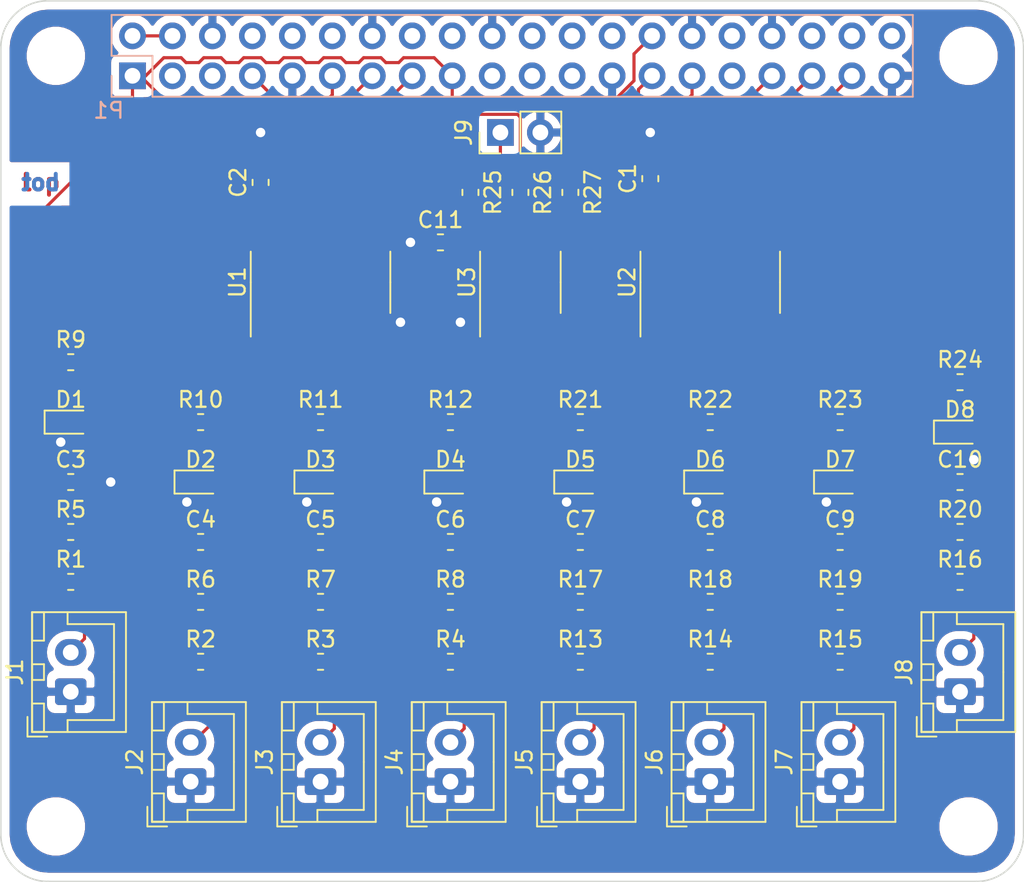
<source format=kicad_pcb>
(kicad_pcb (version 20171130) (host pcbnew 5.1.4-e60b266~84~ubuntu18.04.1)

  (general
    (thickness 1.6)
    (drawings 13)
    (tracks 320)
    (zones 0)
    (modules 63)
    (nets 57)
  )

  (page A3)
  (title_block
    (date "15 nov 2012")
  )

  (layers
    (0 F.Cu signal)
    (31 B.Cu signal)
    (32 B.Adhes user)
    (33 F.Adhes user)
    (34 B.Paste user)
    (35 F.Paste user)
    (36 B.SilkS user)
    (37 F.SilkS user)
    (38 B.Mask user)
    (39 F.Mask user)
    (40 Dwgs.User user)
    (41 Cmts.User user)
    (42 Eco1.User user)
    (43 Eco2.User user)
    (44 Edge.Cuts user)
  )

  (setup
    (last_trace_width 0.2)
    (trace_clearance 0.2)
    (zone_clearance 0.508)
    (zone_45_only no)
    (trace_min 0.1524)
    (via_size 0.9)
    (via_drill 0.6)
    (via_min_size 0.8)
    (via_min_drill 0.5)
    (uvia_size 0.5)
    (uvia_drill 0.1)
    (uvias_allowed no)
    (uvia_min_size 0.5)
    (uvia_min_drill 0.1)
    (edge_width 0.1)
    (segment_width 0.1)
    (pcb_text_width 0.3)
    (pcb_text_size 1 1)
    (mod_edge_width 0.15)
    (mod_text_size 1 1)
    (mod_text_width 0.15)
    (pad_size 2.5 2.5)
    (pad_drill 2.5)
    (pad_to_mask_clearance 0)
    (aux_axis_origin 200 150)
    (grid_origin 200 150)
    (visible_elements 7FFFFFFF)
    (pcbplotparams
      (layerselection 0x010fc_ffffffff)
      (usegerberextensions true)
      (usegerberattributes false)
      (usegerberadvancedattributes false)
      (creategerberjobfile false)
      (excludeedgelayer true)
      (linewidth 0.150000)
      (plotframeref false)
      (viasonmask false)
      (mode 1)
      (useauxorigin false)
      (hpglpennumber 1)
      (hpglpenspeed 20)
      (hpglpendiameter 15.000000)
      (psnegative false)
      (psa4output false)
      (plotreference true)
      (plotvalue true)
      (plotinvisibletext false)
      (padsonsilk false)
      (subtractmaskfromsilk false)
      (outputformat 1)
      (mirror false)
      (drillshape 0)
      (scaleselection 1)
      (outputdirectory "gerber/"))
  )

  (net 0 "")
  (net 1 +3V3)
  (net 2 +5V)
  (net 3 GND)
  (net 4 /ID_SD)
  (net 5 /ID_SC)
  (net 6 /GPIO5)
  (net 7 /GPIO6)
  (net 8 /GPIO26)
  (net 9 "/GPIO2(SDA1)")
  (net 10 "/GPIO3(SCL1)")
  (net 11 "/GPIO4(GCLK)")
  (net 12 "/GPIO14(TXD0)")
  (net 13 "/GPIO15(RXD0)")
  (net 14 "/GPIO17(GEN0)")
  (net 15 "/GPIO27(GEN2)")
  (net 16 "/GPIO22(GEN3)")
  (net 17 "/GPIO23(GEN4)")
  (net 18 "/GPIO24(GEN5)")
  (net 19 "/GPIO25(GEN6)")
  (net 20 "/GPIO18(GEN1)(PWM0)")
  (net 21 "/GPIO10(SPI0_MOSI)")
  (net 22 "/GPIO9(SPI0_MISO)")
  (net 23 "/GPIO11(SPI0_SCK)")
  (net 24 "/GPIO8(SPI0_CE_N)")
  (net 25 "/GPIO7(SPI1_CE_N)")
  (net 26 "/GPIO12(PWM0)")
  (net 27 "/GPIO13(PWM1)")
  (net 28 "/GPIO19(SPI1_MISO)")
  (net 29 /GPIO16)
  (net 30 "/GPIO20(SPI1_MOSI)")
  (net 31 "/GPIO21(SPI1_SCK)")
  (net 32 "Net-(C3-Pad1)")
  (net 33 "Net-(C4-Pad1)")
  (net 34 "Net-(C5-Pad1)")
  (net 35 "Net-(C6-Pad1)")
  (net 36 "Net-(C7-Pad1)")
  (net 37 "Net-(C8-Pad1)")
  (net 38 "Net-(D1-Pad2)")
  (net 39 "Net-(D2-Pad2)")
  (net 40 "Net-(D3-Pad2)")
  (net 41 "Net-(D4-Pad2)")
  (net 42 "Net-(D5-Pad2)")
  (net 43 "Net-(D6-Pad2)")
  (net 44 "Net-(D7-Pad2)")
  (net 45 "Net-(D8-Pad2)")
  (net 46 "Net-(J1-Pad2)")
  (net 47 "Net-(J2-Pad2)")
  (net 48 "Net-(J3-Pad2)")
  (net 49 "Net-(J4-Pad2)")
  (net 50 "Net-(J5-Pad2)")
  (net 51 "Net-(J6-Pad2)")
  (net 52 "Net-(J7-Pad2)")
  (net 53 "Net-(J8-Pad2)")
  (net 54 "Net-(C9-Pad1)")
  (net 55 "Net-(C10-Pad1)")
  (net 56 "Net-(J9-Pad1)")

  (net_class Default "This is the default net class."
    (clearance 0.2)
    (trace_width 0.2)
    (via_dia 0.9)
    (via_drill 0.6)
    (uvia_dia 0.5)
    (uvia_drill 0.1)
    (add_net +3V3)
    (add_net +5V)
    (add_net "/GPIO10(SPI0_MOSI)")
    (add_net "/GPIO11(SPI0_SCK)")
    (add_net "/GPIO12(PWM0)")
    (add_net "/GPIO13(PWM1)")
    (add_net "/GPIO14(TXD0)")
    (add_net "/GPIO15(RXD0)")
    (add_net /GPIO16)
    (add_net "/GPIO17(GEN0)")
    (add_net "/GPIO18(GEN1)(PWM0)")
    (add_net "/GPIO19(SPI1_MISO)")
    (add_net "/GPIO2(SDA1)")
    (add_net "/GPIO20(SPI1_MOSI)")
    (add_net "/GPIO21(SPI1_SCK)")
    (add_net "/GPIO22(GEN3)")
    (add_net "/GPIO23(GEN4)")
    (add_net "/GPIO24(GEN5)")
    (add_net "/GPIO25(GEN6)")
    (add_net /GPIO26)
    (add_net "/GPIO27(GEN2)")
    (add_net "/GPIO3(SCL1)")
    (add_net "/GPIO4(GCLK)")
    (add_net /GPIO5)
    (add_net /GPIO6)
    (add_net "/GPIO7(SPI1_CE_N)")
    (add_net "/GPIO8(SPI0_CE_N)")
    (add_net "/GPIO9(SPI0_MISO)")
    (add_net /ID_SC)
    (add_net /ID_SD)
    (add_net GND)
    (add_net "Net-(C10-Pad1)")
    (add_net "Net-(C3-Pad1)")
    (add_net "Net-(C4-Pad1)")
    (add_net "Net-(C5-Pad1)")
    (add_net "Net-(C6-Pad1)")
    (add_net "Net-(C7-Pad1)")
    (add_net "Net-(C8-Pad1)")
    (add_net "Net-(C9-Pad1)")
    (add_net "Net-(D1-Pad2)")
    (add_net "Net-(D2-Pad2)")
    (add_net "Net-(D3-Pad2)")
    (add_net "Net-(D4-Pad2)")
    (add_net "Net-(D5-Pad2)")
    (add_net "Net-(D6-Pad2)")
    (add_net "Net-(D7-Pad2)")
    (add_net "Net-(D8-Pad2)")
    (add_net "Net-(J1-Pad2)")
    (add_net "Net-(J2-Pad2)")
    (add_net "Net-(J3-Pad2)")
    (add_net "Net-(J4-Pad2)")
    (add_net "Net-(J5-Pad2)")
    (add_net "Net-(J6-Pad2)")
    (add_net "Net-(J7-Pad2)")
    (add_net "Net-(J8-Pad2)")
    (add_net "Net-(J9-Pad1)")
  )

  (net_class Power ""
    (clearance 0.2)
    (trace_width 0.5)
    (via_dia 1)
    (via_drill 0.7)
    (uvia_dia 0.5)
    (uvia_drill 0.1)
  )

  (module Connector_PinHeader_2.54mm:PinHeader_1x02_P2.54mm_Vertical (layer F.Cu) (tedit 59FED5CC) (tstamp 5D4ECDDC)
    (at 231.75 102.375 90)
    (descr "Through hole straight pin header, 1x02, 2.54mm pitch, single row")
    (tags "Through hole pin header THT 1x02 2.54mm single row")
    (path /5D6F70E7)
    (fp_text reference J9 (at 0 -2.33 90) (layer F.SilkS)
      (effects (font (size 1 1) (thickness 0.15)))
    )
    (fp_text value Conn_01x02 (at 0 4.87 90) (layer F.Fab)
      (effects (font (size 1 1) (thickness 0.15)))
    )
    (fp_line (start -0.635 -1.27) (end 1.27 -1.27) (layer F.Fab) (width 0.1))
    (fp_line (start 1.27 -1.27) (end 1.27 3.81) (layer F.Fab) (width 0.1))
    (fp_line (start 1.27 3.81) (end -1.27 3.81) (layer F.Fab) (width 0.1))
    (fp_line (start -1.27 3.81) (end -1.27 -0.635) (layer F.Fab) (width 0.1))
    (fp_line (start -1.27 -0.635) (end -0.635 -1.27) (layer F.Fab) (width 0.1))
    (fp_line (start -1.33 3.87) (end 1.33 3.87) (layer F.SilkS) (width 0.12))
    (fp_line (start -1.33 1.27) (end -1.33 3.87) (layer F.SilkS) (width 0.12))
    (fp_line (start 1.33 1.27) (end 1.33 3.87) (layer F.SilkS) (width 0.12))
    (fp_line (start -1.33 1.27) (end 1.33 1.27) (layer F.SilkS) (width 0.12))
    (fp_line (start -1.33 0) (end -1.33 -1.33) (layer F.SilkS) (width 0.12))
    (fp_line (start -1.33 -1.33) (end 0 -1.33) (layer F.SilkS) (width 0.12))
    (fp_line (start -1.8 -1.8) (end -1.8 4.35) (layer F.CrtYd) (width 0.05))
    (fp_line (start -1.8 4.35) (end 1.8 4.35) (layer F.CrtYd) (width 0.05))
    (fp_line (start 1.8 4.35) (end 1.8 -1.8) (layer F.CrtYd) (width 0.05))
    (fp_line (start 1.8 -1.8) (end -1.8 -1.8) (layer F.CrtYd) (width 0.05))
    (fp_text user %R (at 0 1.27) (layer F.Fab)
      (effects (font (size 1 1) (thickness 0.15)))
    )
    (pad 1 thru_hole rect (at 0 0 90) (size 1.7 1.7) (drill 1) (layers *.Cu *.Mask)
      (net 56 "Net-(J9-Pad1)"))
    (pad 2 thru_hole oval (at 0 2.54 90) (size 1.7 1.7) (drill 1) (layers *.Cu *.Mask)
      (net 3 GND))
    (model ${KISYS3DMOD}/Connector_PinHeader_2.54mm.3dshapes/PinHeader_1x02_P2.54mm_Vertical.wrl
      (at (xyz 0 0 0))
      (scale (xyz 1 1 1))
      (rotate (xyz 0 0 0))
    )
  )

  (module Connector_PinSocket_2.54mm:PinSocket_2x20_P2.54mm_Vertical (layer B.Cu) (tedit 5A19A433) (tstamp 5A793E9F)
    (at 208.37 98.77 270)
    (descr "Through hole straight socket strip, 2x20, 2.54mm pitch, double cols (from Kicad 4.0.7), script generated")
    (tags "Through hole socket strip THT 2x20 2.54mm double row")
    (path /59AD464A)
    (fp_text reference P1 (at 2.208 1.512) (layer B.SilkS)
      (effects (font (size 1 1) (thickness 0.15)) (justify mirror))
    )
    (fp_text value Conn_02x20_Odd_Even (at -1.27 -51.03 270) (layer B.Fab)
      (effects (font (size 1 1) (thickness 0.15)) (justify mirror))
    )
    (fp_line (start -3.81 1.27) (end 0.27 1.27) (layer B.Fab) (width 0.1))
    (fp_line (start 0.27 1.27) (end 1.27 0.27) (layer B.Fab) (width 0.1))
    (fp_line (start 1.27 0.27) (end 1.27 -49.53) (layer B.Fab) (width 0.1))
    (fp_line (start 1.27 -49.53) (end -3.81 -49.53) (layer B.Fab) (width 0.1))
    (fp_line (start -3.81 -49.53) (end -3.81 1.27) (layer B.Fab) (width 0.1))
    (fp_line (start -3.87 1.33) (end -1.27 1.33) (layer B.SilkS) (width 0.12))
    (fp_line (start -3.87 1.33) (end -3.87 -49.59) (layer B.SilkS) (width 0.12))
    (fp_line (start -3.87 -49.59) (end 1.33 -49.59) (layer B.SilkS) (width 0.12))
    (fp_line (start 1.33 -1.27) (end 1.33 -49.59) (layer B.SilkS) (width 0.12))
    (fp_line (start -1.27 -1.27) (end 1.33 -1.27) (layer B.SilkS) (width 0.12))
    (fp_line (start -1.27 1.33) (end -1.27 -1.27) (layer B.SilkS) (width 0.12))
    (fp_line (start 1.33 1.33) (end 1.33 0) (layer B.SilkS) (width 0.12))
    (fp_line (start 0 1.33) (end 1.33 1.33) (layer B.SilkS) (width 0.12))
    (fp_line (start -4.34 1.8) (end 1.76 1.8) (layer B.CrtYd) (width 0.05))
    (fp_line (start 1.76 1.8) (end 1.76 -50) (layer B.CrtYd) (width 0.05))
    (fp_line (start 1.76 -50) (end -4.34 -50) (layer B.CrtYd) (width 0.05))
    (fp_line (start -4.34 -50) (end -4.34 1.8) (layer B.CrtYd) (width 0.05))
    (fp_text user %R (at -1.27 -24.13 180) (layer B.Fab)
      (effects (font (size 1 1) (thickness 0.15)) (justify mirror))
    )
    (pad 1 thru_hole rect (at 0 0 270) (size 1.7 1.7) (drill 1) (layers *.Cu *.Mask)
      (net 1 +3V3))
    (pad 2 thru_hole oval (at -2.54 0 270) (size 1.7 1.7) (drill 1) (layers *.Cu *.Mask)
      (net 2 +5V))
    (pad 3 thru_hole oval (at 0 -2.54 270) (size 1.7 1.7) (drill 1) (layers *.Cu *.Mask)
      (net 9 "/GPIO2(SDA1)"))
    (pad 4 thru_hole oval (at -2.54 -2.54 270) (size 1.7 1.7) (drill 1) (layers *.Cu *.Mask)
      (net 2 +5V))
    (pad 5 thru_hole oval (at 0 -5.08 270) (size 1.7 1.7) (drill 1) (layers *.Cu *.Mask)
      (net 10 "/GPIO3(SCL1)"))
    (pad 6 thru_hole oval (at -2.54 -5.08 270) (size 1.7 1.7) (drill 1) (layers *.Cu *.Mask)
      (net 3 GND))
    (pad 7 thru_hole oval (at 0 -7.62 270) (size 1.7 1.7) (drill 1) (layers *.Cu *.Mask)
      (net 11 "/GPIO4(GCLK)"))
    (pad 8 thru_hole oval (at -2.54 -7.62 270) (size 1.7 1.7) (drill 1) (layers *.Cu *.Mask)
      (net 12 "/GPIO14(TXD0)"))
    (pad 9 thru_hole oval (at 0 -10.16 270) (size 1.7 1.7) (drill 1) (layers *.Cu *.Mask)
      (net 3 GND))
    (pad 10 thru_hole oval (at -2.54 -10.16 270) (size 1.7 1.7) (drill 1) (layers *.Cu *.Mask)
      (net 13 "/GPIO15(RXD0)"))
    (pad 11 thru_hole oval (at 0 -12.7 270) (size 1.7 1.7) (drill 1) (layers *.Cu *.Mask)
      (net 14 "/GPIO17(GEN0)"))
    (pad 12 thru_hole oval (at -2.54 -12.7 270) (size 1.7 1.7) (drill 1) (layers *.Cu *.Mask)
      (net 20 "/GPIO18(GEN1)(PWM0)"))
    (pad 13 thru_hole oval (at 0 -15.24 270) (size 1.7 1.7) (drill 1) (layers *.Cu *.Mask)
      (net 15 "/GPIO27(GEN2)"))
    (pad 14 thru_hole oval (at -2.54 -15.24 270) (size 1.7 1.7) (drill 1) (layers *.Cu *.Mask)
      (net 3 GND))
    (pad 15 thru_hole oval (at 0 -17.78 270) (size 1.7 1.7) (drill 1) (layers *.Cu *.Mask)
      (net 16 "/GPIO22(GEN3)"))
    (pad 16 thru_hole oval (at -2.54 -17.78 270) (size 1.7 1.7) (drill 1) (layers *.Cu *.Mask)
      (net 17 "/GPIO23(GEN4)"))
    (pad 17 thru_hole oval (at 0 -20.32 270) (size 1.7 1.7) (drill 1) (layers *.Cu *.Mask)
      (net 1 +3V3))
    (pad 18 thru_hole oval (at -2.54 -20.32 270) (size 1.7 1.7) (drill 1) (layers *.Cu *.Mask)
      (net 18 "/GPIO24(GEN5)"))
    (pad 19 thru_hole oval (at 0 -22.86 270) (size 1.7 1.7) (drill 1) (layers *.Cu *.Mask)
      (net 21 "/GPIO10(SPI0_MOSI)"))
    (pad 20 thru_hole oval (at -2.54 -22.86 270) (size 1.7 1.7) (drill 1) (layers *.Cu *.Mask)
      (net 3 GND))
    (pad 21 thru_hole oval (at 0 -25.4 270) (size 1.7 1.7) (drill 1) (layers *.Cu *.Mask)
      (net 22 "/GPIO9(SPI0_MISO)"))
    (pad 22 thru_hole oval (at -2.54 -25.4 270) (size 1.7 1.7) (drill 1) (layers *.Cu *.Mask)
      (net 19 "/GPIO25(GEN6)"))
    (pad 23 thru_hole oval (at 0 -27.94 270) (size 1.7 1.7) (drill 1) (layers *.Cu *.Mask)
      (net 23 "/GPIO11(SPI0_SCK)"))
    (pad 24 thru_hole oval (at -2.54 -27.94 270) (size 1.7 1.7) (drill 1) (layers *.Cu *.Mask)
      (net 24 "/GPIO8(SPI0_CE_N)"))
    (pad 25 thru_hole oval (at 0 -30.48 270) (size 1.7 1.7) (drill 1) (layers *.Cu *.Mask)
      (net 3 GND))
    (pad 26 thru_hole oval (at -2.54 -30.48 270) (size 1.7 1.7) (drill 1) (layers *.Cu *.Mask)
      (net 25 "/GPIO7(SPI1_CE_N)"))
    (pad 27 thru_hole oval (at 0 -33.02 270) (size 1.7 1.7) (drill 1) (layers *.Cu *.Mask)
      (net 4 /ID_SD))
    (pad 28 thru_hole oval (at -2.54 -33.02 270) (size 1.7 1.7) (drill 1) (layers *.Cu *.Mask)
      (net 5 /ID_SC))
    (pad 29 thru_hole oval (at 0 -35.56 270) (size 1.7 1.7) (drill 1) (layers *.Cu *.Mask)
      (net 6 /GPIO5))
    (pad 30 thru_hole oval (at -2.54 -35.56 270) (size 1.7 1.7) (drill 1) (layers *.Cu *.Mask)
      (net 3 GND))
    (pad 31 thru_hole oval (at 0 -38.1 270) (size 1.7 1.7) (drill 1) (layers *.Cu *.Mask)
      (net 7 /GPIO6))
    (pad 32 thru_hole oval (at -2.54 -38.1 270) (size 1.7 1.7) (drill 1) (layers *.Cu *.Mask)
      (net 26 "/GPIO12(PWM0)"))
    (pad 33 thru_hole oval (at 0 -40.64 270) (size 1.7 1.7) (drill 1) (layers *.Cu *.Mask)
      (net 27 "/GPIO13(PWM1)"))
    (pad 34 thru_hole oval (at -2.54 -40.64 270) (size 1.7 1.7) (drill 1) (layers *.Cu *.Mask)
      (net 3 GND))
    (pad 35 thru_hole oval (at 0 -43.18 270) (size 1.7 1.7) (drill 1) (layers *.Cu *.Mask)
      (net 28 "/GPIO19(SPI1_MISO)"))
    (pad 36 thru_hole oval (at -2.54 -43.18 270) (size 1.7 1.7) (drill 1) (layers *.Cu *.Mask)
      (net 29 /GPIO16))
    (pad 37 thru_hole oval (at 0 -45.72 270) (size 1.7 1.7) (drill 1) (layers *.Cu *.Mask)
      (net 8 /GPIO26))
    (pad 38 thru_hole oval (at -2.54 -45.72 270) (size 1.7 1.7) (drill 1) (layers *.Cu *.Mask)
      (net 30 "/GPIO20(SPI1_MOSI)"))
    (pad 39 thru_hole oval (at 0 -48.26 270) (size 1.7 1.7) (drill 1) (layers *.Cu *.Mask)
      (net 3 GND))
    (pad 40 thru_hole oval (at -2.54 -48.26 270) (size 1.7 1.7) (drill 1) (layers *.Cu *.Mask)
      (net 31 "/GPIO21(SPI1_SCK)"))
    (model ${KISYS3DMOD}/Connector_PinSocket_2.54mm.3dshapes/PinSocket_2x20_P2.54mm_Vertical.wrl
      (at (xyz 0 0 0))
      (scale (xyz 1 1 1))
      (rotate (xyz 0 0 0))
    )
  )

  (module MountingHole:MountingHole_2.7mm_M2.5 (layer F.Cu) (tedit 56D1B4CB) (tstamp 5A793E98)
    (at 261.5 146.5)
    (descr "Mounting Hole 2.7mm, no annular, M2.5")
    (tags "mounting hole 2.7mm no annular m2.5")
    (path /5834FC4F)
    (attr virtual)
    (fp_text reference MK4 (at -72.93 -39.68) (layer F.SilkS) hide
      (effects (font (size 1 1) (thickness 0.15)))
    )
    (fp_text value M2.5 (at 0 3.7) (layer F.Fab)
      (effects (font (size 1 1) (thickness 0.15)))
    )
    (fp_circle (center 0 0) (end 2.95 0) (layer F.CrtYd) (width 0.05))
    (fp_circle (center 0 0) (end 2.7 0) (layer Cmts.User) (width 0.15))
    (fp_text user %R (at 0.3 0) (layer F.Fab)
      (effects (font (size 1 1) (thickness 0.15)))
    )
    (pad 1 np_thru_hole circle (at 0 0) (size 2.7 2.7) (drill 2.7) (layers *.Cu *.Mask))
  )

  (module MountingHole:MountingHole_2.7mm_M2.5 (layer F.Cu) (tedit 56D1B4CB) (tstamp 5A793E91)
    (at 203.5 146.5)
    (descr "Mounting Hole 2.7mm, no annular, M2.5")
    (tags "mounting hole 2.7mm no annular m2.5")
    (path /5834FBEF)
    (attr virtual)
    (fp_text reference MK3 (at -14.93 -40.95) (layer F.SilkS) hide
      (effects (font (size 1 1) (thickness 0.15)))
    )
    (fp_text value M2.5 (at 0 3.7) (layer F.Fab)
      (effects (font (size 1 1) (thickness 0.15)))
    )
    (fp_text user %R (at 0.3 0) (layer F.Fab)
      (effects (font (size 1 1) (thickness 0.15)))
    )
    (fp_circle (center 0 0) (end 2.7 0) (layer Cmts.User) (width 0.15))
    (fp_circle (center 0 0) (end 2.95 0) (layer F.CrtYd) (width 0.05))
    (pad 1 np_thru_hole circle (at 0 0) (size 2.7 2.7) (drill 2.7) (layers *.Cu *.Mask))
  )

  (module MountingHole:MountingHole_2.7mm_M2.5 (layer F.Cu) (tedit 56D1B4CB) (tstamp 5A793E8A)
    (at 261.5 97.5 180)
    (descr "Mounting Hole 2.7mm, no annular, M2.5")
    (tags "mounting hole 2.7mm no annular m2.5")
    (path /5834FC19)
    (attr virtual)
    (fp_text reference MK2 (at 72.93 -6.78 180) (layer F.SilkS) hide
      (effects (font (size 1 1) (thickness 0.15)))
    )
    (fp_text value M2.5 (at 0 3.7 180) (layer F.Fab)
      (effects (font (size 1 1) (thickness 0.15)))
    )
    (fp_circle (center 0 0) (end 2.95 0) (layer F.CrtYd) (width 0.05))
    (fp_circle (center 0 0) (end 2.7 0) (layer Cmts.User) (width 0.15))
    (fp_text user %R (at 0.3 0 180) (layer F.Fab)
      (effects (font (size 1 1) (thickness 0.15)))
    )
    (pad 1 np_thru_hole circle (at 0 0 180) (size 2.7 2.7) (drill 2.7) (layers *.Cu *.Mask))
  )

  (module MountingHole:MountingHole_2.7mm_M2.5 (layer F.Cu) (tedit 56D1B4CB) (tstamp 5A793E83)
    (at 203.5 97.5 180)
    (descr "Mounting Hole 2.7mm, no annular, M2.5")
    (tags "mounting hole 2.7mm no annular m2.5")
    (path /5834FB2E)
    (attr virtual)
    (fp_text reference MK1 (at 14.93 -5.51 180) (layer F.SilkS) hide
      (effects (font (size 1 1) (thickness 0.15)))
    )
    (fp_text value M2.5 (at 0 3.7 180) (layer F.Fab)
      (effects (font (size 1 1) (thickness 0.15)))
    )
    (fp_text user %R (at 0.3 0 180) (layer F.Fab)
      (effects (font (size 1 1) (thickness 0.15)))
    )
    (fp_circle (center 0 0) (end 2.7 0) (layer Cmts.User) (width 0.15))
    (fp_circle (center 0 0) (end 2.95 0) (layer F.CrtYd) (width 0.05))
    (pad 1 np_thru_hole circle (at 0 0 180) (size 2.7 2.7) (drill 2.7) (layers *.Cu *.Mask))
  )

  (module Capacitor_SMD:C_0603_1608Metric_Pad1.05x0.95mm_HandSolder (layer F.Cu) (tedit 5B301BBE) (tstamp 5D4D9D22)
    (at 241.275 105.31 90)
    (descr "Capacitor SMD 0603 (1608 Metric), square (rectangular) end terminal, IPC_7351 nominal with elongated pad for handsoldering. (Body size source: http://www.tortai-tech.com/upload/download/2011102023233369053.pdf), generated with kicad-footprint-generator")
    (tags "capacitor handsolder")
    (path /5D587BA2)
    (attr smd)
    (fp_text reference C1 (at 0 -1.43 90) (layer F.SilkS)
      (effects (font (size 1 1) (thickness 0.15)))
    )
    (fp_text value 100n (at 0 1.43 90) (layer F.Fab)
      (effects (font (size 1 1) (thickness 0.15)))
    )
    (fp_text user %R (at 0 0 90) (layer F.Fab)
      (effects (font (size 0.4 0.4) (thickness 0.06)))
    )
    (fp_line (start 1.65 0.73) (end -1.65 0.73) (layer F.CrtYd) (width 0.05))
    (fp_line (start 1.65 -0.73) (end 1.65 0.73) (layer F.CrtYd) (width 0.05))
    (fp_line (start -1.65 -0.73) (end 1.65 -0.73) (layer F.CrtYd) (width 0.05))
    (fp_line (start -1.65 0.73) (end -1.65 -0.73) (layer F.CrtYd) (width 0.05))
    (fp_line (start -0.171267 0.51) (end 0.171267 0.51) (layer F.SilkS) (width 0.12))
    (fp_line (start -0.171267 -0.51) (end 0.171267 -0.51) (layer F.SilkS) (width 0.12))
    (fp_line (start 0.8 0.4) (end -0.8 0.4) (layer F.Fab) (width 0.1))
    (fp_line (start 0.8 -0.4) (end 0.8 0.4) (layer F.Fab) (width 0.1))
    (fp_line (start -0.8 -0.4) (end 0.8 -0.4) (layer F.Fab) (width 0.1))
    (fp_line (start -0.8 0.4) (end -0.8 -0.4) (layer F.Fab) (width 0.1))
    (pad 2 smd roundrect (at 0.875 0 90) (size 1.05 0.95) (layers F.Cu F.Paste F.Mask) (roundrect_rratio 0.25)
      (net 3 GND))
    (pad 1 smd roundrect (at -0.875 0 90) (size 1.05 0.95) (layers F.Cu F.Paste F.Mask) (roundrect_rratio 0.25)
      (net 1 +3V3))
    (model ${KISYS3DMOD}/Capacitor_SMD.3dshapes/C_0603_1608Metric.wrl
      (at (xyz 0 0 0))
      (scale (xyz 1 1 1))
      (rotate (xyz 0 0 0))
    )
  )

  (module Capacitor_SMD:C_0603_1608Metric_Pad1.05x0.95mm_HandSolder (layer F.Cu) (tedit 5B301BBE) (tstamp 5D4D9D33)
    (at 216.51 105.55 90)
    (descr "Capacitor SMD 0603 (1608 Metric), square (rectangular) end terminal, IPC_7351 nominal with elongated pad for handsoldering. (Body size source: http://www.tortai-tech.com/upload/download/2011102023233369053.pdf), generated with kicad-footprint-generator")
    (tags "capacitor handsolder")
    (path /5D59E3C7)
    (attr smd)
    (fp_text reference C2 (at 0 -1.43 90) (layer F.SilkS)
      (effects (font (size 1 1) (thickness 0.15)))
    )
    (fp_text value 100n (at 0 1.43 90) (layer F.Fab)
      (effects (font (size 1 1) (thickness 0.15)))
    )
    (fp_line (start -0.8 0.4) (end -0.8 -0.4) (layer F.Fab) (width 0.1))
    (fp_line (start -0.8 -0.4) (end 0.8 -0.4) (layer F.Fab) (width 0.1))
    (fp_line (start 0.8 -0.4) (end 0.8 0.4) (layer F.Fab) (width 0.1))
    (fp_line (start 0.8 0.4) (end -0.8 0.4) (layer F.Fab) (width 0.1))
    (fp_line (start -0.171267 -0.51) (end 0.171267 -0.51) (layer F.SilkS) (width 0.12))
    (fp_line (start -0.171267 0.51) (end 0.171267 0.51) (layer F.SilkS) (width 0.12))
    (fp_line (start -1.65 0.73) (end -1.65 -0.73) (layer F.CrtYd) (width 0.05))
    (fp_line (start -1.65 -0.73) (end 1.65 -0.73) (layer F.CrtYd) (width 0.05))
    (fp_line (start 1.65 -0.73) (end 1.65 0.73) (layer F.CrtYd) (width 0.05))
    (fp_line (start 1.65 0.73) (end -1.65 0.73) (layer F.CrtYd) (width 0.05))
    (fp_text user %R (at 0 0 90) (layer F.Fab)
      (effects (font (size 0.4 0.4) (thickness 0.06)))
    )
    (pad 1 smd roundrect (at -0.875 0 90) (size 1.05 0.95) (layers F.Cu F.Paste F.Mask) (roundrect_rratio 0.25)
      (net 1 +3V3))
    (pad 2 smd roundrect (at 0.875 0 90) (size 1.05 0.95) (layers F.Cu F.Paste F.Mask) (roundrect_rratio 0.25)
      (net 3 GND))
    (model ${KISYS3DMOD}/Capacitor_SMD.3dshapes/C_0603_1608Metric.wrl
      (at (xyz 0 0 0))
      (scale (xyz 1 1 1))
      (rotate (xyz 0 0 0))
    )
  )

  (module Capacitor_SMD:C_0603_1608Metric_Pad1.05x0.95mm_HandSolder (layer F.Cu) (tedit 5B301BBE) (tstamp 5D4D9D44)
    (at 204.445 124.6)
    (descr "Capacitor SMD 0603 (1608 Metric), square (rectangular) end terminal, IPC_7351 nominal with elongated pad for handsoldering. (Body size source: http://www.tortai-tech.com/upload/download/2011102023233369053.pdf), generated with kicad-footprint-generator")
    (tags "capacitor handsolder")
    (path /5D4AB3CD)
    (attr smd)
    (fp_text reference C3 (at 0 -1.43) (layer F.SilkS)
      (effects (font (size 1 1) (thickness 0.15)))
    )
    (fp_text value 100n (at 0 1.43) (layer F.Fab)
      (effects (font (size 1 1) (thickness 0.15)))
    )
    (fp_line (start -0.8 0.4) (end -0.8 -0.4) (layer F.Fab) (width 0.1))
    (fp_line (start -0.8 -0.4) (end 0.8 -0.4) (layer F.Fab) (width 0.1))
    (fp_line (start 0.8 -0.4) (end 0.8 0.4) (layer F.Fab) (width 0.1))
    (fp_line (start 0.8 0.4) (end -0.8 0.4) (layer F.Fab) (width 0.1))
    (fp_line (start -0.171267 -0.51) (end 0.171267 -0.51) (layer F.SilkS) (width 0.12))
    (fp_line (start -0.171267 0.51) (end 0.171267 0.51) (layer F.SilkS) (width 0.12))
    (fp_line (start -1.65 0.73) (end -1.65 -0.73) (layer F.CrtYd) (width 0.05))
    (fp_line (start -1.65 -0.73) (end 1.65 -0.73) (layer F.CrtYd) (width 0.05))
    (fp_line (start 1.65 -0.73) (end 1.65 0.73) (layer F.CrtYd) (width 0.05))
    (fp_line (start 1.65 0.73) (end -1.65 0.73) (layer F.CrtYd) (width 0.05))
    (fp_text user %R (at 0 0) (layer F.Fab)
      (effects (font (size 0.4 0.4) (thickness 0.06)))
    )
    (pad 1 smd roundrect (at -0.875 0) (size 1.05 0.95) (layers F.Cu F.Paste F.Mask) (roundrect_rratio 0.25)
      (net 32 "Net-(C3-Pad1)"))
    (pad 2 smd roundrect (at 0.875 0) (size 1.05 0.95) (layers F.Cu F.Paste F.Mask) (roundrect_rratio 0.25)
      (net 3 GND))
    (model ${KISYS3DMOD}/Capacitor_SMD.3dshapes/C_0603_1608Metric.wrl
      (at (xyz 0 0 0))
      (scale (xyz 1 1 1))
      (rotate (xyz 0 0 0))
    )
  )

  (module Capacitor_SMD:C_0603_1608Metric_Pad1.05x0.95mm_HandSolder (layer F.Cu) (tedit 5B301BBE) (tstamp 5D4D9D55)
    (at 212.7 128.41)
    (descr "Capacitor SMD 0603 (1608 Metric), square (rectangular) end terminal, IPC_7351 nominal with elongated pad for handsoldering. (Body size source: http://www.tortai-tech.com/upload/download/2011102023233369053.pdf), generated with kicad-footprint-generator")
    (tags "capacitor handsolder")
    (path /5D4CF0F8)
    (attr smd)
    (fp_text reference C4 (at 0 -1.43) (layer F.SilkS)
      (effects (font (size 1 1) (thickness 0.15)))
    )
    (fp_text value 100n (at 0 1.43) (layer F.Fab)
      (effects (font (size 1 1) (thickness 0.15)))
    )
    (fp_line (start -0.8 0.4) (end -0.8 -0.4) (layer F.Fab) (width 0.1))
    (fp_line (start -0.8 -0.4) (end 0.8 -0.4) (layer F.Fab) (width 0.1))
    (fp_line (start 0.8 -0.4) (end 0.8 0.4) (layer F.Fab) (width 0.1))
    (fp_line (start 0.8 0.4) (end -0.8 0.4) (layer F.Fab) (width 0.1))
    (fp_line (start -0.171267 -0.51) (end 0.171267 -0.51) (layer F.SilkS) (width 0.12))
    (fp_line (start -0.171267 0.51) (end 0.171267 0.51) (layer F.SilkS) (width 0.12))
    (fp_line (start -1.65 0.73) (end -1.65 -0.73) (layer F.CrtYd) (width 0.05))
    (fp_line (start -1.65 -0.73) (end 1.65 -0.73) (layer F.CrtYd) (width 0.05))
    (fp_line (start 1.65 -0.73) (end 1.65 0.73) (layer F.CrtYd) (width 0.05))
    (fp_line (start 1.65 0.73) (end -1.65 0.73) (layer F.CrtYd) (width 0.05))
    (fp_text user %R (at 0 0) (layer F.Fab)
      (effects (font (size 0.4 0.4) (thickness 0.06)))
    )
    (pad 1 smd roundrect (at -0.875 0) (size 1.05 0.95) (layers F.Cu F.Paste F.Mask) (roundrect_rratio 0.25)
      (net 33 "Net-(C4-Pad1)"))
    (pad 2 smd roundrect (at 0.875 0) (size 1.05 0.95) (layers F.Cu F.Paste F.Mask) (roundrect_rratio 0.25)
      (net 3 GND))
    (model ${KISYS3DMOD}/Capacitor_SMD.3dshapes/C_0603_1608Metric.wrl
      (at (xyz 0 0 0))
      (scale (xyz 1 1 1))
      (rotate (xyz 0 0 0))
    )
  )

  (module Capacitor_SMD:C_0603_1608Metric_Pad1.05x0.95mm_HandSolder (layer F.Cu) (tedit 5B301BBE) (tstamp 5D4D9D66)
    (at 220.32 128.41)
    (descr "Capacitor SMD 0603 (1608 Metric), square (rectangular) end terminal, IPC_7351 nominal with elongated pad for handsoldering. (Body size source: http://www.tortai-tech.com/upload/download/2011102023233369053.pdf), generated with kicad-footprint-generator")
    (tags "capacitor handsolder")
    (path /5D4D5AE8)
    (attr smd)
    (fp_text reference C5 (at 0 -1.43) (layer F.SilkS)
      (effects (font (size 1 1) (thickness 0.15)))
    )
    (fp_text value 100n (at 0 1.43) (layer F.Fab)
      (effects (font (size 1 1) (thickness 0.15)))
    )
    (fp_line (start -0.8 0.4) (end -0.8 -0.4) (layer F.Fab) (width 0.1))
    (fp_line (start -0.8 -0.4) (end 0.8 -0.4) (layer F.Fab) (width 0.1))
    (fp_line (start 0.8 -0.4) (end 0.8 0.4) (layer F.Fab) (width 0.1))
    (fp_line (start 0.8 0.4) (end -0.8 0.4) (layer F.Fab) (width 0.1))
    (fp_line (start -0.171267 -0.51) (end 0.171267 -0.51) (layer F.SilkS) (width 0.12))
    (fp_line (start -0.171267 0.51) (end 0.171267 0.51) (layer F.SilkS) (width 0.12))
    (fp_line (start -1.65 0.73) (end -1.65 -0.73) (layer F.CrtYd) (width 0.05))
    (fp_line (start -1.65 -0.73) (end 1.65 -0.73) (layer F.CrtYd) (width 0.05))
    (fp_line (start 1.65 -0.73) (end 1.65 0.73) (layer F.CrtYd) (width 0.05))
    (fp_line (start 1.65 0.73) (end -1.65 0.73) (layer F.CrtYd) (width 0.05))
    (fp_text user %R (at 0 0) (layer F.Fab)
      (effects (font (size 0.4 0.4) (thickness 0.06)))
    )
    (pad 1 smd roundrect (at -0.875 0) (size 1.05 0.95) (layers F.Cu F.Paste F.Mask) (roundrect_rratio 0.25)
      (net 34 "Net-(C5-Pad1)"))
    (pad 2 smd roundrect (at 0.875 0) (size 1.05 0.95) (layers F.Cu F.Paste F.Mask) (roundrect_rratio 0.25)
      (net 3 GND))
    (model ${KISYS3DMOD}/Capacitor_SMD.3dshapes/C_0603_1608Metric.wrl
      (at (xyz 0 0 0))
      (scale (xyz 1 1 1))
      (rotate (xyz 0 0 0))
    )
  )

  (module Capacitor_SMD:C_0603_1608Metric_Pad1.05x0.95mm_HandSolder (layer F.Cu) (tedit 5B301BBE) (tstamp 5D4D9D77)
    (at 228.575 128.41)
    (descr "Capacitor SMD 0603 (1608 Metric), square (rectangular) end terminal, IPC_7351 nominal with elongated pad for handsoldering. (Body size source: http://www.tortai-tech.com/upload/download/2011102023233369053.pdf), generated with kicad-footprint-generator")
    (tags "capacitor handsolder")
    (path /5D4DD61C)
    (attr smd)
    (fp_text reference C6 (at 0 -1.43) (layer F.SilkS)
      (effects (font (size 1 1) (thickness 0.15)))
    )
    (fp_text value 100n (at 0 1.43) (layer F.Fab)
      (effects (font (size 1 1) (thickness 0.15)))
    )
    (fp_text user %R (at 0 0) (layer F.Fab)
      (effects (font (size 0.4 0.4) (thickness 0.06)))
    )
    (fp_line (start 1.65 0.73) (end -1.65 0.73) (layer F.CrtYd) (width 0.05))
    (fp_line (start 1.65 -0.73) (end 1.65 0.73) (layer F.CrtYd) (width 0.05))
    (fp_line (start -1.65 -0.73) (end 1.65 -0.73) (layer F.CrtYd) (width 0.05))
    (fp_line (start -1.65 0.73) (end -1.65 -0.73) (layer F.CrtYd) (width 0.05))
    (fp_line (start -0.171267 0.51) (end 0.171267 0.51) (layer F.SilkS) (width 0.12))
    (fp_line (start -0.171267 -0.51) (end 0.171267 -0.51) (layer F.SilkS) (width 0.12))
    (fp_line (start 0.8 0.4) (end -0.8 0.4) (layer F.Fab) (width 0.1))
    (fp_line (start 0.8 -0.4) (end 0.8 0.4) (layer F.Fab) (width 0.1))
    (fp_line (start -0.8 -0.4) (end 0.8 -0.4) (layer F.Fab) (width 0.1))
    (fp_line (start -0.8 0.4) (end -0.8 -0.4) (layer F.Fab) (width 0.1))
    (pad 2 smd roundrect (at 0.875 0) (size 1.05 0.95) (layers F.Cu F.Paste F.Mask) (roundrect_rratio 0.25)
      (net 3 GND))
    (pad 1 smd roundrect (at -0.875 0) (size 1.05 0.95) (layers F.Cu F.Paste F.Mask) (roundrect_rratio 0.25)
      (net 35 "Net-(C6-Pad1)"))
    (model ${KISYS3DMOD}/Capacitor_SMD.3dshapes/C_0603_1608Metric.wrl
      (at (xyz 0 0 0))
      (scale (xyz 1 1 1))
      (rotate (xyz 0 0 0))
    )
  )

  (module Capacitor_SMD:C_0603_1608Metric_Pad1.05x0.95mm_HandSolder (layer F.Cu) (tedit 5B301BBE) (tstamp 5D4D9D88)
    (at 236.83 128.41)
    (descr "Capacitor SMD 0603 (1608 Metric), square (rectangular) end terminal, IPC_7351 nominal with elongated pad for handsoldering. (Body size source: http://www.tortai-tech.com/upload/download/2011102023233369053.pdf), generated with kicad-footprint-generator")
    (tags "capacitor handsolder")
    (path /5D4F9A0C)
    (attr smd)
    (fp_text reference C7 (at 0 -1.43) (layer F.SilkS)
      (effects (font (size 1 1) (thickness 0.15)))
    )
    (fp_text value 100n (at 0 1.43) (layer F.Fab)
      (effects (font (size 1 1) (thickness 0.15)))
    )
    (fp_text user %R (at 0 0) (layer F.Fab)
      (effects (font (size 0.4 0.4) (thickness 0.06)))
    )
    (fp_line (start 1.65 0.73) (end -1.65 0.73) (layer F.CrtYd) (width 0.05))
    (fp_line (start 1.65 -0.73) (end 1.65 0.73) (layer F.CrtYd) (width 0.05))
    (fp_line (start -1.65 -0.73) (end 1.65 -0.73) (layer F.CrtYd) (width 0.05))
    (fp_line (start -1.65 0.73) (end -1.65 -0.73) (layer F.CrtYd) (width 0.05))
    (fp_line (start -0.171267 0.51) (end 0.171267 0.51) (layer F.SilkS) (width 0.12))
    (fp_line (start -0.171267 -0.51) (end 0.171267 -0.51) (layer F.SilkS) (width 0.12))
    (fp_line (start 0.8 0.4) (end -0.8 0.4) (layer F.Fab) (width 0.1))
    (fp_line (start 0.8 -0.4) (end 0.8 0.4) (layer F.Fab) (width 0.1))
    (fp_line (start -0.8 -0.4) (end 0.8 -0.4) (layer F.Fab) (width 0.1))
    (fp_line (start -0.8 0.4) (end -0.8 -0.4) (layer F.Fab) (width 0.1))
    (pad 2 smd roundrect (at 0.875 0) (size 1.05 0.95) (layers F.Cu F.Paste F.Mask) (roundrect_rratio 0.25)
      (net 3 GND))
    (pad 1 smd roundrect (at -0.875 0) (size 1.05 0.95) (layers F.Cu F.Paste F.Mask) (roundrect_rratio 0.25)
      (net 36 "Net-(C7-Pad1)"))
    (model ${KISYS3DMOD}/Capacitor_SMD.3dshapes/C_0603_1608Metric.wrl
      (at (xyz 0 0 0))
      (scale (xyz 1 1 1))
      (rotate (xyz 0 0 0))
    )
  )

  (module Capacitor_SMD:C_0603_1608Metric_Pad1.05x0.95mm_HandSolder (layer F.Cu) (tedit 5B301BBE) (tstamp 5D4D9D99)
    (at 245.085 128.41)
    (descr "Capacitor SMD 0603 (1608 Metric), square (rectangular) end terminal, IPC_7351 nominal with elongated pad for handsoldering. (Body size source: http://www.tortai-tech.com/upload/download/2011102023233369053.pdf), generated with kicad-footprint-generator")
    (tags "capacitor handsolder")
    (path /5D4F9A59)
    (attr smd)
    (fp_text reference C8 (at 0 -1.43) (layer F.SilkS)
      (effects (font (size 1 1) (thickness 0.15)))
    )
    (fp_text value 100n (at 0 1.43) (layer F.Fab)
      (effects (font (size 1 1) (thickness 0.15)))
    )
    (fp_line (start -0.8 0.4) (end -0.8 -0.4) (layer F.Fab) (width 0.1))
    (fp_line (start -0.8 -0.4) (end 0.8 -0.4) (layer F.Fab) (width 0.1))
    (fp_line (start 0.8 -0.4) (end 0.8 0.4) (layer F.Fab) (width 0.1))
    (fp_line (start 0.8 0.4) (end -0.8 0.4) (layer F.Fab) (width 0.1))
    (fp_line (start -0.171267 -0.51) (end 0.171267 -0.51) (layer F.SilkS) (width 0.12))
    (fp_line (start -0.171267 0.51) (end 0.171267 0.51) (layer F.SilkS) (width 0.12))
    (fp_line (start -1.65 0.73) (end -1.65 -0.73) (layer F.CrtYd) (width 0.05))
    (fp_line (start -1.65 -0.73) (end 1.65 -0.73) (layer F.CrtYd) (width 0.05))
    (fp_line (start 1.65 -0.73) (end 1.65 0.73) (layer F.CrtYd) (width 0.05))
    (fp_line (start 1.65 0.73) (end -1.65 0.73) (layer F.CrtYd) (width 0.05))
    (fp_text user %R (at 0 0) (layer F.Fab)
      (effects (font (size 0.4 0.4) (thickness 0.06)))
    )
    (pad 1 smd roundrect (at -0.875 0) (size 1.05 0.95) (layers F.Cu F.Paste F.Mask) (roundrect_rratio 0.25)
      (net 37 "Net-(C8-Pad1)"))
    (pad 2 smd roundrect (at 0.875 0) (size 1.05 0.95) (layers F.Cu F.Paste F.Mask) (roundrect_rratio 0.25)
      (net 3 GND))
    (model ${KISYS3DMOD}/Capacitor_SMD.3dshapes/C_0603_1608Metric.wrl
      (at (xyz 0 0 0))
      (scale (xyz 1 1 1))
      (rotate (xyz 0 0 0))
    )
  )

  (module Capacitor_SMD:C_0603_1608Metric_Pad1.05x0.95mm_HandSolder (layer F.Cu) (tedit 5B301BBE) (tstamp 5D4D9DAA)
    (at 253.34 128.41)
    (descr "Capacitor SMD 0603 (1608 Metric), square (rectangular) end terminal, IPC_7351 nominal with elongated pad for handsoldering. (Body size source: http://www.tortai-tech.com/upload/download/2011102023233369053.pdf), generated with kicad-footprint-generator")
    (tags "capacitor handsolder")
    (path /5D4F9AA6)
    (attr smd)
    (fp_text reference C9 (at 0 -1.43) (layer F.SilkS)
      (effects (font (size 1 1) (thickness 0.15)))
    )
    (fp_text value 100n (at 0 1.43) (layer F.Fab)
      (effects (font (size 1 1) (thickness 0.15)))
    )
    (fp_text user %R (at 0 0) (layer F.Fab)
      (effects (font (size 0.4 0.4) (thickness 0.06)))
    )
    (fp_line (start 1.65 0.73) (end -1.65 0.73) (layer F.CrtYd) (width 0.05))
    (fp_line (start 1.65 -0.73) (end 1.65 0.73) (layer F.CrtYd) (width 0.05))
    (fp_line (start -1.65 -0.73) (end 1.65 -0.73) (layer F.CrtYd) (width 0.05))
    (fp_line (start -1.65 0.73) (end -1.65 -0.73) (layer F.CrtYd) (width 0.05))
    (fp_line (start -0.171267 0.51) (end 0.171267 0.51) (layer F.SilkS) (width 0.12))
    (fp_line (start -0.171267 -0.51) (end 0.171267 -0.51) (layer F.SilkS) (width 0.12))
    (fp_line (start 0.8 0.4) (end -0.8 0.4) (layer F.Fab) (width 0.1))
    (fp_line (start 0.8 -0.4) (end 0.8 0.4) (layer F.Fab) (width 0.1))
    (fp_line (start -0.8 -0.4) (end 0.8 -0.4) (layer F.Fab) (width 0.1))
    (fp_line (start -0.8 0.4) (end -0.8 -0.4) (layer F.Fab) (width 0.1))
    (pad 2 smd roundrect (at 0.875 0) (size 1.05 0.95) (layers F.Cu F.Paste F.Mask) (roundrect_rratio 0.25)
      (net 3 GND))
    (pad 1 smd roundrect (at -0.875 0) (size 1.05 0.95) (layers F.Cu F.Paste F.Mask) (roundrect_rratio 0.25)
      (net 54 "Net-(C9-Pad1)"))
    (model ${KISYS3DMOD}/Capacitor_SMD.3dshapes/C_0603_1608Metric.wrl
      (at (xyz 0 0 0))
      (scale (xyz 1 1 1))
      (rotate (xyz 0 0 0))
    )
  )

  (module Capacitor_SMD:C_0603_1608Metric_Pad1.05x0.95mm_HandSolder (layer F.Cu) (tedit 5B301BBE) (tstamp 5D4D9DBB)
    (at 260.96 124.6)
    (descr "Capacitor SMD 0603 (1608 Metric), square (rectangular) end terminal, IPC_7351 nominal with elongated pad for handsoldering. (Body size source: http://www.tortai-tech.com/upload/download/2011102023233369053.pdf), generated with kicad-footprint-generator")
    (tags "capacitor handsolder")
    (path /5D4F9AF3)
    (attr smd)
    (fp_text reference C10 (at 0 -1.43) (layer F.SilkS)
      (effects (font (size 1 1) (thickness 0.15)))
    )
    (fp_text value 100n (at 0 1.43) (layer F.Fab)
      (effects (font (size 1 1) (thickness 0.15)))
    )
    (fp_text user %R (at 0 0) (layer F.Fab)
      (effects (font (size 0.4 0.4) (thickness 0.06)))
    )
    (fp_line (start 1.65 0.73) (end -1.65 0.73) (layer F.CrtYd) (width 0.05))
    (fp_line (start 1.65 -0.73) (end 1.65 0.73) (layer F.CrtYd) (width 0.05))
    (fp_line (start -1.65 -0.73) (end 1.65 -0.73) (layer F.CrtYd) (width 0.05))
    (fp_line (start -1.65 0.73) (end -1.65 -0.73) (layer F.CrtYd) (width 0.05))
    (fp_line (start -0.171267 0.51) (end 0.171267 0.51) (layer F.SilkS) (width 0.12))
    (fp_line (start -0.171267 -0.51) (end 0.171267 -0.51) (layer F.SilkS) (width 0.12))
    (fp_line (start 0.8 0.4) (end -0.8 0.4) (layer F.Fab) (width 0.1))
    (fp_line (start 0.8 -0.4) (end 0.8 0.4) (layer F.Fab) (width 0.1))
    (fp_line (start -0.8 -0.4) (end 0.8 -0.4) (layer F.Fab) (width 0.1))
    (fp_line (start -0.8 0.4) (end -0.8 -0.4) (layer F.Fab) (width 0.1))
    (pad 2 smd roundrect (at 0.875 0) (size 1.05 0.95) (layers F.Cu F.Paste F.Mask) (roundrect_rratio 0.25)
      (net 3 GND))
    (pad 1 smd roundrect (at -0.875 0) (size 1.05 0.95) (layers F.Cu F.Paste F.Mask) (roundrect_rratio 0.25)
      (net 55 "Net-(C10-Pad1)"))
    (model ${KISYS3DMOD}/Capacitor_SMD.3dshapes/C_0603_1608Metric.wrl
      (at (xyz 0 0 0))
      (scale (xyz 1 1 1))
      (rotate (xyz 0 0 0))
    )
  )

  (module LED_SMD:LED_0603_1608Metric_Pad1.05x0.95mm_HandSolder (layer F.Cu) (tedit 5B4B45C9) (tstamp 5D4D9DCE)
    (at 204.445 120.79)
    (descr "LED SMD 0603 (1608 Metric), square (rectangular) end terminal, IPC_7351 nominal, (Body size source: http://www.tortai-tech.com/upload/download/2011102023233369053.pdf), generated with kicad-footprint-generator")
    (tags "LED handsolder")
    (path /5D4A3F96)
    (attr smd)
    (fp_text reference D1 (at 0 -1.43) (layer F.SilkS)
      (effects (font (size 1 1) (thickness 0.15)))
    )
    (fp_text value LED (at 0 1.43) (layer F.Fab)
      (effects (font (size 1 1) (thickness 0.15)))
    )
    (fp_text user %R (at 0 0) (layer F.Fab)
      (effects (font (size 0.4 0.4) (thickness 0.06)))
    )
    (fp_line (start 1.65 0.73) (end -1.65 0.73) (layer F.CrtYd) (width 0.05))
    (fp_line (start 1.65 -0.73) (end 1.65 0.73) (layer F.CrtYd) (width 0.05))
    (fp_line (start -1.65 -0.73) (end 1.65 -0.73) (layer F.CrtYd) (width 0.05))
    (fp_line (start -1.65 0.73) (end -1.65 -0.73) (layer F.CrtYd) (width 0.05))
    (fp_line (start -1.66 0.735) (end 0.8 0.735) (layer F.SilkS) (width 0.12))
    (fp_line (start -1.66 -0.735) (end -1.66 0.735) (layer F.SilkS) (width 0.12))
    (fp_line (start 0.8 -0.735) (end -1.66 -0.735) (layer F.SilkS) (width 0.12))
    (fp_line (start 0.8 0.4) (end 0.8 -0.4) (layer F.Fab) (width 0.1))
    (fp_line (start -0.8 0.4) (end 0.8 0.4) (layer F.Fab) (width 0.1))
    (fp_line (start -0.8 -0.1) (end -0.8 0.4) (layer F.Fab) (width 0.1))
    (fp_line (start -0.5 -0.4) (end -0.8 -0.1) (layer F.Fab) (width 0.1))
    (fp_line (start 0.8 -0.4) (end -0.5 -0.4) (layer F.Fab) (width 0.1))
    (pad 2 smd roundrect (at 0.875 0) (size 1.05 0.95) (layers F.Cu F.Paste F.Mask) (roundrect_rratio 0.25)
      (net 38 "Net-(D1-Pad2)"))
    (pad 1 smd roundrect (at -0.875 0) (size 1.05 0.95) (layers F.Cu F.Paste F.Mask) (roundrect_rratio 0.25)
      (net 3 GND))
    (model ${KISYS3DMOD}/LED_SMD.3dshapes/LED_0603_1608Metric.wrl
      (at (xyz 0 0 0))
      (scale (xyz 1 1 1))
      (rotate (xyz 0 0 0))
    )
  )

  (module LED_SMD:LED_0603_1608Metric_Pad1.05x0.95mm_HandSolder (layer F.Cu) (tedit 5B4B45C9) (tstamp 5D4D9DE1)
    (at 212.7 124.6)
    (descr "LED SMD 0603 (1608 Metric), square (rectangular) end terminal, IPC_7351 nominal, (Body size source: http://www.tortai-tech.com/upload/download/2011102023233369053.pdf), generated with kicad-footprint-generator")
    (tags "LED handsolder")
    (path /5D4CF120)
    (attr smd)
    (fp_text reference D2 (at 0 -1.43) (layer F.SilkS)
      (effects (font (size 1 1) (thickness 0.15)))
    )
    (fp_text value LED (at 0 1.43) (layer F.Fab)
      (effects (font (size 1 1) (thickness 0.15)))
    )
    (fp_line (start 0.8 -0.4) (end -0.5 -0.4) (layer F.Fab) (width 0.1))
    (fp_line (start -0.5 -0.4) (end -0.8 -0.1) (layer F.Fab) (width 0.1))
    (fp_line (start -0.8 -0.1) (end -0.8 0.4) (layer F.Fab) (width 0.1))
    (fp_line (start -0.8 0.4) (end 0.8 0.4) (layer F.Fab) (width 0.1))
    (fp_line (start 0.8 0.4) (end 0.8 -0.4) (layer F.Fab) (width 0.1))
    (fp_line (start 0.8 -0.735) (end -1.66 -0.735) (layer F.SilkS) (width 0.12))
    (fp_line (start -1.66 -0.735) (end -1.66 0.735) (layer F.SilkS) (width 0.12))
    (fp_line (start -1.66 0.735) (end 0.8 0.735) (layer F.SilkS) (width 0.12))
    (fp_line (start -1.65 0.73) (end -1.65 -0.73) (layer F.CrtYd) (width 0.05))
    (fp_line (start -1.65 -0.73) (end 1.65 -0.73) (layer F.CrtYd) (width 0.05))
    (fp_line (start 1.65 -0.73) (end 1.65 0.73) (layer F.CrtYd) (width 0.05))
    (fp_line (start 1.65 0.73) (end -1.65 0.73) (layer F.CrtYd) (width 0.05))
    (fp_text user %R (at 0 0) (layer F.Fab)
      (effects (font (size 0.4 0.4) (thickness 0.06)))
    )
    (pad 1 smd roundrect (at -0.875 0) (size 1.05 0.95) (layers F.Cu F.Paste F.Mask) (roundrect_rratio 0.25)
      (net 3 GND))
    (pad 2 smd roundrect (at 0.875 0) (size 1.05 0.95) (layers F.Cu F.Paste F.Mask) (roundrect_rratio 0.25)
      (net 39 "Net-(D2-Pad2)"))
    (model ${KISYS3DMOD}/LED_SMD.3dshapes/LED_0603_1608Metric.wrl
      (at (xyz 0 0 0))
      (scale (xyz 1 1 1))
      (rotate (xyz 0 0 0))
    )
  )

  (module LED_SMD:LED_0603_1608Metric_Pad1.05x0.95mm_HandSolder (layer F.Cu) (tedit 5B4B45C9) (tstamp 5D4D9DF4)
    (at 220.32 124.6)
    (descr "LED SMD 0603 (1608 Metric), square (rectangular) end terminal, IPC_7351 nominal, (Body size source: http://www.tortai-tech.com/upload/download/2011102023233369053.pdf), generated with kicad-footprint-generator")
    (tags "LED handsolder")
    (path /5D4D5B10)
    (attr smd)
    (fp_text reference D3 (at 0 -1.43) (layer F.SilkS)
      (effects (font (size 1 1) (thickness 0.15)))
    )
    (fp_text value LED (at 0 1.43) (layer F.Fab)
      (effects (font (size 1 1) (thickness 0.15)))
    )
    (fp_text user %R (at 0 0) (layer F.Fab)
      (effects (font (size 0.4 0.4) (thickness 0.06)))
    )
    (fp_line (start 1.65 0.73) (end -1.65 0.73) (layer F.CrtYd) (width 0.05))
    (fp_line (start 1.65 -0.73) (end 1.65 0.73) (layer F.CrtYd) (width 0.05))
    (fp_line (start -1.65 -0.73) (end 1.65 -0.73) (layer F.CrtYd) (width 0.05))
    (fp_line (start -1.65 0.73) (end -1.65 -0.73) (layer F.CrtYd) (width 0.05))
    (fp_line (start -1.66 0.735) (end 0.8 0.735) (layer F.SilkS) (width 0.12))
    (fp_line (start -1.66 -0.735) (end -1.66 0.735) (layer F.SilkS) (width 0.12))
    (fp_line (start 0.8 -0.735) (end -1.66 -0.735) (layer F.SilkS) (width 0.12))
    (fp_line (start 0.8 0.4) (end 0.8 -0.4) (layer F.Fab) (width 0.1))
    (fp_line (start -0.8 0.4) (end 0.8 0.4) (layer F.Fab) (width 0.1))
    (fp_line (start -0.8 -0.1) (end -0.8 0.4) (layer F.Fab) (width 0.1))
    (fp_line (start -0.5 -0.4) (end -0.8 -0.1) (layer F.Fab) (width 0.1))
    (fp_line (start 0.8 -0.4) (end -0.5 -0.4) (layer F.Fab) (width 0.1))
    (pad 2 smd roundrect (at 0.875 0) (size 1.05 0.95) (layers F.Cu F.Paste F.Mask) (roundrect_rratio 0.25)
      (net 40 "Net-(D3-Pad2)"))
    (pad 1 smd roundrect (at -0.875 0) (size 1.05 0.95) (layers F.Cu F.Paste F.Mask) (roundrect_rratio 0.25)
      (net 3 GND))
    (model ${KISYS3DMOD}/LED_SMD.3dshapes/LED_0603_1608Metric.wrl
      (at (xyz 0 0 0))
      (scale (xyz 1 1 1))
      (rotate (xyz 0 0 0))
    )
  )

  (module LED_SMD:LED_0603_1608Metric_Pad1.05x0.95mm_HandSolder (layer F.Cu) (tedit 5B4B45C9) (tstamp 5D4D9E07)
    (at 228.575 124.6)
    (descr "LED SMD 0603 (1608 Metric), square (rectangular) end terminal, IPC_7351 nominal, (Body size source: http://www.tortai-tech.com/upload/download/2011102023233369053.pdf), generated with kicad-footprint-generator")
    (tags "LED handsolder")
    (path /5D4DD644)
    (attr smd)
    (fp_text reference D4 (at 0 -1.43) (layer F.SilkS)
      (effects (font (size 1 1) (thickness 0.15)))
    )
    (fp_text value LED (at 0 1.43) (layer F.Fab)
      (effects (font (size 1 1) (thickness 0.15)))
    )
    (fp_text user %R (at 0 0) (layer F.Fab)
      (effects (font (size 0.4 0.4) (thickness 0.06)))
    )
    (fp_line (start 1.65 0.73) (end -1.65 0.73) (layer F.CrtYd) (width 0.05))
    (fp_line (start 1.65 -0.73) (end 1.65 0.73) (layer F.CrtYd) (width 0.05))
    (fp_line (start -1.65 -0.73) (end 1.65 -0.73) (layer F.CrtYd) (width 0.05))
    (fp_line (start -1.65 0.73) (end -1.65 -0.73) (layer F.CrtYd) (width 0.05))
    (fp_line (start -1.66 0.735) (end 0.8 0.735) (layer F.SilkS) (width 0.12))
    (fp_line (start -1.66 -0.735) (end -1.66 0.735) (layer F.SilkS) (width 0.12))
    (fp_line (start 0.8 -0.735) (end -1.66 -0.735) (layer F.SilkS) (width 0.12))
    (fp_line (start 0.8 0.4) (end 0.8 -0.4) (layer F.Fab) (width 0.1))
    (fp_line (start -0.8 0.4) (end 0.8 0.4) (layer F.Fab) (width 0.1))
    (fp_line (start -0.8 -0.1) (end -0.8 0.4) (layer F.Fab) (width 0.1))
    (fp_line (start -0.5 -0.4) (end -0.8 -0.1) (layer F.Fab) (width 0.1))
    (fp_line (start 0.8 -0.4) (end -0.5 -0.4) (layer F.Fab) (width 0.1))
    (pad 2 smd roundrect (at 0.875 0) (size 1.05 0.95) (layers F.Cu F.Paste F.Mask) (roundrect_rratio 0.25)
      (net 41 "Net-(D4-Pad2)"))
    (pad 1 smd roundrect (at -0.875 0) (size 1.05 0.95) (layers F.Cu F.Paste F.Mask) (roundrect_rratio 0.25)
      (net 3 GND))
    (model ${KISYS3DMOD}/LED_SMD.3dshapes/LED_0603_1608Metric.wrl
      (at (xyz 0 0 0))
      (scale (xyz 1 1 1))
      (rotate (xyz 0 0 0))
    )
  )

  (module LED_SMD:LED_0603_1608Metric_Pad1.05x0.95mm_HandSolder (layer F.Cu) (tedit 5B4B45C9) (tstamp 5D4D9E1A)
    (at 236.83 124.6)
    (descr "LED SMD 0603 (1608 Metric), square (rectangular) end terminal, IPC_7351 nominal, (Body size source: http://www.tortai-tech.com/upload/download/2011102023233369053.pdf), generated with kicad-footprint-generator")
    (tags "LED handsolder")
    (path /5D4F9A34)
    (attr smd)
    (fp_text reference D5 (at 0 -1.43) (layer F.SilkS)
      (effects (font (size 1 1) (thickness 0.15)))
    )
    (fp_text value LED (at 0 1.43) (layer F.Fab)
      (effects (font (size 1 1) (thickness 0.15)))
    )
    (fp_line (start 0.8 -0.4) (end -0.5 -0.4) (layer F.Fab) (width 0.1))
    (fp_line (start -0.5 -0.4) (end -0.8 -0.1) (layer F.Fab) (width 0.1))
    (fp_line (start -0.8 -0.1) (end -0.8 0.4) (layer F.Fab) (width 0.1))
    (fp_line (start -0.8 0.4) (end 0.8 0.4) (layer F.Fab) (width 0.1))
    (fp_line (start 0.8 0.4) (end 0.8 -0.4) (layer F.Fab) (width 0.1))
    (fp_line (start 0.8 -0.735) (end -1.66 -0.735) (layer F.SilkS) (width 0.12))
    (fp_line (start -1.66 -0.735) (end -1.66 0.735) (layer F.SilkS) (width 0.12))
    (fp_line (start -1.66 0.735) (end 0.8 0.735) (layer F.SilkS) (width 0.12))
    (fp_line (start -1.65 0.73) (end -1.65 -0.73) (layer F.CrtYd) (width 0.05))
    (fp_line (start -1.65 -0.73) (end 1.65 -0.73) (layer F.CrtYd) (width 0.05))
    (fp_line (start 1.65 -0.73) (end 1.65 0.73) (layer F.CrtYd) (width 0.05))
    (fp_line (start 1.65 0.73) (end -1.65 0.73) (layer F.CrtYd) (width 0.05))
    (fp_text user %R (at 0 0) (layer F.Fab)
      (effects (font (size 0.4 0.4) (thickness 0.06)))
    )
    (pad 1 smd roundrect (at -0.875 0) (size 1.05 0.95) (layers F.Cu F.Paste F.Mask) (roundrect_rratio 0.25)
      (net 3 GND))
    (pad 2 smd roundrect (at 0.875 0) (size 1.05 0.95) (layers F.Cu F.Paste F.Mask) (roundrect_rratio 0.25)
      (net 42 "Net-(D5-Pad2)"))
    (model ${KISYS3DMOD}/LED_SMD.3dshapes/LED_0603_1608Metric.wrl
      (at (xyz 0 0 0))
      (scale (xyz 1 1 1))
      (rotate (xyz 0 0 0))
    )
  )

  (module LED_SMD:LED_0603_1608Metric_Pad1.05x0.95mm_HandSolder (layer F.Cu) (tedit 5B4B45C9) (tstamp 5D4D9E2D)
    (at 245.085 124.6)
    (descr "LED SMD 0603 (1608 Metric), square (rectangular) end terminal, IPC_7351 nominal, (Body size source: http://www.tortai-tech.com/upload/download/2011102023233369053.pdf), generated with kicad-footprint-generator")
    (tags "LED handsolder")
    (path /5D4F9A81)
    (attr smd)
    (fp_text reference D6 (at 0 -1.43) (layer F.SilkS)
      (effects (font (size 1 1) (thickness 0.15)))
    )
    (fp_text value LED (at 0 1.43) (layer F.Fab)
      (effects (font (size 1 1) (thickness 0.15)))
    )
    (fp_line (start 0.8 -0.4) (end -0.5 -0.4) (layer F.Fab) (width 0.1))
    (fp_line (start -0.5 -0.4) (end -0.8 -0.1) (layer F.Fab) (width 0.1))
    (fp_line (start -0.8 -0.1) (end -0.8 0.4) (layer F.Fab) (width 0.1))
    (fp_line (start -0.8 0.4) (end 0.8 0.4) (layer F.Fab) (width 0.1))
    (fp_line (start 0.8 0.4) (end 0.8 -0.4) (layer F.Fab) (width 0.1))
    (fp_line (start 0.8 -0.735) (end -1.66 -0.735) (layer F.SilkS) (width 0.12))
    (fp_line (start -1.66 -0.735) (end -1.66 0.735) (layer F.SilkS) (width 0.12))
    (fp_line (start -1.66 0.735) (end 0.8 0.735) (layer F.SilkS) (width 0.12))
    (fp_line (start -1.65 0.73) (end -1.65 -0.73) (layer F.CrtYd) (width 0.05))
    (fp_line (start -1.65 -0.73) (end 1.65 -0.73) (layer F.CrtYd) (width 0.05))
    (fp_line (start 1.65 -0.73) (end 1.65 0.73) (layer F.CrtYd) (width 0.05))
    (fp_line (start 1.65 0.73) (end -1.65 0.73) (layer F.CrtYd) (width 0.05))
    (fp_text user %R (at 0 0) (layer F.Fab)
      (effects (font (size 0.4 0.4) (thickness 0.06)))
    )
    (pad 1 smd roundrect (at -0.875 0) (size 1.05 0.95) (layers F.Cu F.Paste F.Mask) (roundrect_rratio 0.25)
      (net 3 GND))
    (pad 2 smd roundrect (at 0.875 0) (size 1.05 0.95) (layers F.Cu F.Paste F.Mask) (roundrect_rratio 0.25)
      (net 43 "Net-(D6-Pad2)"))
    (model ${KISYS3DMOD}/LED_SMD.3dshapes/LED_0603_1608Metric.wrl
      (at (xyz 0 0 0))
      (scale (xyz 1 1 1))
      (rotate (xyz 0 0 0))
    )
  )

  (module LED_SMD:LED_0603_1608Metric_Pad1.05x0.95mm_HandSolder (layer F.Cu) (tedit 5B4B45C9) (tstamp 5D4D9E40)
    (at 253.34 124.6)
    (descr "LED SMD 0603 (1608 Metric), square (rectangular) end terminal, IPC_7351 nominal, (Body size source: http://www.tortai-tech.com/upload/download/2011102023233369053.pdf), generated with kicad-footprint-generator")
    (tags "LED handsolder")
    (path /5D4F9ACE)
    (attr smd)
    (fp_text reference D7 (at 0 -1.43) (layer F.SilkS)
      (effects (font (size 1 1) (thickness 0.15)))
    )
    (fp_text value LED (at 0 1.43) (layer F.Fab)
      (effects (font (size 1 1) (thickness 0.15)))
    )
    (fp_text user %R (at 0 0) (layer F.Fab)
      (effects (font (size 0.4 0.4) (thickness 0.06)))
    )
    (fp_line (start 1.65 0.73) (end -1.65 0.73) (layer F.CrtYd) (width 0.05))
    (fp_line (start 1.65 -0.73) (end 1.65 0.73) (layer F.CrtYd) (width 0.05))
    (fp_line (start -1.65 -0.73) (end 1.65 -0.73) (layer F.CrtYd) (width 0.05))
    (fp_line (start -1.65 0.73) (end -1.65 -0.73) (layer F.CrtYd) (width 0.05))
    (fp_line (start -1.66 0.735) (end 0.8 0.735) (layer F.SilkS) (width 0.12))
    (fp_line (start -1.66 -0.735) (end -1.66 0.735) (layer F.SilkS) (width 0.12))
    (fp_line (start 0.8 -0.735) (end -1.66 -0.735) (layer F.SilkS) (width 0.12))
    (fp_line (start 0.8 0.4) (end 0.8 -0.4) (layer F.Fab) (width 0.1))
    (fp_line (start -0.8 0.4) (end 0.8 0.4) (layer F.Fab) (width 0.1))
    (fp_line (start -0.8 -0.1) (end -0.8 0.4) (layer F.Fab) (width 0.1))
    (fp_line (start -0.5 -0.4) (end -0.8 -0.1) (layer F.Fab) (width 0.1))
    (fp_line (start 0.8 -0.4) (end -0.5 -0.4) (layer F.Fab) (width 0.1))
    (pad 2 smd roundrect (at 0.875 0) (size 1.05 0.95) (layers F.Cu F.Paste F.Mask) (roundrect_rratio 0.25)
      (net 44 "Net-(D7-Pad2)"))
    (pad 1 smd roundrect (at -0.875 0) (size 1.05 0.95) (layers F.Cu F.Paste F.Mask) (roundrect_rratio 0.25)
      (net 3 GND))
    (model ${KISYS3DMOD}/LED_SMD.3dshapes/LED_0603_1608Metric.wrl
      (at (xyz 0 0 0))
      (scale (xyz 1 1 1))
      (rotate (xyz 0 0 0))
    )
  )

  (module LED_SMD:LED_0603_1608Metric_Pad1.05x0.95mm_HandSolder (layer F.Cu) (tedit 5B4B45C9) (tstamp 5D4D9E53)
    (at 260.96 121.425)
    (descr "LED SMD 0603 (1608 Metric), square (rectangular) end terminal, IPC_7351 nominal, (Body size source: http://www.tortai-tech.com/upload/download/2011102023233369053.pdf), generated with kicad-footprint-generator")
    (tags "LED handsolder")
    (path /5D4F9B1B)
    (attr smd)
    (fp_text reference D8 (at 0 -1.43) (layer F.SilkS)
      (effects (font (size 1 1) (thickness 0.15)))
    )
    (fp_text value LED (at 0 1.43) (layer F.Fab)
      (effects (font (size 1 1) (thickness 0.15)))
    )
    (fp_line (start 0.8 -0.4) (end -0.5 -0.4) (layer F.Fab) (width 0.1))
    (fp_line (start -0.5 -0.4) (end -0.8 -0.1) (layer F.Fab) (width 0.1))
    (fp_line (start -0.8 -0.1) (end -0.8 0.4) (layer F.Fab) (width 0.1))
    (fp_line (start -0.8 0.4) (end 0.8 0.4) (layer F.Fab) (width 0.1))
    (fp_line (start 0.8 0.4) (end 0.8 -0.4) (layer F.Fab) (width 0.1))
    (fp_line (start 0.8 -0.735) (end -1.66 -0.735) (layer F.SilkS) (width 0.12))
    (fp_line (start -1.66 -0.735) (end -1.66 0.735) (layer F.SilkS) (width 0.12))
    (fp_line (start -1.66 0.735) (end 0.8 0.735) (layer F.SilkS) (width 0.12))
    (fp_line (start -1.65 0.73) (end -1.65 -0.73) (layer F.CrtYd) (width 0.05))
    (fp_line (start -1.65 -0.73) (end 1.65 -0.73) (layer F.CrtYd) (width 0.05))
    (fp_line (start 1.65 -0.73) (end 1.65 0.73) (layer F.CrtYd) (width 0.05))
    (fp_line (start 1.65 0.73) (end -1.65 0.73) (layer F.CrtYd) (width 0.05))
    (fp_text user %R (at 0 0) (layer F.Fab)
      (effects (font (size 0.4 0.4) (thickness 0.06)))
    )
    (pad 1 smd roundrect (at -0.875 0) (size 1.05 0.95) (layers F.Cu F.Paste F.Mask) (roundrect_rratio 0.25)
      (net 3 GND))
    (pad 2 smd roundrect (at 0.875 0) (size 1.05 0.95) (layers F.Cu F.Paste F.Mask) (roundrect_rratio 0.25)
      (net 45 "Net-(D8-Pad2)"))
    (model ${KISYS3DMOD}/LED_SMD.3dshapes/LED_0603_1608Metric.wrl
      (at (xyz 0 0 0))
      (scale (xyz 1 1 1))
      (rotate (xyz 0 0 0))
    )
  )

  (module Connector_JST:JST_XH_B2B-XH-A_1x02_P2.50mm_Vertical (layer F.Cu) (tedit 5C28146C) (tstamp 5D4D9E7C)
    (at 204.445 137.935 90)
    (descr "JST XH series connector, B2B-XH-A (http://www.jst-mfg.com/product/pdf/eng/eXH.pdf), generated with kicad-footprint-generator")
    (tags "connector JST XH vertical")
    (path /5D49B654)
    (fp_text reference J1 (at 1.25 -3.55 90) (layer F.SilkS)
      (effects (font (size 1 1) (thickness 0.15)))
    )
    (fp_text value Conn_01x02 (at 1.25 4.6 90) (layer F.Fab)
      (effects (font (size 1 1) (thickness 0.15)))
    )
    (fp_text user %R (at 1.25 2.7 90) (layer F.Fab)
      (effects (font (size 1 1) (thickness 0.15)))
    )
    (fp_line (start -2.85 -2.75) (end -2.85 -1.5) (layer F.SilkS) (width 0.12))
    (fp_line (start -1.6 -2.75) (end -2.85 -2.75) (layer F.SilkS) (width 0.12))
    (fp_line (start 4.3 2.75) (end 1.25 2.75) (layer F.SilkS) (width 0.12))
    (fp_line (start 4.3 -0.2) (end 4.3 2.75) (layer F.SilkS) (width 0.12))
    (fp_line (start 5.05 -0.2) (end 4.3 -0.2) (layer F.SilkS) (width 0.12))
    (fp_line (start -1.8 2.75) (end 1.25 2.75) (layer F.SilkS) (width 0.12))
    (fp_line (start -1.8 -0.2) (end -1.8 2.75) (layer F.SilkS) (width 0.12))
    (fp_line (start -2.55 -0.2) (end -1.8 -0.2) (layer F.SilkS) (width 0.12))
    (fp_line (start 5.05 -2.45) (end 3.25 -2.45) (layer F.SilkS) (width 0.12))
    (fp_line (start 5.05 -1.7) (end 5.05 -2.45) (layer F.SilkS) (width 0.12))
    (fp_line (start 3.25 -1.7) (end 5.05 -1.7) (layer F.SilkS) (width 0.12))
    (fp_line (start 3.25 -2.45) (end 3.25 -1.7) (layer F.SilkS) (width 0.12))
    (fp_line (start -0.75 -2.45) (end -2.55 -2.45) (layer F.SilkS) (width 0.12))
    (fp_line (start -0.75 -1.7) (end -0.75 -2.45) (layer F.SilkS) (width 0.12))
    (fp_line (start -2.55 -1.7) (end -0.75 -1.7) (layer F.SilkS) (width 0.12))
    (fp_line (start -2.55 -2.45) (end -2.55 -1.7) (layer F.SilkS) (width 0.12))
    (fp_line (start 1.75 -2.45) (end 0.75 -2.45) (layer F.SilkS) (width 0.12))
    (fp_line (start 1.75 -1.7) (end 1.75 -2.45) (layer F.SilkS) (width 0.12))
    (fp_line (start 0.75 -1.7) (end 1.75 -1.7) (layer F.SilkS) (width 0.12))
    (fp_line (start 0.75 -2.45) (end 0.75 -1.7) (layer F.SilkS) (width 0.12))
    (fp_line (start 0 -1.35) (end 0.625 -2.35) (layer F.Fab) (width 0.1))
    (fp_line (start -0.625 -2.35) (end 0 -1.35) (layer F.Fab) (width 0.1))
    (fp_line (start 5.45 -2.85) (end -2.95 -2.85) (layer F.CrtYd) (width 0.05))
    (fp_line (start 5.45 3.9) (end 5.45 -2.85) (layer F.CrtYd) (width 0.05))
    (fp_line (start -2.95 3.9) (end 5.45 3.9) (layer F.CrtYd) (width 0.05))
    (fp_line (start -2.95 -2.85) (end -2.95 3.9) (layer F.CrtYd) (width 0.05))
    (fp_line (start 5.06 -2.46) (end -2.56 -2.46) (layer F.SilkS) (width 0.12))
    (fp_line (start 5.06 3.51) (end 5.06 -2.46) (layer F.SilkS) (width 0.12))
    (fp_line (start -2.56 3.51) (end 5.06 3.51) (layer F.SilkS) (width 0.12))
    (fp_line (start -2.56 -2.46) (end -2.56 3.51) (layer F.SilkS) (width 0.12))
    (fp_line (start 4.95 -2.35) (end -2.45 -2.35) (layer F.Fab) (width 0.1))
    (fp_line (start 4.95 3.4) (end 4.95 -2.35) (layer F.Fab) (width 0.1))
    (fp_line (start -2.45 3.4) (end 4.95 3.4) (layer F.Fab) (width 0.1))
    (fp_line (start -2.45 -2.35) (end -2.45 3.4) (layer F.Fab) (width 0.1))
    (pad 2 thru_hole oval (at 2.5 0 90) (size 1.7 2) (drill 1) (layers *.Cu *.Mask)
      (net 46 "Net-(J1-Pad2)"))
    (pad 1 thru_hole roundrect (at 0 0 90) (size 1.7 2) (drill 1) (layers *.Cu *.Mask) (roundrect_rratio 0.147059)
      (net 3 GND))
    (model ${KISYS3DMOD}/Connector_JST.3dshapes/JST_XH_B2B-XH-A_1x02_P2.50mm_Vertical.wrl
      (at (xyz 0 0 0))
      (scale (xyz 1 1 1))
      (rotate (xyz 0 0 0))
    )
  )

  (module Connector_JST:JST_XH_B2B-XH-A_1x02_P2.50mm_Vertical (layer F.Cu) (tedit 5C28146C) (tstamp 5D4D9EA5)
    (at 212.065 143.65 90)
    (descr "JST XH series connector, B2B-XH-A (http://www.jst-mfg.com/product/pdf/eng/eXH.pdf), generated with kicad-footprint-generator")
    (tags "connector JST XH vertical")
    (path /5D4CF111)
    (fp_text reference J2 (at 1.25 -3.55 90) (layer F.SilkS)
      (effects (font (size 1 1) (thickness 0.15)))
    )
    (fp_text value Conn_01x02 (at 1.25 4.6 90) (layer F.Fab)
      (effects (font (size 1 1) (thickness 0.15)))
    )
    (fp_line (start -2.45 -2.35) (end -2.45 3.4) (layer F.Fab) (width 0.1))
    (fp_line (start -2.45 3.4) (end 4.95 3.4) (layer F.Fab) (width 0.1))
    (fp_line (start 4.95 3.4) (end 4.95 -2.35) (layer F.Fab) (width 0.1))
    (fp_line (start 4.95 -2.35) (end -2.45 -2.35) (layer F.Fab) (width 0.1))
    (fp_line (start -2.56 -2.46) (end -2.56 3.51) (layer F.SilkS) (width 0.12))
    (fp_line (start -2.56 3.51) (end 5.06 3.51) (layer F.SilkS) (width 0.12))
    (fp_line (start 5.06 3.51) (end 5.06 -2.46) (layer F.SilkS) (width 0.12))
    (fp_line (start 5.06 -2.46) (end -2.56 -2.46) (layer F.SilkS) (width 0.12))
    (fp_line (start -2.95 -2.85) (end -2.95 3.9) (layer F.CrtYd) (width 0.05))
    (fp_line (start -2.95 3.9) (end 5.45 3.9) (layer F.CrtYd) (width 0.05))
    (fp_line (start 5.45 3.9) (end 5.45 -2.85) (layer F.CrtYd) (width 0.05))
    (fp_line (start 5.45 -2.85) (end -2.95 -2.85) (layer F.CrtYd) (width 0.05))
    (fp_line (start -0.625 -2.35) (end 0 -1.35) (layer F.Fab) (width 0.1))
    (fp_line (start 0 -1.35) (end 0.625 -2.35) (layer F.Fab) (width 0.1))
    (fp_line (start 0.75 -2.45) (end 0.75 -1.7) (layer F.SilkS) (width 0.12))
    (fp_line (start 0.75 -1.7) (end 1.75 -1.7) (layer F.SilkS) (width 0.12))
    (fp_line (start 1.75 -1.7) (end 1.75 -2.45) (layer F.SilkS) (width 0.12))
    (fp_line (start 1.75 -2.45) (end 0.75 -2.45) (layer F.SilkS) (width 0.12))
    (fp_line (start -2.55 -2.45) (end -2.55 -1.7) (layer F.SilkS) (width 0.12))
    (fp_line (start -2.55 -1.7) (end -0.75 -1.7) (layer F.SilkS) (width 0.12))
    (fp_line (start -0.75 -1.7) (end -0.75 -2.45) (layer F.SilkS) (width 0.12))
    (fp_line (start -0.75 -2.45) (end -2.55 -2.45) (layer F.SilkS) (width 0.12))
    (fp_line (start 3.25 -2.45) (end 3.25 -1.7) (layer F.SilkS) (width 0.12))
    (fp_line (start 3.25 -1.7) (end 5.05 -1.7) (layer F.SilkS) (width 0.12))
    (fp_line (start 5.05 -1.7) (end 5.05 -2.45) (layer F.SilkS) (width 0.12))
    (fp_line (start 5.05 -2.45) (end 3.25 -2.45) (layer F.SilkS) (width 0.12))
    (fp_line (start -2.55 -0.2) (end -1.8 -0.2) (layer F.SilkS) (width 0.12))
    (fp_line (start -1.8 -0.2) (end -1.8 2.75) (layer F.SilkS) (width 0.12))
    (fp_line (start -1.8 2.75) (end 1.25 2.75) (layer F.SilkS) (width 0.12))
    (fp_line (start 5.05 -0.2) (end 4.3 -0.2) (layer F.SilkS) (width 0.12))
    (fp_line (start 4.3 -0.2) (end 4.3 2.75) (layer F.SilkS) (width 0.12))
    (fp_line (start 4.3 2.75) (end 1.25 2.75) (layer F.SilkS) (width 0.12))
    (fp_line (start -1.6 -2.75) (end -2.85 -2.75) (layer F.SilkS) (width 0.12))
    (fp_line (start -2.85 -2.75) (end -2.85 -1.5) (layer F.SilkS) (width 0.12))
    (fp_text user %R (at 1.25 2.7 90) (layer F.Fab)
      (effects (font (size 1 1) (thickness 0.15)))
    )
    (pad 1 thru_hole roundrect (at 0 0 90) (size 1.7 2) (drill 1) (layers *.Cu *.Mask) (roundrect_rratio 0.147059)
      (net 3 GND))
    (pad 2 thru_hole oval (at 2.5 0 90) (size 1.7 2) (drill 1) (layers *.Cu *.Mask)
      (net 47 "Net-(J2-Pad2)"))
    (model ${KISYS3DMOD}/Connector_JST.3dshapes/JST_XH_B2B-XH-A_1x02_P2.50mm_Vertical.wrl
      (at (xyz 0 0 0))
      (scale (xyz 1 1 1))
      (rotate (xyz 0 0 0))
    )
  )

  (module Connector_JST:JST_XH_B2B-XH-A_1x02_P2.50mm_Vertical (layer F.Cu) (tedit 5C28146C) (tstamp 5D4D9ECE)
    (at 220.32 143.65 90)
    (descr "JST XH series connector, B2B-XH-A (http://www.jst-mfg.com/product/pdf/eng/eXH.pdf), generated with kicad-footprint-generator")
    (tags "connector JST XH vertical")
    (path /5D4D5B01)
    (fp_text reference J3 (at 1.25 -3.55 90) (layer F.SilkS)
      (effects (font (size 1 1) (thickness 0.15)))
    )
    (fp_text value Conn_01x02 (at 1.25 4.6 90) (layer F.Fab)
      (effects (font (size 1 1) (thickness 0.15)))
    )
    (fp_text user %R (at 1.25 2.7 90) (layer F.Fab)
      (effects (font (size 1 1) (thickness 0.15)))
    )
    (fp_line (start -2.85 -2.75) (end -2.85 -1.5) (layer F.SilkS) (width 0.12))
    (fp_line (start -1.6 -2.75) (end -2.85 -2.75) (layer F.SilkS) (width 0.12))
    (fp_line (start 4.3 2.75) (end 1.25 2.75) (layer F.SilkS) (width 0.12))
    (fp_line (start 4.3 -0.2) (end 4.3 2.75) (layer F.SilkS) (width 0.12))
    (fp_line (start 5.05 -0.2) (end 4.3 -0.2) (layer F.SilkS) (width 0.12))
    (fp_line (start -1.8 2.75) (end 1.25 2.75) (layer F.SilkS) (width 0.12))
    (fp_line (start -1.8 -0.2) (end -1.8 2.75) (layer F.SilkS) (width 0.12))
    (fp_line (start -2.55 -0.2) (end -1.8 -0.2) (layer F.SilkS) (width 0.12))
    (fp_line (start 5.05 -2.45) (end 3.25 -2.45) (layer F.SilkS) (width 0.12))
    (fp_line (start 5.05 -1.7) (end 5.05 -2.45) (layer F.SilkS) (width 0.12))
    (fp_line (start 3.25 -1.7) (end 5.05 -1.7) (layer F.SilkS) (width 0.12))
    (fp_line (start 3.25 -2.45) (end 3.25 -1.7) (layer F.SilkS) (width 0.12))
    (fp_line (start -0.75 -2.45) (end -2.55 -2.45) (layer F.SilkS) (width 0.12))
    (fp_line (start -0.75 -1.7) (end -0.75 -2.45) (layer F.SilkS) (width 0.12))
    (fp_line (start -2.55 -1.7) (end -0.75 -1.7) (layer F.SilkS) (width 0.12))
    (fp_line (start -2.55 -2.45) (end -2.55 -1.7) (layer F.SilkS) (width 0.12))
    (fp_line (start 1.75 -2.45) (end 0.75 -2.45) (layer F.SilkS) (width 0.12))
    (fp_line (start 1.75 -1.7) (end 1.75 -2.45) (layer F.SilkS) (width 0.12))
    (fp_line (start 0.75 -1.7) (end 1.75 -1.7) (layer F.SilkS) (width 0.12))
    (fp_line (start 0.75 -2.45) (end 0.75 -1.7) (layer F.SilkS) (width 0.12))
    (fp_line (start 0 -1.35) (end 0.625 -2.35) (layer F.Fab) (width 0.1))
    (fp_line (start -0.625 -2.35) (end 0 -1.35) (layer F.Fab) (width 0.1))
    (fp_line (start 5.45 -2.85) (end -2.95 -2.85) (layer F.CrtYd) (width 0.05))
    (fp_line (start 5.45 3.9) (end 5.45 -2.85) (layer F.CrtYd) (width 0.05))
    (fp_line (start -2.95 3.9) (end 5.45 3.9) (layer F.CrtYd) (width 0.05))
    (fp_line (start -2.95 -2.85) (end -2.95 3.9) (layer F.CrtYd) (width 0.05))
    (fp_line (start 5.06 -2.46) (end -2.56 -2.46) (layer F.SilkS) (width 0.12))
    (fp_line (start 5.06 3.51) (end 5.06 -2.46) (layer F.SilkS) (width 0.12))
    (fp_line (start -2.56 3.51) (end 5.06 3.51) (layer F.SilkS) (width 0.12))
    (fp_line (start -2.56 -2.46) (end -2.56 3.51) (layer F.SilkS) (width 0.12))
    (fp_line (start 4.95 -2.35) (end -2.45 -2.35) (layer F.Fab) (width 0.1))
    (fp_line (start 4.95 3.4) (end 4.95 -2.35) (layer F.Fab) (width 0.1))
    (fp_line (start -2.45 3.4) (end 4.95 3.4) (layer F.Fab) (width 0.1))
    (fp_line (start -2.45 -2.35) (end -2.45 3.4) (layer F.Fab) (width 0.1))
    (pad 2 thru_hole oval (at 2.5 0 90) (size 1.7 2) (drill 1) (layers *.Cu *.Mask)
      (net 48 "Net-(J3-Pad2)"))
    (pad 1 thru_hole roundrect (at 0 0 90) (size 1.7 2) (drill 1) (layers *.Cu *.Mask) (roundrect_rratio 0.147059)
      (net 3 GND))
    (model ${KISYS3DMOD}/Connector_JST.3dshapes/JST_XH_B2B-XH-A_1x02_P2.50mm_Vertical.wrl
      (at (xyz 0 0 0))
      (scale (xyz 1 1 1))
      (rotate (xyz 0 0 0))
    )
  )

  (module Connector_JST:JST_XH_B2B-XH-A_1x02_P2.50mm_Vertical (layer F.Cu) (tedit 5C28146C) (tstamp 5D4D9EF7)
    (at 228.575 143.65 90)
    (descr "JST XH series connector, B2B-XH-A (http://www.jst-mfg.com/product/pdf/eng/eXH.pdf), generated with kicad-footprint-generator")
    (tags "connector JST XH vertical")
    (path /5D4DD635)
    (fp_text reference J4 (at 1.25 -3.55 90) (layer F.SilkS)
      (effects (font (size 1 1) (thickness 0.15)))
    )
    (fp_text value Conn_01x02 (at 1.25 4.6 90) (layer F.Fab)
      (effects (font (size 1 1) (thickness 0.15)))
    )
    (fp_text user %R (at 1.25 2.7 90) (layer F.Fab)
      (effects (font (size 1 1) (thickness 0.15)))
    )
    (fp_line (start -2.85 -2.75) (end -2.85 -1.5) (layer F.SilkS) (width 0.12))
    (fp_line (start -1.6 -2.75) (end -2.85 -2.75) (layer F.SilkS) (width 0.12))
    (fp_line (start 4.3 2.75) (end 1.25 2.75) (layer F.SilkS) (width 0.12))
    (fp_line (start 4.3 -0.2) (end 4.3 2.75) (layer F.SilkS) (width 0.12))
    (fp_line (start 5.05 -0.2) (end 4.3 -0.2) (layer F.SilkS) (width 0.12))
    (fp_line (start -1.8 2.75) (end 1.25 2.75) (layer F.SilkS) (width 0.12))
    (fp_line (start -1.8 -0.2) (end -1.8 2.75) (layer F.SilkS) (width 0.12))
    (fp_line (start -2.55 -0.2) (end -1.8 -0.2) (layer F.SilkS) (width 0.12))
    (fp_line (start 5.05 -2.45) (end 3.25 -2.45) (layer F.SilkS) (width 0.12))
    (fp_line (start 5.05 -1.7) (end 5.05 -2.45) (layer F.SilkS) (width 0.12))
    (fp_line (start 3.25 -1.7) (end 5.05 -1.7) (layer F.SilkS) (width 0.12))
    (fp_line (start 3.25 -2.45) (end 3.25 -1.7) (layer F.SilkS) (width 0.12))
    (fp_line (start -0.75 -2.45) (end -2.55 -2.45) (layer F.SilkS) (width 0.12))
    (fp_line (start -0.75 -1.7) (end -0.75 -2.45) (layer F.SilkS) (width 0.12))
    (fp_line (start -2.55 -1.7) (end -0.75 -1.7) (layer F.SilkS) (width 0.12))
    (fp_line (start -2.55 -2.45) (end -2.55 -1.7) (layer F.SilkS) (width 0.12))
    (fp_line (start 1.75 -2.45) (end 0.75 -2.45) (layer F.SilkS) (width 0.12))
    (fp_line (start 1.75 -1.7) (end 1.75 -2.45) (layer F.SilkS) (width 0.12))
    (fp_line (start 0.75 -1.7) (end 1.75 -1.7) (layer F.SilkS) (width 0.12))
    (fp_line (start 0.75 -2.45) (end 0.75 -1.7) (layer F.SilkS) (width 0.12))
    (fp_line (start 0 -1.35) (end 0.625 -2.35) (layer F.Fab) (width 0.1))
    (fp_line (start -0.625 -2.35) (end 0 -1.35) (layer F.Fab) (width 0.1))
    (fp_line (start 5.45 -2.85) (end -2.95 -2.85) (layer F.CrtYd) (width 0.05))
    (fp_line (start 5.45 3.9) (end 5.45 -2.85) (layer F.CrtYd) (width 0.05))
    (fp_line (start -2.95 3.9) (end 5.45 3.9) (layer F.CrtYd) (width 0.05))
    (fp_line (start -2.95 -2.85) (end -2.95 3.9) (layer F.CrtYd) (width 0.05))
    (fp_line (start 5.06 -2.46) (end -2.56 -2.46) (layer F.SilkS) (width 0.12))
    (fp_line (start 5.06 3.51) (end 5.06 -2.46) (layer F.SilkS) (width 0.12))
    (fp_line (start -2.56 3.51) (end 5.06 3.51) (layer F.SilkS) (width 0.12))
    (fp_line (start -2.56 -2.46) (end -2.56 3.51) (layer F.SilkS) (width 0.12))
    (fp_line (start 4.95 -2.35) (end -2.45 -2.35) (layer F.Fab) (width 0.1))
    (fp_line (start 4.95 3.4) (end 4.95 -2.35) (layer F.Fab) (width 0.1))
    (fp_line (start -2.45 3.4) (end 4.95 3.4) (layer F.Fab) (width 0.1))
    (fp_line (start -2.45 -2.35) (end -2.45 3.4) (layer F.Fab) (width 0.1))
    (pad 2 thru_hole oval (at 2.5 0 90) (size 1.7 2) (drill 1) (layers *.Cu *.Mask)
      (net 49 "Net-(J4-Pad2)"))
    (pad 1 thru_hole roundrect (at 0 0 90) (size 1.7 2) (drill 1) (layers *.Cu *.Mask) (roundrect_rratio 0.147059)
      (net 3 GND))
    (model ${KISYS3DMOD}/Connector_JST.3dshapes/JST_XH_B2B-XH-A_1x02_P2.50mm_Vertical.wrl
      (at (xyz 0 0 0))
      (scale (xyz 1 1 1))
      (rotate (xyz 0 0 0))
    )
  )

  (module Connector_JST:JST_XH_B2B-XH-A_1x02_P2.50mm_Vertical (layer F.Cu) (tedit 5C28146C) (tstamp 5D4D9F20)
    (at 236.83 143.65 90)
    (descr "JST XH series connector, B2B-XH-A (http://www.jst-mfg.com/product/pdf/eng/eXH.pdf), generated with kicad-footprint-generator")
    (tags "connector JST XH vertical")
    (path /5D4F9A25)
    (fp_text reference J5 (at 1.25 -3.55 90) (layer F.SilkS)
      (effects (font (size 1 1) (thickness 0.15)))
    )
    (fp_text value Conn_01x02 (at 1.25 4.6 90) (layer F.Fab)
      (effects (font (size 1 1) (thickness 0.15)))
    )
    (fp_line (start -2.45 -2.35) (end -2.45 3.4) (layer F.Fab) (width 0.1))
    (fp_line (start -2.45 3.4) (end 4.95 3.4) (layer F.Fab) (width 0.1))
    (fp_line (start 4.95 3.4) (end 4.95 -2.35) (layer F.Fab) (width 0.1))
    (fp_line (start 4.95 -2.35) (end -2.45 -2.35) (layer F.Fab) (width 0.1))
    (fp_line (start -2.56 -2.46) (end -2.56 3.51) (layer F.SilkS) (width 0.12))
    (fp_line (start -2.56 3.51) (end 5.06 3.51) (layer F.SilkS) (width 0.12))
    (fp_line (start 5.06 3.51) (end 5.06 -2.46) (layer F.SilkS) (width 0.12))
    (fp_line (start 5.06 -2.46) (end -2.56 -2.46) (layer F.SilkS) (width 0.12))
    (fp_line (start -2.95 -2.85) (end -2.95 3.9) (layer F.CrtYd) (width 0.05))
    (fp_line (start -2.95 3.9) (end 5.45 3.9) (layer F.CrtYd) (width 0.05))
    (fp_line (start 5.45 3.9) (end 5.45 -2.85) (layer F.CrtYd) (width 0.05))
    (fp_line (start 5.45 -2.85) (end -2.95 -2.85) (layer F.CrtYd) (width 0.05))
    (fp_line (start -0.625 -2.35) (end 0 -1.35) (layer F.Fab) (width 0.1))
    (fp_line (start 0 -1.35) (end 0.625 -2.35) (layer F.Fab) (width 0.1))
    (fp_line (start 0.75 -2.45) (end 0.75 -1.7) (layer F.SilkS) (width 0.12))
    (fp_line (start 0.75 -1.7) (end 1.75 -1.7) (layer F.SilkS) (width 0.12))
    (fp_line (start 1.75 -1.7) (end 1.75 -2.45) (layer F.SilkS) (width 0.12))
    (fp_line (start 1.75 -2.45) (end 0.75 -2.45) (layer F.SilkS) (width 0.12))
    (fp_line (start -2.55 -2.45) (end -2.55 -1.7) (layer F.SilkS) (width 0.12))
    (fp_line (start -2.55 -1.7) (end -0.75 -1.7) (layer F.SilkS) (width 0.12))
    (fp_line (start -0.75 -1.7) (end -0.75 -2.45) (layer F.SilkS) (width 0.12))
    (fp_line (start -0.75 -2.45) (end -2.55 -2.45) (layer F.SilkS) (width 0.12))
    (fp_line (start 3.25 -2.45) (end 3.25 -1.7) (layer F.SilkS) (width 0.12))
    (fp_line (start 3.25 -1.7) (end 5.05 -1.7) (layer F.SilkS) (width 0.12))
    (fp_line (start 5.05 -1.7) (end 5.05 -2.45) (layer F.SilkS) (width 0.12))
    (fp_line (start 5.05 -2.45) (end 3.25 -2.45) (layer F.SilkS) (width 0.12))
    (fp_line (start -2.55 -0.2) (end -1.8 -0.2) (layer F.SilkS) (width 0.12))
    (fp_line (start -1.8 -0.2) (end -1.8 2.75) (layer F.SilkS) (width 0.12))
    (fp_line (start -1.8 2.75) (end 1.25 2.75) (layer F.SilkS) (width 0.12))
    (fp_line (start 5.05 -0.2) (end 4.3 -0.2) (layer F.SilkS) (width 0.12))
    (fp_line (start 4.3 -0.2) (end 4.3 2.75) (layer F.SilkS) (width 0.12))
    (fp_line (start 4.3 2.75) (end 1.25 2.75) (layer F.SilkS) (width 0.12))
    (fp_line (start -1.6 -2.75) (end -2.85 -2.75) (layer F.SilkS) (width 0.12))
    (fp_line (start -2.85 -2.75) (end -2.85 -1.5) (layer F.SilkS) (width 0.12))
    (fp_text user %R (at 1.25 2.7 90) (layer F.Fab)
      (effects (font (size 1 1) (thickness 0.15)))
    )
    (pad 1 thru_hole roundrect (at 0 0 90) (size 1.7 2) (drill 1) (layers *.Cu *.Mask) (roundrect_rratio 0.147059)
      (net 3 GND))
    (pad 2 thru_hole oval (at 2.5 0 90) (size 1.7 2) (drill 1) (layers *.Cu *.Mask)
      (net 50 "Net-(J5-Pad2)"))
    (model ${KISYS3DMOD}/Connector_JST.3dshapes/JST_XH_B2B-XH-A_1x02_P2.50mm_Vertical.wrl
      (at (xyz 0 0 0))
      (scale (xyz 1 1 1))
      (rotate (xyz 0 0 0))
    )
  )

  (module Connector_JST:JST_XH_B2B-XH-A_1x02_P2.50mm_Vertical (layer F.Cu) (tedit 5C28146C) (tstamp 5D4D9F49)
    (at 245.085 143.65 90)
    (descr "JST XH series connector, B2B-XH-A (http://www.jst-mfg.com/product/pdf/eng/eXH.pdf), generated with kicad-footprint-generator")
    (tags "connector JST XH vertical")
    (path /5D4F9A72)
    (fp_text reference J6 (at 1.25 -3.55 90) (layer F.SilkS)
      (effects (font (size 1 1) (thickness 0.15)))
    )
    (fp_text value Conn_01x02 (at 1.25 4.6 90) (layer F.Fab)
      (effects (font (size 1 1) (thickness 0.15)))
    )
    (fp_line (start -2.45 -2.35) (end -2.45 3.4) (layer F.Fab) (width 0.1))
    (fp_line (start -2.45 3.4) (end 4.95 3.4) (layer F.Fab) (width 0.1))
    (fp_line (start 4.95 3.4) (end 4.95 -2.35) (layer F.Fab) (width 0.1))
    (fp_line (start 4.95 -2.35) (end -2.45 -2.35) (layer F.Fab) (width 0.1))
    (fp_line (start -2.56 -2.46) (end -2.56 3.51) (layer F.SilkS) (width 0.12))
    (fp_line (start -2.56 3.51) (end 5.06 3.51) (layer F.SilkS) (width 0.12))
    (fp_line (start 5.06 3.51) (end 5.06 -2.46) (layer F.SilkS) (width 0.12))
    (fp_line (start 5.06 -2.46) (end -2.56 -2.46) (layer F.SilkS) (width 0.12))
    (fp_line (start -2.95 -2.85) (end -2.95 3.9) (layer F.CrtYd) (width 0.05))
    (fp_line (start -2.95 3.9) (end 5.45 3.9) (layer F.CrtYd) (width 0.05))
    (fp_line (start 5.45 3.9) (end 5.45 -2.85) (layer F.CrtYd) (width 0.05))
    (fp_line (start 5.45 -2.85) (end -2.95 -2.85) (layer F.CrtYd) (width 0.05))
    (fp_line (start -0.625 -2.35) (end 0 -1.35) (layer F.Fab) (width 0.1))
    (fp_line (start 0 -1.35) (end 0.625 -2.35) (layer F.Fab) (width 0.1))
    (fp_line (start 0.75 -2.45) (end 0.75 -1.7) (layer F.SilkS) (width 0.12))
    (fp_line (start 0.75 -1.7) (end 1.75 -1.7) (layer F.SilkS) (width 0.12))
    (fp_line (start 1.75 -1.7) (end 1.75 -2.45) (layer F.SilkS) (width 0.12))
    (fp_line (start 1.75 -2.45) (end 0.75 -2.45) (layer F.SilkS) (width 0.12))
    (fp_line (start -2.55 -2.45) (end -2.55 -1.7) (layer F.SilkS) (width 0.12))
    (fp_line (start -2.55 -1.7) (end -0.75 -1.7) (layer F.SilkS) (width 0.12))
    (fp_line (start -0.75 -1.7) (end -0.75 -2.45) (layer F.SilkS) (width 0.12))
    (fp_line (start -0.75 -2.45) (end -2.55 -2.45) (layer F.SilkS) (width 0.12))
    (fp_line (start 3.25 -2.45) (end 3.25 -1.7) (layer F.SilkS) (width 0.12))
    (fp_line (start 3.25 -1.7) (end 5.05 -1.7) (layer F.SilkS) (width 0.12))
    (fp_line (start 5.05 -1.7) (end 5.05 -2.45) (layer F.SilkS) (width 0.12))
    (fp_line (start 5.05 -2.45) (end 3.25 -2.45) (layer F.SilkS) (width 0.12))
    (fp_line (start -2.55 -0.2) (end -1.8 -0.2) (layer F.SilkS) (width 0.12))
    (fp_line (start -1.8 -0.2) (end -1.8 2.75) (layer F.SilkS) (width 0.12))
    (fp_line (start -1.8 2.75) (end 1.25 2.75) (layer F.SilkS) (width 0.12))
    (fp_line (start 5.05 -0.2) (end 4.3 -0.2) (layer F.SilkS) (width 0.12))
    (fp_line (start 4.3 -0.2) (end 4.3 2.75) (layer F.SilkS) (width 0.12))
    (fp_line (start 4.3 2.75) (end 1.25 2.75) (layer F.SilkS) (width 0.12))
    (fp_line (start -1.6 -2.75) (end -2.85 -2.75) (layer F.SilkS) (width 0.12))
    (fp_line (start -2.85 -2.75) (end -2.85 -1.5) (layer F.SilkS) (width 0.12))
    (fp_text user %R (at 1.25 2.7 90) (layer F.Fab)
      (effects (font (size 1 1) (thickness 0.15)))
    )
    (pad 1 thru_hole roundrect (at 0 0 90) (size 1.7 2) (drill 1) (layers *.Cu *.Mask) (roundrect_rratio 0.147059)
      (net 3 GND))
    (pad 2 thru_hole oval (at 2.5 0 90) (size 1.7 2) (drill 1) (layers *.Cu *.Mask)
      (net 51 "Net-(J6-Pad2)"))
    (model ${KISYS3DMOD}/Connector_JST.3dshapes/JST_XH_B2B-XH-A_1x02_P2.50mm_Vertical.wrl
      (at (xyz 0 0 0))
      (scale (xyz 1 1 1))
      (rotate (xyz 0 0 0))
    )
  )

  (module Connector_JST:JST_XH_B2B-XH-A_1x02_P2.50mm_Vertical (layer F.Cu) (tedit 5C28146C) (tstamp 5D4D9F72)
    (at 253.34 143.65 90)
    (descr "JST XH series connector, B2B-XH-A (http://www.jst-mfg.com/product/pdf/eng/eXH.pdf), generated with kicad-footprint-generator")
    (tags "connector JST XH vertical")
    (path /5D4F9ABF)
    (fp_text reference J7 (at 1.25 -3.55 90) (layer F.SilkS)
      (effects (font (size 1 1) (thickness 0.15)))
    )
    (fp_text value Conn_01x02 (at 1.25 4.6 90) (layer F.Fab)
      (effects (font (size 1 1) (thickness 0.15)))
    )
    (fp_text user %R (at 1.25 2.7 90) (layer F.Fab)
      (effects (font (size 1 1) (thickness 0.15)))
    )
    (fp_line (start -2.85 -2.75) (end -2.85 -1.5) (layer F.SilkS) (width 0.12))
    (fp_line (start -1.6 -2.75) (end -2.85 -2.75) (layer F.SilkS) (width 0.12))
    (fp_line (start 4.3 2.75) (end 1.25 2.75) (layer F.SilkS) (width 0.12))
    (fp_line (start 4.3 -0.2) (end 4.3 2.75) (layer F.SilkS) (width 0.12))
    (fp_line (start 5.05 -0.2) (end 4.3 -0.2) (layer F.SilkS) (width 0.12))
    (fp_line (start -1.8 2.75) (end 1.25 2.75) (layer F.SilkS) (width 0.12))
    (fp_line (start -1.8 -0.2) (end -1.8 2.75) (layer F.SilkS) (width 0.12))
    (fp_line (start -2.55 -0.2) (end -1.8 -0.2) (layer F.SilkS) (width 0.12))
    (fp_line (start 5.05 -2.45) (end 3.25 -2.45) (layer F.SilkS) (width 0.12))
    (fp_line (start 5.05 -1.7) (end 5.05 -2.45) (layer F.SilkS) (width 0.12))
    (fp_line (start 3.25 -1.7) (end 5.05 -1.7) (layer F.SilkS) (width 0.12))
    (fp_line (start 3.25 -2.45) (end 3.25 -1.7) (layer F.SilkS) (width 0.12))
    (fp_line (start -0.75 -2.45) (end -2.55 -2.45) (layer F.SilkS) (width 0.12))
    (fp_line (start -0.75 -1.7) (end -0.75 -2.45) (layer F.SilkS) (width 0.12))
    (fp_line (start -2.55 -1.7) (end -0.75 -1.7) (layer F.SilkS) (width 0.12))
    (fp_line (start -2.55 -2.45) (end -2.55 -1.7) (layer F.SilkS) (width 0.12))
    (fp_line (start 1.75 -2.45) (end 0.75 -2.45) (layer F.SilkS) (width 0.12))
    (fp_line (start 1.75 -1.7) (end 1.75 -2.45) (layer F.SilkS) (width 0.12))
    (fp_line (start 0.75 -1.7) (end 1.75 -1.7) (layer F.SilkS) (width 0.12))
    (fp_line (start 0.75 -2.45) (end 0.75 -1.7) (layer F.SilkS) (width 0.12))
    (fp_line (start 0 -1.35) (end 0.625 -2.35) (layer F.Fab) (width 0.1))
    (fp_line (start -0.625 -2.35) (end 0 -1.35) (layer F.Fab) (width 0.1))
    (fp_line (start 5.45 -2.85) (end -2.95 -2.85) (layer F.CrtYd) (width 0.05))
    (fp_line (start 5.45 3.9) (end 5.45 -2.85) (layer F.CrtYd) (width 0.05))
    (fp_line (start -2.95 3.9) (end 5.45 3.9) (layer F.CrtYd) (width 0.05))
    (fp_line (start -2.95 -2.85) (end -2.95 3.9) (layer F.CrtYd) (width 0.05))
    (fp_line (start 5.06 -2.46) (end -2.56 -2.46) (layer F.SilkS) (width 0.12))
    (fp_line (start 5.06 3.51) (end 5.06 -2.46) (layer F.SilkS) (width 0.12))
    (fp_line (start -2.56 3.51) (end 5.06 3.51) (layer F.SilkS) (width 0.12))
    (fp_line (start -2.56 -2.46) (end -2.56 3.51) (layer F.SilkS) (width 0.12))
    (fp_line (start 4.95 -2.35) (end -2.45 -2.35) (layer F.Fab) (width 0.1))
    (fp_line (start 4.95 3.4) (end 4.95 -2.35) (layer F.Fab) (width 0.1))
    (fp_line (start -2.45 3.4) (end 4.95 3.4) (layer F.Fab) (width 0.1))
    (fp_line (start -2.45 -2.35) (end -2.45 3.4) (layer F.Fab) (width 0.1))
    (pad 2 thru_hole oval (at 2.5 0 90) (size 1.7 2) (drill 1) (layers *.Cu *.Mask)
      (net 52 "Net-(J7-Pad2)"))
    (pad 1 thru_hole roundrect (at 0 0 90) (size 1.7 2) (drill 1) (layers *.Cu *.Mask) (roundrect_rratio 0.147059)
      (net 3 GND))
    (model ${KISYS3DMOD}/Connector_JST.3dshapes/JST_XH_B2B-XH-A_1x02_P2.50mm_Vertical.wrl
      (at (xyz 0 0 0))
      (scale (xyz 1 1 1))
      (rotate (xyz 0 0 0))
    )
  )

  (module Connector_JST:JST_XH_B2B-XH-A_1x02_P2.50mm_Vertical (layer F.Cu) (tedit 5C28146C) (tstamp 5D4D9F9B)
    (at 260.96 137.935 90)
    (descr "JST XH series connector, B2B-XH-A (http://www.jst-mfg.com/product/pdf/eng/eXH.pdf), generated with kicad-footprint-generator")
    (tags "connector JST XH vertical")
    (path /5D4F9B0C)
    (fp_text reference J8 (at 1.25 -3.55 90) (layer F.SilkS)
      (effects (font (size 1 1) (thickness 0.15)))
    )
    (fp_text value Conn_01x02 (at 1.25 4.6 90) (layer F.Fab)
      (effects (font (size 1 1) (thickness 0.15)))
    )
    (fp_line (start -2.45 -2.35) (end -2.45 3.4) (layer F.Fab) (width 0.1))
    (fp_line (start -2.45 3.4) (end 4.95 3.4) (layer F.Fab) (width 0.1))
    (fp_line (start 4.95 3.4) (end 4.95 -2.35) (layer F.Fab) (width 0.1))
    (fp_line (start 4.95 -2.35) (end -2.45 -2.35) (layer F.Fab) (width 0.1))
    (fp_line (start -2.56 -2.46) (end -2.56 3.51) (layer F.SilkS) (width 0.12))
    (fp_line (start -2.56 3.51) (end 5.06 3.51) (layer F.SilkS) (width 0.12))
    (fp_line (start 5.06 3.51) (end 5.06 -2.46) (layer F.SilkS) (width 0.12))
    (fp_line (start 5.06 -2.46) (end -2.56 -2.46) (layer F.SilkS) (width 0.12))
    (fp_line (start -2.95 -2.85) (end -2.95 3.9) (layer F.CrtYd) (width 0.05))
    (fp_line (start -2.95 3.9) (end 5.45 3.9) (layer F.CrtYd) (width 0.05))
    (fp_line (start 5.45 3.9) (end 5.45 -2.85) (layer F.CrtYd) (width 0.05))
    (fp_line (start 5.45 -2.85) (end -2.95 -2.85) (layer F.CrtYd) (width 0.05))
    (fp_line (start -0.625 -2.35) (end 0 -1.35) (layer F.Fab) (width 0.1))
    (fp_line (start 0 -1.35) (end 0.625 -2.35) (layer F.Fab) (width 0.1))
    (fp_line (start 0.75 -2.45) (end 0.75 -1.7) (layer F.SilkS) (width 0.12))
    (fp_line (start 0.75 -1.7) (end 1.75 -1.7) (layer F.SilkS) (width 0.12))
    (fp_line (start 1.75 -1.7) (end 1.75 -2.45) (layer F.SilkS) (width 0.12))
    (fp_line (start 1.75 -2.45) (end 0.75 -2.45) (layer F.SilkS) (width 0.12))
    (fp_line (start -2.55 -2.45) (end -2.55 -1.7) (layer F.SilkS) (width 0.12))
    (fp_line (start -2.55 -1.7) (end -0.75 -1.7) (layer F.SilkS) (width 0.12))
    (fp_line (start -0.75 -1.7) (end -0.75 -2.45) (layer F.SilkS) (width 0.12))
    (fp_line (start -0.75 -2.45) (end -2.55 -2.45) (layer F.SilkS) (width 0.12))
    (fp_line (start 3.25 -2.45) (end 3.25 -1.7) (layer F.SilkS) (width 0.12))
    (fp_line (start 3.25 -1.7) (end 5.05 -1.7) (layer F.SilkS) (width 0.12))
    (fp_line (start 5.05 -1.7) (end 5.05 -2.45) (layer F.SilkS) (width 0.12))
    (fp_line (start 5.05 -2.45) (end 3.25 -2.45) (layer F.SilkS) (width 0.12))
    (fp_line (start -2.55 -0.2) (end -1.8 -0.2) (layer F.SilkS) (width 0.12))
    (fp_line (start -1.8 -0.2) (end -1.8 2.75) (layer F.SilkS) (width 0.12))
    (fp_line (start -1.8 2.75) (end 1.25 2.75) (layer F.SilkS) (width 0.12))
    (fp_line (start 5.05 -0.2) (end 4.3 -0.2) (layer F.SilkS) (width 0.12))
    (fp_line (start 4.3 -0.2) (end 4.3 2.75) (layer F.SilkS) (width 0.12))
    (fp_line (start 4.3 2.75) (end 1.25 2.75) (layer F.SilkS) (width 0.12))
    (fp_line (start -1.6 -2.75) (end -2.85 -2.75) (layer F.SilkS) (width 0.12))
    (fp_line (start -2.85 -2.75) (end -2.85 -1.5) (layer F.SilkS) (width 0.12))
    (fp_text user %R (at 1.25 2.7 90) (layer F.Fab)
      (effects (font (size 1 1) (thickness 0.15)))
    )
    (pad 1 thru_hole roundrect (at 0 0 90) (size 1.7 2) (drill 1) (layers *.Cu *.Mask) (roundrect_rratio 0.147059)
      (net 3 GND))
    (pad 2 thru_hole oval (at 2.5 0 90) (size 1.7 2) (drill 1) (layers *.Cu *.Mask)
      (net 53 "Net-(J8-Pad2)"))
    (model ${KISYS3DMOD}/Connector_JST.3dshapes/JST_XH_B2B-XH-A_1x02_P2.50mm_Vertical.wrl
      (at (xyz 0 0 0))
      (scale (xyz 1 1 1))
      (rotate (xyz 0 0 0))
    )
  )

  (module Resistor_SMD:R_0603_1608Metric_Pad1.05x0.95mm_HandSolder (layer F.Cu) (tedit 5B301BBD) (tstamp 5D4D9FAC)
    (at 204.445 130.95)
    (descr "Resistor SMD 0603 (1608 Metric), square (rectangular) end terminal, IPC_7351 nominal with elongated pad for handsoldering. (Body size source: http://www.tortai-tech.com/upload/download/2011102023233369053.pdf), generated with kicad-footprint-generator")
    (tags "resistor handsolder")
    (path /5D4A33AB)
    (attr smd)
    (fp_text reference R1 (at 0 -1.43) (layer F.SilkS)
      (effects (font (size 1 1) (thickness 0.15)))
    )
    (fp_text value 10k (at 0 1.43) (layer F.Fab)
      (effects (font (size 1 1) (thickness 0.15)))
    )
    (fp_line (start -0.8 0.4) (end -0.8 -0.4) (layer F.Fab) (width 0.1))
    (fp_line (start -0.8 -0.4) (end 0.8 -0.4) (layer F.Fab) (width 0.1))
    (fp_line (start 0.8 -0.4) (end 0.8 0.4) (layer F.Fab) (width 0.1))
    (fp_line (start 0.8 0.4) (end -0.8 0.4) (layer F.Fab) (width 0.1))
    (fp_line (start -0.171267 -0.51) (end 0.171267 -0.51) (layer F.SilkS) (width 0.12))
    (fp_line (start -0.171267 0.51) (end 0.171267 0.51) (layer F.SilkS) (width 0.12))
    (fp_line (start -1.65 0.73) (end -1.65 -0.73) (layer F.CrtYd) (width 0.05))
    (fp_line (start -1.65 -0.73) (end 1.65 -0.73) (layer F.CrtYd) (width 0.05))
    (fp_line (start 1.65 -0.73) (end 1.65 0.73) (layer F.CrtYd) (width 0.05))
    (fp_line (start 1.65 0.73) (end -1.65 0.73) (layer F.CrtYd) (width 0.05))
    (fp_text user %R (at 0 0) (layer F.Fab)
      (effects (font (size 0.4 0.4) (thickness 0.06)))
    )
    (pad 1 smd roundrect (at -0.875 0) (size 1.05 0.95) (layers F.Cu F.Paste F.Mask) (roundrect_rratio 0.25)
      (net 1 +3V3))
    (pad 2 smd roundrect (at 0.875 0) (size 1.05 0.95) (layers F.Cu F.Paste F.Mask) (roundrect_rratio 0.25)
      (net 46 "Net-(J1-Pad2)"))
    (model ${KISYS3DMOD}/Resistor_SMD.3dshapes/R_0603_1608Metric.wrl
      (at (xyz 0 0 0))
      (scale (xyz 1 1 1))
      (rotate (xyz 0 0 0))
    )
  )

  (module Resistor_SMD:R_0603_1608Metric_Pad1.05x0.95mm_HandSolder (layer F.Cu) (tedit 5B301BBD) (tstamp 5D4D9FBD)
    (at 212.7 136.03)
    (descr "Resistor SMD 0603 (1608 Metric), square (rectangular) end terminal, IPC_7351 nominal with elongated pad for handsoldering. (Body size source: http://www.tortai-tech.com/upload/download/2011102023233369053.pdf), generated with kicad-footprint-generator")
    (tags "resistor handsolder")
    (path /5D4CF107)
    (attr smd)
    (fp_text reference R2 (at 0 -1.43) (layer F.SilkS)
      (effects (font (size 1 1) (thickness 0.15)))
    )
    (fp_text value 10k (at 0 1.43) (layer F.Fab)
      (effects (font (size 1 1) (thickness 0.15)))
    )
    (fp_line (start -0.8 0.4) (end -0.8 -0.4) (layer F.Fab) (width 0.1))
    (fp_line (start -0.8 -0.4) (end 0.8 -0.4) (layer F.Fab) (width 0.1))
    (fp_line (start 0.8 -0.4) (end 0.8 0.4) (layer F.Fab) (width 0.1))
    (fp_line (start 0.8 0.4) (end -0.8 0.4) (layer F.Fab) (width 0.1))
    (fp_line (start -0.171267 -0.51) (end 0.171267 -0.51) (layer F.SilkS) (width 0.12))
    (fp_line (start -0.171267 0.51) (end 0.171267 0.51) (layer F.SilkS) (width 0.12))
    (fp_line (start -1.65 0.73) (end -1.65 -0.73) (layer F.CrtYd) (width 0.05))
    (fp_line (start -1.65 -0.73) (end 1.65 -0.73) (layer F.CrtYd) (width 0.05))
    (fp_line (start 1.65 -0.73) (end 1.65 0.73) (layer F.CrtYd) (width 0.05))
    (fp_line (start 1.65 0.73) (end -1.65 0.73) (layer F.CrtYd) (width 0.05))
    (fp_text user %R (at 0 0) (layer F.Fab)
      (effects (font (size 0.4 0.4) (thickness 0.06)))
    )
    (pad 1 smd roundrect (at -0.875 0) (size 1.05 0.95) (layers F.Cu F.Paste F.Mask) (roundrect_rratio 0.25)
      (net 1 +3V3))
    (pad 2 smd roundrect (at 0.875 0) (size 1.05 0.95) (layers F.Cu F.Paste F.Mask) (roundrect_rratio 0.25)
      (net 47 "Net-(J2-Pad2)"))
    (model ${KISYS3DMOD}/Resistor_SMD.3dshapes/R_0603_1608Metric.wrl
      (at (xyz 0 0 0))
      (scale (xyz 1 1 1))
      (rotate (xyz 0 0 0))
    )
  )

  (module Resistor_SMD:R_0603_1608Metric_Pad1.05x0.95mm_HandSolder (layer F.Cu) (tedit 5B301BBD) (tstamp 5D4D9FCE)
    (at 220.32 136.03)
    (descr "Resistor SMD 0603 (1608 Metric), square (rectangular) end terminal, IPC_7351 nominal with elongated pad for handsoldering. (Body size source: http://www.tortai-tech.com/upload/download/2011102023233369053.pdf), generated with kicad-footprint-generator")
    (tags "resistor handsolder")
    (path /5D4D5AF7)
    (attr smd)
    (fp_text reference R3 (at 0 -1.43) (layer F.SilkS)
      (effects (font (size 1 1) (thickness 0.15)))
    )
    (fp_text value 10k (at 0 1.43) (layer F.Fab)
      (effects (font (size 1 1) (thickness 0.15)))
    )
    (fp_text user %R (at 0 0) (layer F.Fab)
      (effects (font (size 0.4 0.4) (thickness 0.06)))
    )
    (fp_line (start 1.65 0.73) (end -1.65 0.73) (layer F.CrtYd) (width 0.05))
    (fp_line (start 1.65 -0.73) (end 1.65 0.73) (layer F.CrtYd) (width 0.05))
    (fp_line (start -1.65 -0.73) (end 1.65 -0.73) (layer F.CrtYd) (width 0.05))
    (fp_line (start -1.65 0.73) (end -1.65 -0.73) (layer F.CrtYd) (width 0.05))
    (fp_line (start -0.171267 0.51) (end 0.171267 0.51) (layer F.SilkS) (width 0.12))
    (fp_line (start -0.171267 -0.51) (end 0.171267 -0.51) (layer F.SilkS) (width 0.12))
    (fp_line (start 0.8 0.4) (end -0.8 0.4) (layer F.Fab) (width 0.1))
    (fp_line (start 0.8 -0.4) (end 0.8 0.4) (layer F.Fab) (width 0.1))
    (fp_line (start -0.8 -0.4) (end 0.8 -0.4) (layer F.Fab) (width 0.1))
    (fp_line (start -0.8 0.4) (end -0.8 -0.4) (layer F.Fab) (width 0.1))
    (pad 2 smd roundrect (at 0.875 0) (size 1.05 0.95) (layers F.Cu F.Paste F.Mask) (roundrect_rratio 0.25)
      (net 48 "Net-(J3-Pad2)"))
    (pad 1 smd roundrect (at -0.875 0) (size 1.05 0.95) (layers F.Cu F.Paste F.Mask) (roundrect_rratio 0.25)
      (net 1 +3V3))
    (model ${KISYS3DMOD}/Resistor_SMD.3dshapes/R_0603_1608Metric.wrl
      (at (xyz 0 0 0))
      (scale (xyz 1 1 1))
      (rotate (xyz 0 0 0))
    )
  )

  (module Resistor_SMD:R_0603_1608Metric_Pad1.05x0.95mm_HandSolder (layer F.Cu) (tedit 5B301BBD) (tstamp 5D4D9FDF)
    (at 228.575 136.03)
    (descr "Resistor SMD 0603 (1608 Metric), square (rectangular) end terminal, IPC_7351 nominal with elongated pad for handsoldering. (Body size source: http://www.tortai-tech.com/upload/download/2011102023233369053.pdf), generated with kicad-footprint-generator")
    (tags "resistor handsolder")
    (path /5D4DD62B)
    (attr smd)
    (fp_text reference R4 (at 0 -1.43) (layer F.SilkS)
      (effects (font (size 1 1) (thickness 0.15)))
    )
    (fp_text value 10k (at 0 1.43) (layer F.Fab)
      (effects (font (size 1 1) (thickness 0.15)))
    )
    (fp_line (start -0.8 0.4) (end -0.8 -0.4) (layer F.Fab) (width 0.1))
    (fp_line (start -0.8 -0.4) (end 0.8 -0.4) (layer F.Fab) (width 0.1))
    (fp_line (start 0.8 -0.4) (end 0.8 0.4) (layer F.Fab) (width 0.1))
    (fp_line (start 0.8 0.4) (end -0.8 0.4) (layer F.Fab) (width 0.1))
    (fp_line (start -0.171267 -0.51) (end 0.171267 -0.51) (layer F.SilkS) (width 0.12))
    (fp_line (start -0.171267 0.51) (end 0.171267 0.51) (layer F.SilkS) (width 0.12))
    (fp_line (start -1.65 0.73) (end -1.65 -0.73) (layer F.CrtYd) (width 0.05))
    (fp_line (start -1.65 -0.73) (end 1.65 -0.73) (layer F.CrtYd) (width 0.05))
    (fp_line (start 1.65 -0.73) (end 1.65 0.73) (layer F.CrtYd) (width 0.05))
    (fp_line (start 1.65 0.73) (end -1.65 0.73) (layer F.CrtYd) (width 0.05))
    (fp_text user %R (at 0 0) (layer F.Fab)
      (effects (font (size 0.4 0.4) (thickness 0.06)))
    )
    (pad 1 smd roundrect (at -0.875 0) (size 1.05 0.95) (layers F.Cu F.Paste F.Mask) (roundrect_rratio 0.25)
      (net 1 +3V3))
    (pad 2 smd roundrect (at 0.875 0) (size 1.05 0.95) (layers F.Cu F.Paste F.Mask) (roundrect_rratio 0.25)
      (net 49 "Net-(J4-Pad2)"))
    (model ${KISYS3DMOD}/Resistor_SMD.3dshapes/R_0603_1608Metric.wrl
      (at (xyz 0 0 0))
      (scale (xyz 1 1 1))
      (rotate (xyz 0 0 0))
    )
  )

  (module Resistor_SMD:R_0603_1608Metric_Pad1.05x0.95mm_HandSolder (layer F.Cu) (tedit 5B301BBD) (tstamp 5D4D9FF0)
    (at 204.445 127.775)
    (descr "Resistor SMD 0603 (1608 Metric), square (rectangular) end terminal, IPC_7351 nominal with elongated pad for handsoldering. (Body size source: http://www.tortai-tech.com/upload/download/2011102023233369053.pdf), generated with kicad-footprint-generator")
    (tags "resistor handsolder")
    (path /5D4AABEA)
    (attr smd)
    (fp_text reference R5 (at 0 -1.43) (layer F.SilkS)
      (effects (font (size 1 1) (thickness 0.15)))
    )
    (fp_text value 10k (at 0 1.43) (layer F.Fab)
      (effects (font (size 1 1) (thickness 0.15)))
    )
    (fp_text user %R (at 0 0) (layer F.Fab)
      (effects (font (size 0.4 0.4) (thickness 0.06)))
    )
    (fp_line (start 1.65 0.73) (end -1.65 0.73) (layer F.CrtYd) (width 0.05))
    (fp_line (start 1.65 -0.73) (end 1.65 0.73) (layer F.CrtYd) (width 0.05))
    (fp_line (start -1.65 -0.73) (end 1.65 -0.73) (layer F.CrtYd) (width 0.05))
    (fp_line (start -1.65 0.73) (end -1.65 -0.73) (layer F.CrtYd) (width 0.05))
    (fp_line (start -0.171267 0.51) (end 0.171267 0.51) (layer F.SilkS) (width 0.12))
    (fp_line (start -0.171267 -0.51) (end 0.171267 -0.51) (layer F.SilkS) (width 0.12))
    (fp_line (start 0.8 0.4) (end -0.8 0.4) (layer F.Fab) (width 0.1))
    (fp_line (start 0.8 -0.4) (end 0.8 0.4) (layer F.Fab) (width 0.1))
    (fp_line (start -0.8 -0.4) (end 0.8 -0.4) (layer F.Fab) (width 0.1))
    (fp_line (start -0.8 0.4) (end -0.8 -0.4) (layer F.Fab) (width 0.1))
    (pad 2 smd roundrect (at 0.875 0) (size 1.05 0.95) (layers F.Cu F.Paste F.Mask) (roundrect_rratio 0.25)
      (net 46 "Net-(J1-Pad2)"))
    (pad 1 smd roundrect (at -0.875 0) (size 1.05 0.95) (layers F.Cu F.Paste F.Mask) (roundrect_rratio 0.25)
      (net 32 "Net-(C3-Pad1)"))
    (model ${KISYS3DMOD}/Resistor_SMD.3dshapes/R_0603_1608Metric.wrl
      (at (xyz 0 0 0))
      (scale (xyz 1 1 1))
      (rotate (xyz 0 0 0))
    )
  )

  (module Resistor_SMD:R_0603_1608Metric_Pad1.05x0.95mm_HandSolder (layer F.Cu) (tedit 5B301BBD) (tstamp 5D4DA001)
    (at 212.7 132.22)
    (descr "Resistor SMD 0603 (1608 Metric), square (rectangular) end terminal, IPC_7351 nominal with elongated pad for handsoldering. (Body size source: http://www.tortai-tech.com/upload/download/2011102023233369053.pdf), generated with kicad-footprint-generator")
    (tags "resistor handsolder")
    (path /5D4CF0F2)
    (attr smd)
    (fp_text reference R6 (at 0 -1.43) (layer F.SilkS)
      (effects (font (size 1 1) (thickness 0.15)))
    )
    (fp_text value 10k (at 0 1.43) (layer F.Fab)
      (effects (font (size 1 1) (thickness 0.15)))
    )
    (fp_line (start -0.8 0.4) (end -0.8 -0.4) (layer F.Fab) (width 0.1))
    (fp_line (start -0.8 -0.4) (end 0.8 -0.4) (layer F.Fab) (width 0.1))
    (fp_line (start 0.8 -0.4) (end 0.8 0.4) (layer F.Fab) (width 0.1))
    (fp_line (start 0.8 0.4) (end -0.8 0.4) (layer F.Fab) (width 0.1))
    (fp_line (start -0.171267 -0.51) (end 0.171267 -0.51) (layer F.SilkS) (width 0.12))
    (fp_line (start -0.171267 0.51) (end 0.171267 0.51) (layer F.SilkS) (width 0.12))
    (fp_line (start -1.65 0.73) (end -1.65 -0.73) (layer F.CrtYd) (width 0.05))
    (fp_line (start -1.65 -0.73) (end 1.65 -0.73) (layer F.CrtYd) (width 0.05))
    (fp_line (start 1.65 -0.73) (end 1.65 0.73) (layer F.CrtYd) (width 0.05))
    (fp_line (start 1.65 0.73) (end -1.65 0.73) (layer F.CrtYd) (width 0.05))
    (fp_text user %R (at 0 0) (layer F.Fab)
      (effects (font (size 0.4 0.4) (thickness 0.06)))
    )
    (pad 1 smd roundrect (at -0.875 0) (size 1.05 0.95) (layers F.Cu F.Paste F.Mask) (roundrect_rratio 0.25)
      (net 33 "Net-(C4-Pad1)"))
    (pad 2 smd roundrect (at 0.875 0) (size 1.05 0.95) (layers F.Cu F.Paste F.Mask) (roundrect_rratio 0.25)
      (net 47 "Net-(J2-Pad2)"))
    (model ${KISYS3DMOD}/Resistor_SMD.3dshapes/R_0603_1608Metric.wrl
      (at (xyz 0 0 0))
      (scale (xyz 1 1 1))
      (rotate (xyz 0 0 0))
    )
  )

  (module Resistor_SMD:R_0603_1608Metric_Pad1.05x0.95mm_HandSolder (layer F.Cu) (tedit 5B301BBD) (tstamp 5D4DA012)
    (at 220.32 132.22)
    (descr "Resistor SMD 0603 (1608 Metric), square (rectangular) end terminal, IPC_7351 nominal with elongated pad for handsoldering. (Body size source: http://www.tortai-tech.com/upload/download/2011102023233369053.pdf), generated with kicad-footprint-generator")
    (tags "resistor handsolder")
    (path /5D4D5AE2)
    (attr smd)
    (fp_text reference R7 (at 0 -1.43) (layer F.SilkS)
      (effects (font (size 1 1) (thickness 0.15)))
    )
    (fp_text value 10k (at 0 1.43) (layer F.Fab)
      (effects (font (size 1 1) (thickness 0.15)))
    )
    (fp_text user %R (at 0 0) (layer F.Fab)
      (effects (font (size 0.4 0.4) (thickness 0.06)))
    )
    (fp_line (start 1.65 0.73) (end -1.65 0.73) (layer F.CrtYd) (width 0.05))
    (fp_line (start 1.65 -0.73) (end 1.65 0.73) (layer F.CrtYd) (width 0.05))
    (fp_line (start -1.65 -0.73) (end 1.65 -0.73) (layer F.CrtYd) (width 0.05))
    (fp_line (start -1.65 0.73) (end -1.65 -0.73) (layer F.CrtYd) (width 0.05))
    (fp_line (start -0.171267 0.51) (end 0.171267 0.51) (layer F.SilkS) (width 0.12))
    (fp_line (start -0.171267 -0.51) (end 0.171267 -0.51) (layer F.SilkS) (width 0.12))
    (fp_line (start 0.8 0.4) (end -0.8 0.4) (layer F.Fab) (width 0.1))
    (fp_line (start 0.8 -0.4) (end 0.8 0.4) (layer F.Fab) (width 0.1))
    (fp_line (start -0.8 -0.4) (end 0.8 -0.4) (layer F.Fab) (width 0.1))
    (fp_line (start -0.8 0.4) (end -0.8 -0.4) (layer F.Fab) (width 0.1))
    (pad 2 smd roundrect (at 0.875 0) (size 1.05 0.95) (layers F.Cu F.Paste F.Mask) (roundrect_rratio 0.25)
      (net 48 "Net-(J3-Pad2)"))
    (pad 1 smd roundrect (at -0.875 0) (size 1.05 0.95) (layers F.Cu F.Paste F.Mask) (roundrect_rratio 0.25)
      (net 34 "Net-(C5-Pad1)"))
    (model ${KISYS3DMOD}/Resistor_SMD.3dshapes/R_0603_1608Metric.wrl
      (at (xyz 0 0 0))
      (scale (xyz 1 1 1))
      (rotate (xyz 0 0 0))
    )
  )

  (module Resistor_SMD:R_0603_1608Metric_Pad1.05x0.95mm_HandSolder (layer F.Cu) (tedit 5B301BBD) (tstamp 5D4DA023)
    (at 228.575 132.22)
    (descr "Resistor SMD 0603 (1608 Metric), square (rectangular) end terminal, IPC_7351 nominal with elongated pad for handsoldering. (Body size source: http://www.tortai-tech.com/upload/download/2011102023233369053.pdf), generated with kicad-footprint-generator")
    (tags "resistor handsolder")
    (path /5D4DD616)
    (attr smd)
    (fp_text reference R8 (at 0 -1.43) (layer F.SilkS)
      (effects (font (size 1 1) (thickness 0.15)))
    )
    (fp_text value 10k (at 0 1.43) (layer F.Fab)
      (effects (font (size 1 1) (thickness 0.15)))
    )
    (fp_line (start -0.8 0.4) (end -0.8 -0.4) (layer F.Fab) (width 0.1))
    (fp_line (start -0.8 -0.4) (end 0.8 -0.4) (layer F.Fab) (width 0.1))
    (fp_line (start 0.8 -0.4) (end 0.8 0.4) (layer F.Fab) (width 0.1))
    (fp_line (start 0.8 0.4) (end -0.8 0.4) (layer F.Fab) (width 0.1))
    (fp_line (start -0.171267 -0.51) (end 0.171267 -0.51) (layer F.SilkS) (width 0.12))
    (fp_line (start -0.171267 0.51) (end 0.171267 0.51) (layer F.SilkS) (width 0.12))
    (fp_line (start -1.65 0.73) (end -1.65 -0.73) (layer F.CrtYd) (width 0.05))
    (fp_line (start -1.65 -0.73) (end 1.65 -0.73) (layer F.CrtYd) (width 0.05))
    (fp_line (start 1.65 -0.73) (end 1.65 0.73) (layer F.CrtYd) (width 0.05))
    (fp_line (start 1.65 0.73) (end -1.65 0.73) (layer F.CrtYd) (width 0.05))
    (fp_text user %R (at 0 0) (layer F.Fab)
      (effects (font (size 0.4 0.4) (thickness 0.06)))
    )
    (pad 1 smd roundrect (at -0.875 0) (size 1.05 0.95) (layers F.Cu F.Paste F.Mask) (roundrect_rratio 0.25)
      (net 35 "Net-(C6-Pad1)"))
    (pad 2 smd roundrect (at 0.875 0) (size 1.05 0.95) (layers F.Cu F.Paste F.Mask) (roundrect_rratio 0.25)
      (net 49 "Net-(J4-Pad2)"))
    (model ${KISYS3DMOD}/Resistor_SMD.3dshapes/R_0603_1608Metric.wrl
      (at (xyz 0 0 0))
      (scale (xyz 1 1 1))
      (rotate (xyz 0 0 0))
    )
  )

  (module Resistor_SMD:R_0603_1608Metric_Pad1.05x0.95mm_HandSolder (layer F.Cu) (tedit 5B301BBD) (tstamp 5D4DA034)
    (at 204.445 116.98)
    (descr "Resistor SMD 0603 (1608 Metric), square (rectangular) end terminal, IPC_7351 nominal with elongated pad for handsoldering. (Body size source: http://www.tortai-tech.com/upload/download/2011102023233369053.pdf), generated with kicad-footprint-generator")
    (tags "resistor handsolder")
    (path /5D4A3544)
    (attr smd)
    (fp_text reference R9 (at 0 -1.43) (layer F.SilkS)
      (effects (font (size 1 1) (thickness 0.15)))
    )
    (fp_text value 150 (at 0 1.43) (layer F.Fab)
      (effects (font (size 1 1) (thickness 0.15)))
    )
    (fp_text user %R (at 0 0) (layer F.Fab)
      (effects (font (size 0.4 0.4) (thickness 0.06)))
    )
    (fp_line (start 1.65 0.73) (end -1.65 0.73) (layer F.CrtYd) (width 0.05))
    (fp_line (start 1.65 -0.73) (end 1.65 0.73) (layer F.CrtYd) (width 0.05))
    (fp_line (start -1.65 -0.73) (end 1.65 -0.73) (layer F.CrtYd) (width 0.05))
    (fp_line (start -1.65 0.73) (end -1.65 -0.73) (layer F.CrtYd) (width 0.05))
    (fp_line (start -0.171267 0.51) (end 0.171267 0.51) (layer F.SilkS) (width 0.12))
    (fp_line (start -0.171267 -0.51) (end 0.171267 -0.51) (layer F.SilkS) (width 0.12))
    (fp_line (start 0.8 0.4) (end -0.8 0.4) (layer F.Fab) (width 0.1))
    (fp_line (start 0.8 -0.4) (end 0.8 0.4) (layer F.Fab) (width 0.1))
    (fp_line (start -0.8 -0.4) (end 0.8 -0.4) (layer F.Fab) (width 0.1))
    (fp_line (start -0.8 0.4) (end -0.8 -0.4) (layer F.Fab) (width 0.1))
    (pad 2 smd roundrect (at 0.875 0) (size 1.05 0.95) (layers F.Cu F.Paste F.Mask) (roundrect_rratio 0.25)
      (net 38 "Net-(D1-Pad2)"))
    (pad 1 smd roundrect (at -0.875 0) (size 1.05 0.95) (layers F.Cu F.Paste F.Mask) (roundrect_rratio 0.25)
      (net 11 "/GPIO4(GCLK)"))
    (model ${KISYS3DMOD}/Resistor_SMD.3dshapes/R_0603_1608Metric.wrl
      (at (xyz 0 0 0))
      (scale (xyz 1 1 1))
      (rotate (xyz 0 0 0))
    )
  )

  (module Resistor_SMD:R_0603_1608Metric_Pad1.05x0.95mm_HandSolder (layer F.Cu) (tedit 5B301BBD) (tstamp 5D4DA045)
    (at 212.7 120.79)
    (descr "Resistor SMD 0603 (1608 Metric), square (rectangular) end terminal, IPC_7351 nominal with elongated pad for handsoldering. (Body size source: http://www.tortai-tech.com/upload/download/2011102023233369053.pdf), generated with kicad-footprint-generator")
    (tags "resistor handsolder")
    (path /5D4CF129)
    (attr smd)
    (fp_text reference R10 (at 0 -1.43) (layer F.SilkS)
      (effects (font (size 1 1) (thickness 0.15)))
    )
    (fp_text value 150 (at 0 1.43) (layer F.Fab)
      (effects (font (size 1 1) (thickness 0.15)))
    )
    (fp_line (start -0.8 0.4) (end -0.8 -0.4) (layer F.Fab) (width 0.1))
    (fp_line (start -0.8 -0.4) (end 0.8 -0.4) (layer F.Fab) (width 0.1))
    (fp_line (start 0.8 -0.4) (end 0.8 0.4) (layer F.Fab) (width 0.1))
    (fp_line (start 0.8 0.4) (end -0.8 0.4) (layer F.Fab) (width 0.1))
    (fp_line (start -0.171267 -0.51) (end 0.171267 -0.51) (layer F.SilkS) (width 0.12))
    (fp_line (start -0.171267 0.51) (end 0.171267 0.51) (layer F.SilkS) (width 0.12))
    (fp_line (start -1.65 0.73) (end -1.65 -0.73) (layer F.CrtYd) (width 0.05))
    (fp_line (start -1.65 -0.73) (end 1.65 -0.73) (layer F.CrtYd) (width 0.05))
    (fp_line (start 1.65 -0.73) (end 1.65 0.73) (layer F.CrtYd) (width 0.05))
    (fp_line (start 1.65 0.73) (end -1.65 0.73) (layer F.CrtYd) (width 0.05))
    (fp_text user %R (at 0 0) (layer F.Fab)
      (effects (font (size 0.4 0.4) (thickness 0.06)))
    )
    (pad 1 smd roundrect (at -0.875 0) (size 1.05 0.95) (layers F.Cu F.Paste F.Mask) (roundrect_rratio 0.25)
      (net 14 "/GPIO17(GEN0)"))
    (pad 2 smd roundrect (at 0.875 0) (size 1.05 0.95) (layers F.Cu F.Paste F.Mask) (roundrect_rratio 0.25)
      (net 39 "Net-(D2-Pad2)"))
    (model ${KISYS3DMOD}/Resistor_SMD.3dshapes/R_0603_1608Metric.wrl
      (at (xyz 0 0 0))
      (scale (xyz 1 1 1))
      (rotate (xyz 0 0 0))
    )
  )

  (module Resistor_SMD:R_0603_1608Metric_Pad1.05x0.95mm_HandSolder (layer F.Cu) (tedit 5B301BBD) (tstamp 5D4DA056)
    (at 220.32 120.79)
    (descr "Resistor SMD 0603 (1608 Metric), square (rectangular) end terminal, IPC_7351 nominal with elongated pad for handsoldering. (Body size source: http://www.tortai-tech.com/upload/download/2011102023233369053.pdf), generated with kicad-footprint-generator")
    (tags "resistor handsolder")
    (path /5D4D5B19)
    (attr smd)
    (fp_text reference R11 (at 0 -1.43) (layer F.SilkS)
      (effects (font (size 1 1) (thickness 0.15)))
    )
    (fp_text value 150 (at 0 1.43) (layer F.Fab)
      (effects (font (size 1 1) (thickness 0.15)))
    )
    (fp_text user %R (at 0 0) (layer F.Fab)
      (effects (font (size 0.4 0.4) (thickness 0.06)))
    )
    (fp_line (start 1.65 0.73) (end -1.65 0.73) (layer F.CrtYd) (width 0.05))
    (fp_line (start 1.65 -0.73) (end 1.65 0.73) (layer F.CrtYd) (width 0.05))
    (fp_line (start -1.65 -0.73) (end 1.65 -0.73) (layer F.CrtYd) (width 0.05))
    (fp_line (start -1.65 0.73) (end -1.65 -0.73) (layer F.CrtYd) (width 0.05))
    (fp_line (start -0.171267 0.51) (end 0.171267 0.51) (layer F.SilkS) (width 0.12))
    (fp_line (start -0.171267 -0.51) (end 0.171267 -0.51) (layer F.SilkS) (width 0.12))
    (fp_line (start 0.8 0.4) (end -0.8 0.4) (layer F.Fab) (width 0.1))
    (fp_line (start 0.8 -0.4) (end 0.8 0.4) (layer F.Fab) (width 0.1))
    (fp_line (start -0.8 -0.4) (end 0.8 -0.4) (layer F.Fab) (width 0.1))
    (fp_line (start -0.8 0.4) (end -0.8 -0.4) (layer F.Fab) (width 0.1))
    (pad 2 smd roundrect (at 0.875 0) (size 1.05 0.95) (layers F.Cu F.Paste F.Mask) (roundrect_rratio 0.25)
      (net 40 "Net-(D3-Pad2)"))
    (pad 1 smd roundrect (at -0.875 0) (size 1.05 0.95) (layers F.Cu F.Paste F.Mask) (roundrect_rratio 0.25)
      (net 15 "/GPIO27(GEN2)"))
    (model ${KISYS3DMOD}/Resistor_SMD.3dshapes/R_0603_1608Metric.wrl
      (at (xyz 0 0 0))
      (scale (xyz 1 1 1))
      (rotate (xyz 0 0 0))
    )
  )

  (module Resistor_SMD:R_0603_1608Metric_Pad1.05x0.95mm_HandSolder (layer F.Cu) (tedit 5B301BBD) (tstamp 5D4DA067)
    (at 228.575 120.79)
    (descr "Resistor SMD 0603 (1608 Metric), square (rectangular) end terminal, IPC_7351 nominal with elongated pad for handsoldering. (Body size source: http://www.tortai-tech.com/upload/download/2011102023233369053.pdf), generated with kicad-footprint-generator")
    (tags "resistor handsolder")
    (path /5D4DD64D)
    (attr smd)
    (fp_text reference R12 (at 0 -1.43) (layer F.SilkS)
      (effects (font (size 1 1) (thickness 0.15)))
    )
    (fp_text value 150 (at 0 1.43) (layer F.Fab)
      (effects (font (size 1 1) (thickness 0.15)))
    )
    (fp_line (start -0.8 0.4) (end -0.8 -0.4) (layer F.Fab) (width 0.1))
    (fp_line (start -0.8 -0.4) (end 0.8 -0.4) (layer F.Fab) (width 0.1))
    (fp_line (start 0.8 -0.4) (end 0.8 0.4) (layer F.Fab) (width 0.1))
    (fp_line (start 0.8 0.4) (end -0.8 0.4) (layer F.Fab) (width 0.1))
    (fp_line (start -0.171267 -0.51) (end 0.171267 -0.51) (layer F.SilkS) (width 0.12))
    (fp_line (start -0.171267 0.51) (end 0.171267 0.51) (layer F.SilkS) (width 0.12))
    (fp_line (start -1.65 0.73) (end -1.65 -0.73) (layer F.CrtYd) (width 0.05))
    (fp_line (start -1.65 -0.73) (end 1.65 -0.73) (layer F.CrtYd) (width 0.05))
    (fp_line (start 1.65 -0.73) (end 1.65 0.73) (layer F.CrtYd) (width 0.05))
    (fp_line (start 1.65 0.73) (end -1.65 0.73) (layer F.CrtYd) (width 0.05))
    (fp_text user %R (at 0 0) (layer F.Fab)
      (effects (font (size 0.4 0.4) (thickness 0.06)))
    )
    (pad 1 smd roundrect (at -0.875 0) (size 1.05 0.95) (layers F.Cu F.Paste F.Mask) (roundrect_rratio 0.25)
      (net 16 "/GPIO22(GEN3)"))
    (pad 2 smd roundrect (at 0.875 0) (size 1.05 0.95) (layers F.Cu F.Paste F.Mask) (roundrect_rratio 0.25)
      (net 41 "Net-(D4-Pad2)"))
    (model ${KISYS3DMOD}/Resistor_SMD.3dshapes/R_0603_1608Metric.wrl
      (at (xyz 0 0 0))
      (scale (xyz 1 1 1))
      (rotate (xyz 0 0 0))
    )
  )

  (module Resistor_SMD:R_0603_1608Metric_Pad1.05x0.95mm_HandSolder (layer F.Cu) (tedit 5B301BBD) (tstamp 5D4DA078)
    (at 236.83 136.03)
    (descr "Resistor SMD 0603 (1608 Metric), square (rectangular) end terminal, IPC_7351 nominal with elongated pad for handsoldering. (Body size source: http://www.tortai-tech.com/upload/download/2011102023233369053.pdf), generated with kicad-footprint-generator")
    (tags "resistor handsolder")
    (path /5D4F9A1B)
    (attr smd)
    (fp_text reference R13 (at 0 -1.43) (layer F.SilkS)
      (effects (font (size 1 1) (thickness 0.15)))
    )
    (fp_text value 10k (at 0 1.43) (layer F.Fab)
      (effects (font (size 1 1) (thickness 0.15)))
    )
    (fp_text user %R (at 0 0) (layer F.Fab)
      (effects (font (size 0.4 0.4) (thickness 0.06)))
    )
    (fp_line (start 1.65 0.73) (end -1.65 0.73) (layer F.CrtYd) (width 0.05))
    (fp_line (start 1.65 -0.73) (end 1.65 0.73) (layer F.CrtYd) (width 0.05))
    (fp_line (start -1.65 -0.73) (end 1.65 -0.73) (layer F.CrtYd) (width 0.05))
    (fp_line (start -1.65 0.73) (end -1.65 -0.73) (layer F.CrtYd) (width 0.05))
    (fp_line (start -0.171267 0.51) (end 0.171267 0.51) (layer F.SilkS) (width 0.12))
    (fp_line (start -0.171267 -0.51) (end 0.171267 -0.51) (layer F.SilkS) (width 0.12))
    (fp_line (start 0.8 0.4) (end -0.8 0.4) (layer F.Fab) (width 0.1))
    (fp_line (start 0.8 -0.4) (end 0.8 0.4) (layer F.Fab) (width 0.1))
    (fp_line (start -0.8 -0.4) (end 0.8 -0.4) (layer F.Fab) (width 0.1))
    (fp_line (start -0.8 0.4) (end -0.8 -0.4) (layer F.Fab) (width 0.1))
    (pad 2 smd roundrect (at 0.875 0) (size 1.05 0.95) (layers F.Cu F.Paste F.Mask) (roundrect_rratio 0.25)
      (net 50 "Net-(J5-Pad2)"))
    (pad 1 smd roundrect (at -0.875 0) (size 1.05 0.95) (layers F.Cu F.Paste F.Mask) (roundrect_rratio 0.25)
      (net 1 +3V3))
    (model ${KISYS3DMOD}/Resistor_SMD.3dshapes/R_0603_1608Metric.wrl
      (at (xyz 0 0 0))
      (scale (xyz 1 1 1))
      (rotate (xyz 0 0 0))
    )
  )

  (module Resistor_SMD:R_0603_1608Metric_Pad1.05x0.95mm_HandSolder (layer F.Cu) (tedit 5B301BBD) (tstamp 5D4DA089)
    (at 245.085 136.03)
    (descr "Resistor SMD 0603 (1608 Metric), square (rectangular) end terminal, IPC_7351 nominal with elongated pad for handsoldering. (Body size source: http://www.tortai-tech.com/upload/download/2011102023233369053.pdf), generated with kicad-footprint-generator")
    (tags "resistor handsolder")
    (path /5D4F9A68)
    (attr smd)
    (fp_text reference R14 (at 0 -1.43) (layer F.SilkS)
      (effects (font (size 1 1) (thickness 0.15)))
    )
    (fp_text value 10k (at 0 1.43) (layer F.Fab)
      (effects (font (size 1 1) (thickness 0.15)))
    )
    (fp_text user %R (at 0 0) (layer F.Fab)
      (effects (font (size 0.4 0.4) (thickness 0.06)))
    )
    (fp_line (start 1.65 0.73) (end -1.65 0.73) (layer F.CrtYd) (width 0.05))
    (fp_line (start 1.65 -0.73) (end 1.65 0.73) (layer F.CrtYd) (width 0.05))
    (fp_line (start -1.65 -0.73) (end 1.65 -0.73) (layer F.CrtYd) (width 0.05))
    (fp_line (start -1.65 0.73) (end -1.65 -0.73) (layer F.CrtYd) (width 0.05))
    (fp_line (start -0.171267 0.51) (end 0.171267 0.51) (layer F.SilkS) (width 0.12))
    (fp_line (start -0.171267 -0.51) (end 0.171267 -0.51) (layer F.SilkS) (width 0.12))
    (fp_line (start 0.8 0.4) (end -0.8 0.4) (layer F.Fab) (width 0.1))
    (fp_line (start 0.8 -0.4) (end 0.8 0.4) (layer F.Fab) (width 0.1))
    (fp_line (start -0.8 -0.4) (end 0.8 -0.4) (layer F.Fab) (width 0.1))
    (fp_line (start -0.8 0.4) (end -0.8 -0.4) (layer F.Fab) (width 0.1))
    (pad 2 smd roundrect (at 0.875 0) (size 1.05 0.95) (layers F.Cu F.Paste F.Mask) (roundrect_rratio 0.25)
      (net 51 "Net-(J6-Pad2)"))
    (pad 1 smd roundrect (at -0.875 0) (size 1.05 0.95) (layers F.Cu F.Paste F.Mask) (roundrect_rratio 0.25)
      (net 1 +3V3))
    (model ${KISYS3DMOD}/Resistor_SMD.3dshapes/R_0603_1608Metric.wrl
      (at (xyz 0 0 0))
      (scale (xyz 1 1 1))
      (rotate (xyz 0 0 0))
    )
  )

  (module Resistor_SMD:R_0603_1608Metric_Pad1.05x0.95mm_HandSolder (layer F.Cu) (tedit 5B301BBD) (tstamp 5D4DA09A)
    (at 253.34 136.03)
    (descr "Resistor SMD 0603 (1608 Metric), square (rectangular) end terminal, IPC_7351 nominal with elongated pad for handsoldering. (Body size source: http://www.tortai-tech.com/upload/download/2011102023233369053.pdf), generated with kicad-footprint-generator")
    (tags "resistor handsolder")
    (path /5D4F9AB5)
    (attr smd)
    (fp_text reference R15 (at 0 -1.43) (layer F.SilkS)
      (effects (font (size 1 1) (thickness 0.15)))
    )
    (fp_text value 10k (at 0 1.43) (layer F.Fab)
      (effects (font (size 1 1) (thickness 0.15)))
    )
    (fp_text user %R (at 0 0) (layer F.Fab)
      (effects (font (size 0.4 0.4) (thickness 0.06)))
    )
    (fp_line (start 1.65 0.73) (end -1.65 0.73) (layer F.CrtYd) (width 0.05))
    (fp_line (start 1.65 -0.73) (end 1.65 0.73) (layer F.CrtYd) (width 0.05))
    (fp_line (start -1.65 -0.73) (end 1.65 -0.73) (layer F.CrtYd) (width 0.05))
    (fp_line (start -1.65 0.73) (end -1.65 -0.73) (layer F.CrtYd) (width 0.05))
    (fp_line (start -0.171267 0.51) (end 0.171267 0.51) (layer F.SilkS) (width 0.12))
    (fp_line (start -0.171267 -0.51) (end 0.171267 -0.51) (layer F.SilkS) (width 0.12))
    (fp_line (start 0.8 0.4) (end -0.8 0.4) (layer F.Fab) (width 0.1))
    (fp_line (start 0.8 -0.4) (end 0.8 0.4) (layer F.Fab) (width 0.1))
    (fp_line (start -0.8 -0.4) (end 0.8 -0.4) (layer F.Fab) (width 0.1))
    (fp_line (start -0.8 0.4) (end -0.8 -0.4) (layer F.Fab) (width 0.1))
    (pad 2 smd roundrect (at 0.875 0) (size 1.05 0.95) (layers F.Cu F.Paste F.Mask) (roundrect_rratio 0.25)
      (net 52 "Net-(J7-Pad2)"))
    (pad 1 smd roundrect (at -0.875 0) (size 1.05 0.95) (layers F.Cu F.Paste F.Mask) (roundrect_rratio 0.25)
      (net 1 +3V3))
    (model ${KISYS3DMOD}/Resistor_SMD.3dshapes/R_0603_1608Metric.wrl
      (at (xyz 0 0 0))
      (scale (xyz 1 1 1))
      (rotate (xyz 0 0 0))
    )
  )

  (module Resistor_SMD:R_0603_1608Metric_Pad1.05x0.95mm_HandSolder (layer F.Cu) (tedit 5B301BBD) (tstamp 5D4DA0AB)
    (at 260.96 130.95)
    (descr "Resistor SMD 0603 (1608 Metric), square (rectangular) end terminal, IPC_7351 nominal with elongated pad for handsoldering. (Body size source: http://www.tortai-tech.com/upload/download/2011102023233369053.pdf), generated with kicad-footprint-generator")
    (tags "resistor handsolder")
    (path /5D4F9B02)
    (attr smd)
    (fp_text reference R16 (at 0 -1.43) (layer F.SilkS)
      (effects (font (size 1 1) (thickness 0.15)))
    )
    (fp_text value 10k (at 0 1.43) (layer F.Fab)
      (effects (font (size 1 1) (thickness 0.15)))
    )
    (fp_text user %R (at 0 0) (layer F.Fab)
      (effects (font (size 0.4 0.4) (thickness 0.06)))
    )
    (fp_line (start 1.65 0.73) (end -1.65 0.73) (layer F.CrtYd) (width 0.05))
    (fp_line (start 1.65 -0.73) (end 1.65 0.73) (layer F.CrtYd) (width 0.05))
    (fp_line (start -1.65 -0.73) (end 1.65 -0.73) (layer F.CrtYd) (width 0.05))
    (fp_line (start -1.65 0.73) (end -1.65 -0.73) (layer F.CrtYd) (width 0.05))
    (fp_line (start -0.171267 0.51) (end 0.171267 0.51) (layer F.SilkS) (width 0.12))
    (fp_line (start -0.171267 -0.51) (end 0.171267 -0.51) (layer F.SilkS) (width 0.12))
    (fp_line (start 0.8 0.4) (end -0.8 0.4) (layer F.Fab) (width 0.1))
    (fp_line (start 0.8 -0.4) (end 0.8 0.4) (layer F.Fab) (width 0.1))
    (fp_line (start -0.8 -0.4) (end 0.8 -0.4) (layer F.Fab) (width 0.1))
    (fp_line (start -0.8 0.4) (end -0.8 -0.4) (layer F.Fab) (width 0.1))
    (pad 2 smd roundrect (at 0.875 0) (size 1.05 0.95) (layers F.Cu F.Paste F.Mask) (roundrect_rratio 0.25)
      (net 53 "Net-(J8-Pad2)"))
    (pad 1 smd roundrect (at -0.875 0) (size 1.05 0.95) (layers F.Cu F.Paste F.Mask) (roundrect_rratio 0.25)
      (net 1 +3V3))
    (model ${KISYS3DMOD}/Resistor_SMD.3dshapes/R_0603_1608Metric.wrl
      (at (xyz 0 0 0))
      (scale (xyz 1 1 1))
      (rotate (xyz 0 0 0))
    )
  )

  (module Resistor_SMD:R_0603_1608Metric_Pad1.05x0.95mm_HandSolder (layer F.Cu) (tedit 5B301BBD) (tstamp 5D4DA0BC)
    (at 236.83 132.22)
    (descr "Resistor SMD 0603 (1608 Metric), square (rectangular) end terminal, IPC_7351 nominal with elongated pad for handsoldering. (Body size source: http://www.tortai-tech.com/upload/download/2011102023233369053.pdf), generated with kicad-footprint-generator")
    (tags "resistor handsolder")
    (path /5D4F9A06)
    (attr smd)
    (fp_text reference R17 (at 0 -1.43) (layer F.SilkS)
      (effects (font (size 1 1) (thickness 0.15)))
    )
    (fp_text value 10k (at 0 1.43) (layer F.Fab)
      (effects (font (size 1 1) (thickness 0.15)))
    )
    (fp_text user %R (at 0 0) (layer F.Fab)
      (effects (font (size 0.4 0.4) (thickness 0.06)))
    )
    (fp_line (start 1.65 0.73) (end -1.65 0.73) (layer F.CrtYd) (width 0.05))
    (fp_line (start 1.65 -0.73) (end 1.65 0.73) (layer F.CrtYd) (width 0.05))
    (fp_line (start -1.65 -0.73) (end 1.65 -0.73) (layer F.CrtYd) (width 0.05))
    (fp_line (start -1.65 0.73) (end -1.65 -0.73) (layer F.CrtYd) (width 0.05))
    (fp_line (start -0.171267 0.51) (end 0.171267 0.51) (layer F.SilkS) (width 0.12))
    (fp_line (start -0.171267 -0.51) (end 0.171267 -0.51) (layer F.SilkS) (width 0.12))
    (fp_line (start 0.8 0.4) (end -0.8 0.4) (layer F.Fab) (width 0.1))
    (fp_line (start 0.8 -0.4) (end 0.8 0.4) (layer F.Fab) (width 0.1))
    (fp_line (start -0.8 -0.4) (end 0.8 -0.4) (layer F.Fab) (width 0.1))
    (fp_line (start -0.8 0.4) (end -0.8 -0.4) (layer F.Fab) (width 0.1))
    (pad 2 smd roundrect (at 0.875 0) (size 1.05 0.95) (layers F.Cu F.Paste F.Mask) (roundrect_rratio 0.25)
      (net 50 "Net-(J5-Pad2)"))
    (pad 1 smd roundrect (at -0.875 0) (size 1.05 0.95) (layers F.Cu F.Paste F.Mask) (roundrect_rratio 0.25)
      (net 36 "Net-(C7-Pad1)"))
    (model ${KISYS3DMOD}/Resistor_SMD.3dshapes/R_0603_1608Metric.wrl
      (at (xyz 0 0 0))
      (scale (xyz 1 1 1))
      (rotate (xyz 0 0 0))
    )
  )

  (module Resistor_SMD:R_0603_1608Metric_Pad1.05x0.95mm_HandSolder (layer F.Cu) (tedit 5B301BBD) (tstamp 5D4DA0CD)
    (at 245.085 132.22)
    (descr "Resistor SMD 0603 (1608 Metric), square (rectangular) end terminal, IPC_7351 nominal with elongated pad for handsoldering. (Body size source: http://www.tortai-tech.com/upload/download/2011102023233369053.pdf), generated with kicad-footprint-generator")
    (tags "resistor handsolder")
    (path /5D4F9A53)
    (attr smd)
    (fp_text reference R18 (at 0 -1.43) (layer F.SilkS)
      (effects (font (size 1 1) (thickness 0.15)))
    )
    (fp_text value 10k (at 0 1.43) (layer F.Fab)
      (effects (font (size 1 1) (thickness 0.15)))
    )
    (fp_text user %R (at 0 0) (layer F.Fab)
      (effects (font (size 0.4 0.4) (thickness 0.06)))
    )
    (fp_line (start 1.65 0.73) (end -1.65 0.73) (layer F.CrtYd) (width 0.05))
    (fp_line (start 1.65 -0.73) (end 1.65 0.73) (layer F.CrtYd) (width 0.05))
    (fp_line (start -1.65 -0.73) (end 1.65 -0.73) (layer F.CrtYd) (width 0.05))
    (fp_line (start -1.65 0.73) (end -1.65 -0.73) (layer F.CrtYd) (width 0.05))
    (fp_line (start -0.171267 0.51) (end 0.171267 0.51) (layer F.SilkS) (width 0.12))
    (fp_line (start -0.171267 -0.51) (end 0.171267 -0.51) (layer F.SilkS) (width 0.12))
    (fp_line (start 0.8 0.4) (end -0.8 0.4) (layer F.Fab) (width 0.1))
    (fp_line (start 0.8 -0.4) (end 0.8 0.4) (layer F.Fab) (width 0.1))
    (fp_line (start -0.8 -0.4) (end 0.8 -0.4) (layer F.Fab) (width 0.1))
    (fp_line (start -0.8 0.4) (end -0.8 -0.4) (layer F.Fab) (width 0.1))
    (pad 2 smd roundrect (at 0.875 0) (size 1.05 0.95) (layers F.Cu F.Paste F.Mask) (roundrect_rratio 0.25)
      (net 51 "Net-(J6-Pad2)"))
    (pad 1 smd roundrect (at -0.875 0) (size 1.05 0.95) (layers F.Cu F.Paste F.Mask) (roundrect_rratio 0.25)
      (net 37 "Net-(C8-Pad1)"))
    (model ${KISYS3DMOD}/Resistor_SMD.3dshapes/R_0603_1608Metric.wrl
      (at (xyz 0 0 0))
      (scale (xyz 1 1 1))
      (rotate (xyz 0 0 0))
    )
  )

  (module Resistor_SMD:R_0603_1608Metric_Pad1.05x0.95mm_HandSolder (layer F.Cu) (tedit 5B301BBD) (tstamp 5D4DA0DE)
    (at 253.34 132.22)
    (descr "Resistor SMD 0603 (1608 Metric), square (rectangular) end terminal, IPC_7351 nominal with elongated pad for handsoldering. (Body size source: http://www.tortai-tech.com/upload/download/2011102023233369053.pdf), generated with kicad-footprint-generator")
    (tags "resistor handsolder")
    (path /5D4F9AA0)
    (attr smd)
    (fp_text reference R19 (at 0 -1.43) (layer F.SilkS)
      (effects (font (size 1 1) (thickness 0.15)))
    )
    (fp_text value 10k (at 0 1.43) (layer F.Fab)
      (effects (font (size 1 1) (thickness 0.15)))
    )
    (fp_line (start -0.8 0.4) (end -0.8 -0.4) (layer F.Fab) (width 0.1))
    (fp_line (start -0.8 -0.4) (end 0.8 -0.4) (layer F.Fab) (width 0.1))
    (fp_line (start 0.8 -0.4) (end 0.8 0.4) (layer F.Fab) (width 0.1))
    (fp_line (start 0.8 0.4) (end -0.8 0.4) (layer F.Fab) (width 0.1))
    (fp_line (start -0.171267 -0.51) (end 0.171267 -0.51) (layer F.SilkS) (width 0.12))
    (fp_line (start -0.171267 0.51) (end 0.171267 0.51) (layer F.SilkS) (width 0.12))
    (fp_line (start -1.65 0.73) (end -1.65 -0.73) (layer F.CrtYd) (width 0.05))
    (fp_line (start -1.65 -0.73) (end 1.65 -0.73) (layer F.CrtYd) (width 0.05))
    (fp_line (start 1.65 -0.73) (end 1.65 0.73) (layer F.CrtYd) (width 0.05))
    (fp_line (start 1.65 0.73) (end -1.65 0.73) (layer F.CrtYd) (width 0.05))
    (fp_text user %R (at 0 0) (layer F.Fab)
      (effects (font (size 0.4 0.4) (thickness 0.06)))
    )
    (pad 1 smd roundrect (at -0.875 0) (size 1.05 0.95) (layers F.Cu F.Paste F.Mask) (roundrect_rratio 0.25)
      (net 54 "Net-(C9-Pad1)"))
    (pad 2 smd roundrect (at 0.875 0) (size 1.05 0.95) (layers F.Cu F.Paste F.Mask) (roundrect_rratio 0.25)
      (net 52 "Net-(J7-Pad2)"))
    (model ${KISYS3DMOD}/Resistor_SMD.3dshapes/R_0603_1608Metric.wrl
      (at (xyz 0 0 0))
      (scale (xyz 1 1 1))
      (rotate (xyz 0 0 0))
    )
  )

  (module Resistor_SMD:R_0603_1608Metric_Pad1.05x0.95mm_HandSolder (layer F.Cu) (tedit 5B301BBD) (tstamp 5D4DA0EF)
    (at 260.96 127.775)
    (descr "Resistor SMD 0603 (1608 Metric), square (rectangular) end terminal, IPC_7351 nominal with elongated pad for handsoldering. (Body size source: http://www.tortai-tech.com/upload/download/2011102023233369053.pdf), generated with kicad-footprint-generator")
    (tags "resistor handsolder")
    (path /5D4F9AED)
    (attr smd)
    (fp_text reference R20 (at 0 -1.43) (layer F.SilkS)
      (effects (font (size 1 1) (thickness 0.15)))
    )
    (fp_text value 10k (at 0 1.43) (layer F.Fab)
      (effects (font (size 1 1) (thickness 0.15)))
    )
    (fp_line (start -0.8 0.4) (end -0.8 -0.4) (layer F.Fab) (width 0.1))
    (fp_line (start -0.8 -0.4) (end 0.8 -0.4) (layer F.Fab) (width 0.1))
    (fp_line (start 0.8 -0.4) (end 0.8 0.4) (layer F.Fab) (width 0.1))
    (fp_line (start 0.8 0.4) (end -0.8 0.4) (layer F.Fab) (width 0.1))
    (fp_line (start -0.171267 -0.51) (end 0.171267 -0.51) (layer F.SilkS) (width 0.12))
    (fp_line (start -0.171267 0.51) (end 0.171267 0.51) (layer F.SilkS) (width 0.12))
    (fp_line (start -1.65 0.73) (end -1.65 -0.73) (layer F.CrtYd) (width 0.05))
    (fp_line (start -1.65 -0.73) (end 1.65 -0.73) (layer F.CrtYd) (width 0.05))
    (fp_line (start 1.65 -0.73) (end 1.65 0.73) (layer F.CrtYd) (width 0.05))
    (fp_line (start 1.65 0.73) (end -1.65 0.73) (layer F.CrtYd) (width 0.05))
    (fp_text user %R (at 0 0) (layer F.Fab)
      (effects (font (size 0.4 0.4) (thickness 0.06)))
    )
    (pad 1 smd roundrect (at -0.875 0) (size 1.05 0.95) (layers F.Cu F.Paste F.Mask) (roundrect_rratio 0.25)
      (net 55 "Net-(C10-Pad1)"))
    (pad 2 smd roundrect (at 0.875 0) (size 1.05 0.95) (layers F.Cu F.Paste F.Mask) (roundrect_rratio 0.25)
      (net 53 "Net-(J8-Pad2)"))
    (model ${KISYS3DMOD}/Resistor_SMD.3dshapes/R_0603_1608Metric.wrl
      (at (xyz 0 0 0))
      (scale (xyz 1 1 1))
      (rotate (xyz 0 0 0))
    )
  )

  (module Resistor_SMD:R_0603_1608Metric_Pad1.05x0.95mm_HandSolder (layer F.Cu) (tedit 5B301BBD) (tstamp 5D4DA100)
    (at 236.83 120.79)
    (descr "Resistor SMD 0603 (1608 Metric), square (rectangular) end terminal, IPC_7351 nominal with elongated pad for handsoldering. (Body size source: http://www.tortai-tech.com/upload/download/2011102023233369053.pdf), generated with kicad-footprint-generator")
    (tags "resistor handsolder")
    (path /5D4F9A3D)
    (attr smd)
    (fp_text reference R21 (at 0 -1.43) (layer F.SilkS)
      (effects (font (size 1 1) (thickness 0.15)))
    )
    (fp_text value 150 (at 0 1.43) (layer F.Fab)
      (effects (font (size 1 1) (thickness 0.15)))
    )
    (fp_line (start -0.8 0.4) (end -0.8 -0.4) (layer F.Fab) (width 0.1))
    (fp_line (start -0.8 -0.4) (end 0.8 -0.4) (layer F.Fab) (width 0.1))
    (fp_line (start 0.8 -0.4) (end 0.8 0.4) (layer F.Fab) (width 0.1))
    (fp_line (start 0.8 0.4) (end -0.8 0.4) (layer F.Fab) (width 0.1))
    (fp_line (start -0.171267 -0.51) (end 0.171267 -0.51) (layer F.SilkS) (width 0.12))
    (fp_line (start -0.171267 0.51) (end 0.171267 0.51) (layer F.SilkS) (width 0.12))
    (fp_line (start -1.65 0.73) (end -1.65 -0.73) (layer F.CrtYd) (width 0.05))
    (fp_line (start -1.65 -0.73) (end 1.65 -0.73) (layer F.CrtYd) (width 0.05))
    (fp_line (start 1.65 -0.73) (end 1.65 0.73) (layer F.CrtYd) (width 0.05))
    (fp_line (start 1.65 0.73) (end -1.65 0.73) (layer F.CrtYd) (width 0.05))
    (fp_text user %R (at 0 0) (layer F.Fab)
      (effects (font (size 0.4 0.4) (thickness 0.06)))
    )
    (pad 1 smd roundrect (at -0.875 0) (size 1.05 0.95) (layers F.Cu F.Paste F.Mask) (roundrect_rratio 0.25)
      (net 6 /GPIO5))
    (pad 2 smd roundrect (at 0.875 0) (size 1.05 0.95) (layers F.Cu F.Paste F.Mask) (roundrect_rratio 0.25)
      (net 42 "Net-(D5-Pad2)"))
    (model ${KISYS3DMOD}/Resistor_SMD.3dshapes/R_0603_1608Metric.wrl
      (at (xyz 0 0 0))
      (scale (xyz 1 1 1))
      (rotate (xyz 0 0 0))
    )
  )

  (module Resistor_SMD:R_0603_1608Metric_Pad1.05x0.95mm_HandSolder (layer F.Cu) (tedit 5B301BBD) (tstamp 5D4DA111)
    (at 245.085 120.79)
    (descr "Resistor SMD 0603 (1608 Metric), square (rectangular) end terminal, IPC_7351 nominal with elongated pad for handsoldering. (Body size source: http://www.tortai-tech.com/upload/download/2011102023233369053.pdf), generated with kicad-footprint-generator")
    (tags "resistor handsolder")
    (path /5D4F9A8A)
    (attr smd)
    (fp_text reference R22 (at 0 -1.43) (layer F.SilkS)
      (effects (font (size 1 1) (thickness 0.15)))
    )
    (fp_text value 150 (at 0 1.43) (layer F.Fab)
      (effects (font (size 1 1) (thickness 0.15)))
    )
    (fp_line (start -0.8 0.4) (end -0.8 -0.4) (layer F.Fab) (width 0.1))
    (fp_line (start -0.8 -0.4) (end 0.8 -0.4) (layer F.Fab) (width 0.1))
    (fp_line (start 0.8 -0.4) (end 0.8 0.4) (layer F.Fab) (width 0.1))
    (fp_line (start 0.8 0.4) (end -0.8 0.4) (layer F.Fab) (width 0.1))
    (fp_line (start -0.171267 -0.51) (end 0.171267 -0.51) (layer F.SilkS) (width 0.12))
    (fp_line (start -0.171267 0.51) (end 0.171267 0.51) (layer F.SilkS) (width 0.12))
    (fp_line (start -1.65 0.73) (end -1.65 -0.73) (layer F.CrtYd) (width 0.05))
    (fp_line (start -1.65 -0.73) (end 1.65 -0.73) (layer F.CrtYd) (width 0.05))
    (fp_line (start 1.65 -0.73) (end 1.65 0.73) (layer F.CrtYd) (width 0.05))
    (fp_line (start 1.65 0.73) (end -1.65 0.73) (layer F.CrtYd) (width 0.05))
    (fp_text user %R (at 0 0) (layer F.Fab)
      (effects (font (size 0.4 0.4) (thickness 0.06)))
    )
    (pad 1 smd roundrect (at -0.875 0) (size 1.05 0.95) (layers F.Cu F.Paste F.Mask) (roundrect_rratio 0.25)
      (net 27 "/GPIO13(PWM1)"))
    (pad 2 smd roundrect (at 0.875 0) (size 1.05 0.95) (layers F.Cu F.Paste F.Mask) (roundrect_rratio 0.25)
      (net 43 "Net-(D6-Pad2)"))
    (model ${KISYS3DMOD}/Resistor_SMD.3dshapes/R_0603_1608Metric.wrl
      (at (xyz 0 0 0))
      (scale (xyz 1 1 1))
      (rotate (xyz 0 0 0))
    )
  )

  (module Resistor_SMD:R_0603_1608Metric_Pad1.05x0.95mm_HandSolder (layer F.Cu) (tedit 5B301BBD) (tstamp 5D4DA122)
    (at 253.34 120.79)
    (descr "Resistor SMD 0603 (1608 Metric), square (rectangular) end terminal, IPC_7351 nominal with elongated pad for handsoldering. (Body size source: http://www.tortai-tech.com/upload/download/2011102023233369053.pdf), generated with kicad-footprint-generator")
    (tags "resistor handsolder")
    (path /5D4F9AD7)
    (attr smd)
    (fp_text reference R23 (at 0 -1.43) (layer F.SilkS)
      (effects (font (size 1 1) (thickness 0.15)))
    )
    (fp_text value 150 (at 0 1.43) (layer F.Fab)
      (effects (font (size 1 1) (thickness 0.15)))
    )
    (fp_text user %R (at 0 0) (layer F.Fab)
      (effects (font (size 0.4 0.4) (thickness 0.06)))
    )
    (fp_line (start 1.65 0.73) (end -1.65 0.73) (layer F.CrtYd) (width 0.05))
    (fp_line (start 1.65 -0.73) (end 1.65 0.73) (layer F.CrtYd) (width 0.05))
    (fp_line (start -1.65 -0.73) (end 1.65 -0.73) (layer F.CrtYd) (width 0.05))
    (fp_line (start -1.65 0.73) (end -1.65 -0.73) (layer F.CrtYd) (width 0.05))
    (fp_line (start -0.171267 0.51) (end 0.171267 0.51) (layer F.SilkS) (width 0.12))
    (fp_line (start -0.171267 -0.51) (end 0.171267 -0.51) (layer F.SilkS) (width 0.12))
    (fp_line (start 0.8 0.4) (end -0.8 0.4) (layer F.Fab) (width 0.1))
    (fp_line (start 0.8 -0.4) (end 0.8 0.4) (layer F.Fab) (width 0.1))
    (fp_line (start -0.8 -0.4) (end 0.8 -0.4) (layer F.Fab) (width 0.1))
    (fp_line (start -0.8 0.4) (end -0.8 -0.4) (layer F.Fab) (width 0.1))
    (pad 2 smd roundrect (at 0.875 0) (size 1.05 0.95) (layers F.Cu F.Paste F.Mask) (roundrect_rratio 0.25)
      (net 44 "Net-(D7-Pad2)"))
    (pad 1 smd roundrect (at -0.875 0) (size 1.05 0.95) (layers F.Cu F.Paste F.Mask) (roundrect_rratio 0.25)
      (net 28 "/GPIO19(SPI1_MISO)"))
    (model ${KISYS3DMOD}/Resistor_SMD.3dshapes/R_0603_1608Metric.wrl
      (at (xyz 0 0 0))
      (scale (xyz 1 1 1))
      (rotate (xyz 0 0 0))
    )
  )

  (module Resistor_SMD:R_0603_1608Metric_Pad1.05x0.95mm_HandSolder (layer F.Cu) (tedit 5B301BBD) (tstamp 5D4DA133)
    (at 260.96 118.25)
    (descr "Resistor SMD 0603 (1608 Metric), square (rectangular) end terminal, IPC_7351 nominal with elongated pad for handsoldering. (Body size source: http://www.tortai-tech.com/upload/download/2011102023233369053.pdf), generated with kicad-footprint-generator")
    (tags "resistor handsolder")
    (path /5D4F9B24)
    (attr smd)
    (fp_text reference R24 (at 0 -1.43) (layer F.SilkS)
      (effects (font (size 1 1) (thickness 0.15)))
    )
    (fp_text value 150 (at 0 1.43) (layer F.Fab)
      (effects (font (size 1 1) (thickness 0.15)))
    )
    (fp_line (start -0.8 0.4) (end -0.8 -0.4) (layer F.Fab) (width 0.1))
    (fp_line (start -0.8 -0.4) (end 0.8 -0.4) (layer F.Fab) (width 0.1))
    (fp_line (start 0.8 -0.4) (end 0.8 0.4) (layer F.Fab) (width 0.1))
    (fp_line (start 0.8 0.4) (end -0.8 0.4) (layer F.Fab) (width 0.1))
    (fp_line (start -0.171267 -0.51) (end 0.171267 -0.51) (layer F.SilkS) (width 0.12))
    (fp_line (start -0.171267 0.51) (end 0.171267 0.51) (layer F.SilkS) (width 0.12))
    (fp_line (start -1.65 0.73) (end -1.65 -0.73) (layer F.CrtYd) (width 0.05))
    (fp_line (start -1.65 -0.73) (end 1.65 -0.73) (layer F.CrtYd) (width 0.05))
    (fp_line (start 1.65 -0.73) (end 1.65 0.73) (layer F.CrtYd) (width 0.05))
    (fp_line (start 1.65 0.73) (end -1.65 0.73) (layer F.CrtYd) (width 0.05))
    (fp_text user %R (at 0 0) (layer F.Fab)
      (effects (font (size 0.4 0.4) (thickness 0.06)))
    )
    (pad 1 smd roundrect (at -0.875 0) (size 1.05 0.95) (layers F.Cu F.Paste F.Mask) (roundrect_rratio 0.25)
      (net 8 /GPIO26))
    (pad 2 smd roundrect (at 0.875 0) (size 1.05 0.95) (layers F.Cu F.Paste F.Mask) (roundrect_rratio 0.25)
      (net 45 "Net-(D8-Pad2)"))
    (model ${KISYS3DMOD}/Resistor_SMD.3dshapes/R_0603_1608Metric.wrl
      (at (xyz 0 0 0))
      (scale (xyz 1 1 1))
      (rotate (xyz 0 0 0))
    )
  )

  (module Package_SO:SOIC-14_3.9x8.7mm_P1.27mm (layer F.Cu) (tedit 5C97300E) (tstamp 5D4DA153)
    (at 220.32 111.9 90)
    (descr "SOIC, 14 Pin (JEDEC MS-012AB, https://www.analog.com/media/en/package-pcb-resources/package/pkg_pdf/soic_narrow-r/r_14.pdf), generated with kicad-footprint-generator ipc_gullwing_generator.py")
    (tags "SOIC SO")
    (path /5D496EC1)
    (attr smd)
    (fp_text reference U1 (at 0 -5.28 90) (layer F.SilkS)
      (effects (font (size 1 1) (thickness 0.15)))
    )
    (fp_text value 74HC14 (at 0 5.28 90) (layer F.Fab)
      (effects (font (size 1 1) (thickness 0.15)))
    )
    (fp_text user %R (at 0 0 90) (layer F.Fab)
      (effects (font (size 0.98 0.98) (thickness 0.15)))
    )
    (fp_line (start 3.7 -4.58) (end -3.7 -4.58) (layer F.CrtYd) (width 0.05))
    (fp_line (start 3.7 4.58) (end 3.7 -4.58) (layer F.CrtYd) (width 0.05))
    (fp_line (start -3.7 4.58) (end 3.7 4.58) (layer F.CrtYd) (width 0.05))
    (fp_line (start -3.7 -4.58) (end -3.7 4.58) (layer F.CrtYd) (width 0.05))
    (fp_line (start -1.95 -3.35) (end -0.975 -4.325) (layer F.Fab) (width 0.1))
    (fp_line (start -1.95 4.325) (end -1.95 -3.35) (layer F.Fab) (width 0.1))
    (fp_line (start 1.95 4.325) (end -1.95 4.325) (layer F.Fab) (width 0.1))
    (fp_line (start 1.95 -4.325) (end 1.95 4.325) (layer F.Fab) (width 0.1))
    (fp_line (start -0.975 -4.325) (end 1.95 -4.325) (layer F.Fab) (width 0.1))
    (fp_line (start 0 -4.435) (end -3.45 -4.435) (layer F.SilkS) (width 0.12))
    (fp_line (start 0 -4.435) (end 1.95 -4.435) (layer F.SilkS) (width 0.12))
    (fp_line (start 0 4.435) (end -1.95 4.435) (layer F.SilkS) (width 0.12))
    (fp_line (start 0 4.435) (end 1.95 4.435) (layer F.SilkS) (width 0.12))
    (pad 14 smd roundrect (at 2.475 -3.81 90) (size 1.95 0.6) (layers F.Cu F.Paste F.Mask) (roundrect_rratio 0.25)
      (net 1 +3V3))
    (pad 13 smd roundrect (at 2.475 -2.54 90) (size 1.95 0.6) (layers F.Cu F.Paste F.Mask) (roundrect_rratio 0.25))
    (pad 12 smd roundrect (at 2.475 -1.27 90) (size 1.95 0.6) (layers F.Cu F.Paste F.Mask) (roundrect_rratio 0.25))
    (pad 11 smd roundrect (at 2.475 0 90) (size 1.95 0.6) (layers F.Cu F.Paste F.Mask) (roundrect_rratio 0.25))
    (pad 10 smd roundrect (at 2.475 1.27 90) (size 1.95 0.6) (layers F.Cu F.Paste F.Mask) (roundrect_rratio 0.25))
    (pad 9 smd roundrect (at 2.475 2.54 90) (size 1.95 0.6) (layers F.Cu F.Paste F.Mask) (roundrect_rratio 0.25)
      (net 35 "Net-(C6-Pad1)"))
    (pad 8 smd roundrect (at 2.475 3.81 90) (size 1.95 0.6) (layers F.Cu F.Paste F.Mask) (roundrect_rratio 0.25)
      (net 16 "/GPIO22(GEN3)"))
    (pad 7 smd roundrect (at -2.475 3.81 90) (size 1.95 0.6) (layers F.Cu F.Paste F.Mask) (roundrect_rratio 0.25)
      (net 3 GND))
    (pad 6 smd roundrect (at -2.475 2.54 90) (size 1.95 0.6) (layers F.Cu F.Paste F.Mask) (roundrect_rratio 0.25)
      (net 15 "/GPIO27(GEN2)"))
    (pad 5 smd roundrect (at -2.475 1.27 90) (size 1.95 0.6) (layers F.Cu F.Paste F.Mask) (roundrect_rratio 0.25)
      (net 34 "Net-(C5-Pad1)"))
    (pad 4 smd roundrect (at -2.475 0 90) (size 1.95 0.6) (layers F.Cu F.Paste F.Mask) (roundrect_rratio 0.25)
      (net 14 "/GPIO17(GEN0)"))
    (pad 3 smd roundrect (at -2.475 -1.27 90) (size 1.95 0.6) (layers F.Cu F.Paste F.Mask) (roundrect_rratio 0.25)
      (net 33 "Net-(C4-Pad1)"))
    (pad 2 smd roundrect (at -2.475 -2.54 90) (size 1.95 0.6) (layers F.Cu F.Paste F.Mask) (roundrect_rratio 0.25)
      (net 11 "/GPIO4(GCLK)"))
    (pad 1 smd roundrect (at -2.475 -3.81 90) (size 1.95 0.6) (layers F.Cu F.Paste F.Mask) (roundrect_rratio 0.25)
      (net 32 "Net-(C3-Pad1)"))
    (model ${KISYS3DMOD}/Package_SO.3dshapes/SOIC-14_3.9x8.7mm_P1.27mm.wrl
      (at (xyz 0 0 0))
      (scale (xyz 1 1 1))
      (rotate (xyz 0 0 0))
    )
  )

  (module Package_SO:SOIC-14_3.9x8.7mm_P1.27mm (layer F.Cu) (tedit 5C97300E) (tstamp 5D4DA173)
    (at 245.085 111.9 90)
    (descr "SOIC, 14 Pin (JEDEC MS-012AB, https://www.analog.com/media/en/package-pcb-resources/package/pkg_pdf/soic_narrow-r/r_14.pdf), generated with kicad-footprint-generator ipc_gullwing_generator.py")
    (tags "SOIC SO")
    (path /5D4F99FA)
    (attr smd)
    (fp_text reference U2 (at 0 -5.28 90) (layer F.SilkS)
      (effects (font (size 1 1) (thickness 0.15)))
    )
    (fp_text value 74HC14 (at 0 5.28 90) (layer F.Fab)
      (effects (font (size 1 1) (thickness 0.15)))
    )
    (fp_line (start 0 4.435) (end 1.95 4.435) (layer F.SilkS) (width 0.12))
    (fp_line (start 0 4.435) (end -1.95 4.435) (layer F.SilkS) (width 0.12))
    (fp_line (start 0 -4.435) (end 1.95 -4.435) (layer F.SilkS) (width 0.12))
    (fp_line (start 0 -4.435) (end -3.45 -4.435) (layer F.SilkS) (width 0.12))
    (fp_line (start -0.975 -4.325) (end 1.95 -4.325) (layer F.Fab) (width 0.1))
    (fp_line (start 1.95 -4.325) (end 1.95 4.325) (layer F.Fab) (width 0.1))
    (fp_line (start 1.95 4.325) (end -1.95 4.325) (layer F.Fab) (width 0.1))
    (fp_line (start -1.95 4.325) (end -1.95 -3.35) (layer F.Fab) (width 0.1))
    (fp_line (start -1.95 -3.35) (end -0.975 -4.325) (layer F.Fab) (width 0.1))
    (fp_line (start -3.7 -4.58) (end -3.7 4.58) (layer F.CrtYd) (width 0.05))
    (fp_line (start -3.7 4.58) (end 3.7 4.58) (layer F.CrtYd) (width 0.05))
    (fp_line (start 3.7 4.58) (end 3.7 -4.58) (layer F.CrtYd) (width 0.05))
    (fp_line (start 3.7 -4.58) (end -3.7 -4.58) (layer F.CrtYd) (width 0.05))
    (fp_text user %R (at 0 0 90) (layer F.Fab)
      (effects (font (size 0.98 0.98) (thickness 0.15)))
    )
    (pad 1 smd roundrect (at -2.475 -3.81 90) (size 1.95 0.6) (layers F.Cu F.Paste F.Mask) (roundrect_rratio 0.25)
      (net 36 "Net-(C7-Pad1)"))
    (pad 2 smd roundrect (at -2.475 -2.54 90) (size 1.95 0.6) (layers F.Cu F.Paste F.Mask) (roundrect_rratio 0.25)
      (net 6 /GPIO5))
    (pad 3 smd roundrect (at -2.475 -1.27 90) (size 1.95 0.6) (layers F.Cu F.Paste F.Mask) (roundrect_rratio 0.25)
      (net 37 "Net-(C8-Pad1)"))
    (pad 4 smd roundrect (at -2.475 0 90) (size 1.95 0.6) (layers F.Cu F.Paste F.Mask) (roundrect_rratio 0.25)
      (net 27 "/GPIO13(PWM1)"))
    (pad 5 smd roundrect (at -2.475 1.27 90) (size 1.95 0.6) (layers F.Cu F.Paste F.Mask) (roundrect_rratio 0.25)
      (net 54 "Net-(C9-Pad1)"))
    (pad 6 smd roundrect (at -2.475 2.54 90) (size 1.95 0.6) (layers F.Cu F.Paste F.Mask) (roundrect_rratio 0.25)
      (net 28 "/GPIO19(SPI1_MISO)"))
    (pad 7 smd roundrect (at -2.475 3.81 90) (size 1.95 0.6) (layers F.Cu F.Paste F.Mask) (roundrect_rratio 0.25)
      (net 3 GND))
    (pad 8 smd roundrect (at 2.475 3.81 90) (size 1.95 0.6) (layers F.Cu F.Paste F.Mask) (roundrect_rratio 0.25)
      (net 8 /GPIO26))
    (pad 9 smd roundrect (at 2.475 2.54 90) (size 1.95 0.6) (layers F.Cu F.Paste F.Mask) (roundrect_rratio 0.25)
      (net 55 "Net-(C10-Pad1)"))
    (pad 10 smd roundrect (at 2.475 1.27 90) (size 1.95 0.6) (layers F.Cu F.Paste F.Mask) (roundrect_rratio 0.25))
    (pad 11 smd roundrect (at 2.475 0 90) (size 1.95 0.6) (layers F.Cu F.Paste F.Mask) (roundrect_rratio 0.25))
    (pad 12 smd roundrect (at 2.475 -1.27 90) (size 1.95 0.6) (layers F.Cu F.Paste F.Mask) (roundrect_rratio 0.25))
    (pad 13 smd roundrect (at 2.475 -2.54 90) (size 1.95 0.6) (layers F.Cu F.Paste F.Mask) (roundrect_rratio 0.25))
    (pad 14 smd roundrect (at 2.475 -3.81 90) (size 1.95 0.6) (layers F.Cu F.Paste F.Mask) (roundrect_rratio 0.25)
      (net 1 +3V3))
    (model ${KISYS3DMOD}/Package_SO.3dshapes/SOIC-14_3.9x8.7mm_P1.27mm.wrl
      (at (xyz 0 0 0))
      (scale (xyz 1 1 1))
      (rotate (xyz 0 0 0))
    )
  )

  (module Capacitor_SMD:C_0603_1608Metric_Pad1.05x0.95mm_HandSolder (layer F.Cu) (tedit 5B301BBE) (tstamp 5D4ECCA3)
    (at 227.94 109.36)
    (descr "Capacitor SMD 0603 (1608 Metric), square (rectangular) end terminal, IPC_7351 nominal with elongated pad for handsoldering. (Body size source: http://www.tortai-tech.com/upload/download/2011102023233369053.pdf), generated with kicad-footprint-generator")
    (tags "capacitor handsolder")
    (path /5D5E8D69)
    (attr smd)
    (fp_text reference C11 (at 0 -1.43) (layer F.SilkS)
      (effects (font (size 1 1) (thickness 0.15)))
    )
    (fp_text value 100n (at 0 1.43) (layer F.Fab)
      (effects (font (size 1 1) (thickness 0.15)))
    )
    (fp_line (start -0.8 0.4) (end -0.8 -0.4) (layer F.Fab) (width 0.1))
    (fp_line (start -0.8 -0.4) (end 0.8 -0.4) (layer F.Fab) (width 0.1))
    (fp_line (start 0.8 -0.4) (end 0.8 0.4) (layer F.Fab) (width 0.1))
    (fp_line (start 0.8 0.4) (end -0.8 0.4) (layer F.Fab) (width 0.1))
    (fp_line (start -0.171267 -0.51) (end 0.171267 -0.51) (layer F.SilkS) (width 0.12))
    (fp_line (start -0.171267 0.51) (end 0.171267 0.51) (layer F.SilkS) (width 0.12))
    (fp_line (start -1.65 0.73) (end -1.65 -0.73) (layer F.CrtYd) (width 0.05))
    (fp_line (start -1.65 -0.73) (end 1.65 -0.73) (layer F.CrtYd) (width 0.05))
    (fp_line (start 1.65 -0.73) (end 1.65 0.73) (layer F.CrtYd) (width 0.05))
    (fp_line (start 1.65 0.73) (end -1.65 0.73) (layer F.CrtYd) (width 0.05))
    (fp_text user %R (at 0 0) (layer F.Fab)
      (effects (font (size 0.4 0.4) (thickness 0.06)))
    )
    (pad 1 smd roundrect (at -0.875 0) (size 1.05 0.95) (layers F.Cu F.Paste F.Mask) (roundrect_rratio 0.25)
      (net 3 GND))
    (pad 2 smd roundrect (at 0.875 0) (size 1.05 0.95) (layers F.Cu F.Paste F.Mask) (roundrect_rratio 0.25)
      (net 1 +3V3))
    (model ${KISYS3DMOD}/Capacitor_SMD.3dshapes/C_0603_1608Metric.wrl
      (at (xyz 0 0 0))
      (scale (xyz 1 1 1))
      (rotate (xyz 0 0 0))
    )
  )

  (module Resistor_SMD:R_0603_1608Metric_Pad1.05x0.95mm_HandSolder (layer F.Cu) (tedit 5B301BBD) (tstamp 5D4EC9B9)
    (at 229.845 106.185 270)
    (descr "Resistor SMD 0603 (1608 Metric), square (rectangular) end terminal, IPC_7351 nominal with elongated pad for handsoldering. (Body size source: http://www.tortai-tech.com/upload/download/2011102023233369053.pdf), generated with kicad-footprint-generator")
    (tags "resistor handsolder")
    (path /5D577B51)
    (attr smd)
    (fp_text reference R25 (at 0 -1.43 90) (layer F.SilkS)
      (effects (font (size 1 1) (thickness 0.15)))
    )
    (fp_text value 1K (at 0 1.43 90) (layer F.Fab)
      (effects (font (size 1 1) (thickness 0.15)))
    )
    (fp_text user %R (at 0 0 90) (layer F.Fab)
      (effects (font (size 0.4 0.4) (thickness 0.06)))
    )
    (fp_line (start 1.65 0.73) (end -1.65 0.73) (layer F.CrtYd) (width 0.05))
    (fp_line (start 1.65 -0.73) (end 1.65 0.73) (layer F.CrtYd) (width 0.05))
    (fp_line (start -1.65 -0.73) (end 1.65 -0.73) (layer F.CrtYd) (width 0.05))
    (fp_line (start -1.65 0.73) (end -1.65 -0.73) (layer F.CrtYd) (width 0.05))
    (fp_line (start -0.171267 0.51) (end 0.171267 0.51) (layer F.SilkS) (width 0.12))
    (fp_line (start -0.171267 -0.51) (end 0.171267 -0.51) (layer F.SilkS) (width 0.12))
    (fp_line (start 0.8 0.4) (end -0.8 0.4) (layer F.Fab) (width 0.1))
    (fp_line (start 0.8 -0.4) (end 0.8 0.4) (layer F.Fab) (width 0.1))
    (fp_line (start -0.8 -0.4) (end 0.8 -0.4) (layer F.Fab) (width 0.1))
    (fp_line (start -0.8 0.4) (end -0.8 -0.4) (layer F.Fab) (width 0.1))
    (pad 2 smd roundrect (at 0.875 0 270) (size 1.05 0.95) (layers F.Cu F.Paste F.Mask) (roundrect_rratio 0.25)
      (net 56 "Net-(J9-Pad1)"))
    (pad 1 smd roundrect (at -0.875 0 270) (size 1.05 0.95) (layers F.Cu F.Paste F.Mask) (roundrect_rratio 0.25)
      (net 1 +3V3))
    (model ${KISYS3DMOD}/Resistor_SMD.3dshapes/R_0603_1608Metric.wrl
      (at (xyz 0 0 0))
      (scale (xyz 1 1 1))
      (rotate (xyz 0 0 0))
    )
  )

  (module Resistor_SMD:R_0603_1608Metric_Pad1.05x0.95mm_HandSolder (layer F.Cu) (tedit 5B301BBD) (tstamp 5D4EC9CA)
    (at 233.02 106.185 270)
    (descr "Resistor SMD 0603 (1608 Metric), square (rectangular) end terminal, IPC_7351 nominal with elongated pad for handsoldering. (Body size source: http://www.tortai-tech.com/upload/download/2011102023233369053.pdf), generated with kicad-footprint-generator")
    (tags "resistor handsolder")
    (path /5D578B32)
    (attr smd)
    (fp_text reference R26 (at 0 -1.43 90) (layer F.SilkS)
      (effects (font (size 1 1) (thickness 0.15)))
    )
    (fp_text value 3K9 (at 0 1.43 90) (layer F.Fab)
      (effects (font (size 1 1) (thickness 0.15)))
    )
    (fp_line (start -0.8 0.4) (end -0.8 -0.4) (layer F.Fab) (width 0.1))
    (fp_line (start -0.8 -0.4) (end 0.8 -0.4) (layer F.Fab) (width 0.1))
    (fp_line (start 0.8 -0.4) (end 0.8 0.4) (layer F.Fab) (width 0.1))
    (fp_line (start 0.8 0.4) (end -0.8 0.4) (layer F.Fab) (width 0.1))
    (fp_line (start -0.171267 -0.51) (end 0.171267 -0.51) (layer F.SilkS) (width 0.12))
    (fp_line (start -0.171267 0.51) (end 0.171267 0.51) (layer F.SilkS) (width 0.12))
    (fp_line (start -1.65 0.73) (end -1.65 -0.73) (layer F.CrtYd) (width 0.05))
    (fp_line (start -1.65 -0.73) (end 1.65 -0.73) (layer F.CrtYd) (width 0.05))
    (fp_line (start 1.65 -0.73) (end 1.65 0.73) (layer F.CrtYd) (width 0.05))
    (fp_line (start 1.65 0.73) (end -1.65 0.73) (layer F.CrtYd) (width 0.05))
    (fp_text user %R (at 0 0 90) (layer F.Fab)
      (effects (font (size 0.4 0.4) (thickness 0.06)))
    )
    (pad 1 smd roundrect (at -0.875 0 270) (size 1.05 0.95) (layers F.Cu F.Paste F.Mask) (roundrect_rratio 0.25)
      (net 1 +3V3))
    (pad 2 smd roundrect (at 0.875 0 270) (size 1.05 0.95) (layers F.Cu F.Paste F.Mask) (roundrect_rratio 0.25)
      (net 5 /ID_SC))
    (model ${KISYS3DMOD}/Resistor_SMD.3dshapes/R_0603_1608Metric.wrl
      (at (xyz 0 0 0))
      (scale (xyz 1 1 1))
      (rotate (xyz 0 0 0))
    )
  )

  (module Resistor_SMD:R_0603_1608Metric_Pad1.05x0.95mm_HandSolder (layer F.Cu) (tedit 5B301BBD) (tstamp 5D4EC9DB)
    (at 236.195 106.185 270)
    (descr "Resistor SMD 0603 (1608 Metric), square (rectangular) end terminal, IPC_7351 nominal with elongated pad for handsoldering. (Body size source: http://www.tortai-tech.com/upload/download/2011102023233369053.pdf), generated with kicad-footprint-generator")
    (tags "resistor handsolder")
    (path /5D578EDC)
    (attr smd)
    (fp_text reference R27 (at 0 -1.43 90) (layer F.SilkS)
      (effects (font (size 1 1) (thickness 0.15)))
    )
    (fp_text value 3K9 (at 0 1.43 90) (layer F.Fab)
      (effects (font (size 1 1) (thickness 0.15)))
    )
    (fp_line (start -0.8 0.4) (end -0.8 -0.4) (layer F.Fab) (width 0.1))
    (fp_line (start -0.8 -0.4) (end 0.8 -0.4) (layer F.Fab) (width 0.1))
    (fp_line (start 0.8 -0.4) (end 0.8 0.4) (layer F.Fab) (width 0.1))
    (fp_line (start 0.8 0.4) (end -0.8 0.4) (layer F.Fab) (width 0.1))
    (fp_line (start -0.171267 -0.51) (end 0.171267 -0.51) (layer F.SilkS) (width 0.12))
    (fp_line (start -0.171267 0.51) (end 0.171267 0.51) (layer F.SilkS) (width 0.12))
    (fp_line (start -1.65 0.73) (end -1.65 -0.73) (layer F.CrtYd) (width 0.05))
    (fp_line (start -1.65 -0.73) (end 1.65 -0.73) (layer F.CrtYd) (width 0.05))
    (fp_line (start 1.65 -0.73) (end 1.65 0.73) (layer F.CrtYd) (width 0.05))
    (fp_line (start 1.65 0.73) (end -1.65 0.73) (layer F.CrtYd) (width 0.05))
    (fp_text user %R (at 0 0 90) (layer F.Fab)
      (effects (font (size 0.4 0.4) (thickness 0.06)))
    )
    (pad 1 smd roundrect (at -0.875 0 270) (size 1.05 0.95) (layers F.Cu F.Paste F.Mask) (roundrect_rratio 0.25)
      (net 1 +3V3))
    (pad 2 smd roundrect (at 0.875 0 270) (size 1.05 0.95) (layers F.Cu F.Paste F.Mask) (roundrect_rratio 0.25)
      (net 4 /ID_SD))
    (model ${KISYS3DMOD}/Resistor_SMD.3dshapes/R_0603_1608Metric.wrl
      (at (xyz 0 0 0))
      (scale (xyz 1 1 1))
      (rotate (xyz 0 0 0))
    )
  )

  (module Package_SO:SOIC-8_3.9x4.9mm_P1.27mm (layer F.Cu) (tedit 5C97300E) (tstamp 5D52FBEB)
    (at 233.02 111.9 90)
    (descr "SOIC, 8 Pin (JEDEC MS-012AA, https://www.analog.com/media/en/package-pcb-resources/package/pkg_pdf/soic_narrow-r/r_8.pdf), generated with kicad-footprint-generator ipc_gullwing_generator.py")
    (tags "SOIC SO")
    (path /5D4F775C)
    (attr smd)
    (fp_text reference U3 (at 0 -3.4 90) (layer F.SilkS)
      (effects (font (size 1 1) (thickness 0.15)))
    )
    (fp_text value CAT24C32 (at 0 3.4 90) (layer F.Fab)
      (effects (font (size 1 1) (thickness 0.15)))
    )
    (fp_line (start 0 2.56) (end 1.95 2.56) (layer F.SilkS) (width 0.12))
    (fp_line (start 0 2.56) (end -1.95 2.56) (layer F.SilkS) (width 0.12))
    (fp_line (start 0 -2.56) (end 1.95 -2.56) (layer F.SilkS) (width 0.12))
    (fp_line (start 0 -2.56) (end -3.45 -2.56) (layer F.SilkS) (width 0.12))
    (fp_line (start -0.975 -2.45) (end 1.95 -2.45) (layer F.Fab) (width 0.1))
    (fp_line (start 1.95 -2.45) (end 1.95 2.45) (layer F.Fab) (width 0.1))
    (fp_line (start 1.95 2.45) (end -1.95 2.45) (layer F.Fab) (width 0.1))
    (fp_line (start -1.95 2.45) (end -1.95 -1.475) (layer F.Fab) (width 0.1))
    (fp_line (start -1.95 -1.475) (end -0.975 -2.45) (layer F.Fab) (width 0.1))
    (fp_line (start -3.7 -2.7) (end -3.7 2.7) (layer F.CrtYd) (width 0.05))
    (fp_line (start -3.7 2.7) (end 3.7 2.7) (layer F.CrtYd) (width 0.05))
    (fp_line (start 3.7 2.7) (end 3.7 -2.7) (layer F.CrtYd) (width 0.05))
    (fp_line (start 3.7 -2.7) (end -3.7 -2.7) (layer F.CrtYd) (width 0.05))
    (fp_text user %R (at 0 0 90) (layer F.Fab)
      (effects (font (size 0.98 0.98) (thickness 0.15)))
    )
    (pad 1 smd roundrect (at -2.475 -1.905 90) (size 1.95 0.6) (layers F.Cu F.Paste F.Mask) (roundrect_rratio 0.25)
      (net 3 GND))
    (pad 2 smd roundrect (at -2.475 -0.635 90) (size 1.95 0.6) (layers F.Cu F.Paste F.Mask) (roundrect_rratio 0.25)
      (net 3 GND))
    (pad 3 smd roundrect (at -2.475 0.635 90) (size 1.95 0.6) (layers F.Cu F.Paste F.Mask) (roundrect_rratio 0.25)
      (net 3 GND))
    (pad 4 smd roundrect (at -2.475 1.905 90) (size 1.95 0.6) (layers F.Cu F.Paste F.Mask) (roundrect_rratio 0.25)
      (net 3 GND))
    (pad 5 smd roundrect (at 2.475 1.905 90) (size 1.95 0.6) (layers F.Cu F.Paste F.Mask) (roundrect_rratio 0.25)
      (net 4 /ID_SD))
    (pad 6 smd roundrect (at 2.475 0.635 90) (size 1.95 0.6) (layers F.Cu F.Paste F.Mask) (roundrect_rratio 0.25)
      (net 5 /ID_SC))
    (pad 7 smd roundrect (at 2.475 -0.635 90) (size 1.95 0.6) (layers F.Cu F.Paste F.Mask) (roundrect_rratio 0.25)
      (net 56 "Net-(J9-Pad1)"))
    (pad 8 smd roundrect (at 2.475 -1.905 90) (size 1.95 0.6) (layers F.Cu F.Paste F.Mask) (roundrect_rratio 0.25)
      (net 1 +3V3))
    (model ${KISYS3DMOD}/Package_SO.3dshapes/SOIC-8_3.9x4.9mm_P1.27mm.wrl
      (at (xyz 0 0 0))
      (scale (xyz 1 1 1))
      (rotate (xyz 0 0 0))
    )
  )

  (gr_text "carom hat v 6.0" (at 260.96 108.09 90) (layer F.Cu)
    (effects (font (size 1 1) (thickness 0.25)))
  )
  (gr_line (start 200 113) (end 200 131) (layer Edge.Cuts) (width 0.1) (tstamp 5D4DB0A3))
  (gr_text bot (at 202.54 105.55) (layer B.Cu)
    (effects (font (size 1 1) (thickness 0.25)) (justify mirror))
  )
  (gr_text top (at 202.54 105.55) (layer F.Cu)
    (effects (font (size 1 1) (thickness 0.25)))
  )
  (gr_line (start 200 97) (end 200 113) (layer Edge.Cuts) (width 0.1))
  (gr_arc (start 262 97) (end 262 94) (angle 90) (layer Edge.Cuts) (width 0.1))
  (gr_arc (start 262 147) (end 265 147) (angle 90) (layer Edge.Cuts) (width 0.1))
  (gr_arc (start 203 147) (end 203 150) (angle 90) (layer Edge.Cuts) (width 0.1))
  (gr_arc (start 203 97) (end 200 97) (angle 90) (layer Edge.Cuts) (width 0.1))
  (gr_line (start 262 94) (end 203 94) (layer Edge.Cuts) (width 0.1))
  (gr_line (start 265 147) (end 265 97) (layer Edge.Cuts) (width 0.1))
  (gr_line (start 203 150) (end 262 150) (layer Edge.Cuts) (width 0.1))
  (gr_line (start 200 131) (end 200 147) (layer Edge.Cuts) (width 0.1))

  (segment (start 216.51 106.425) (end 216.51 109.425) (width 0.2) (layer F.Cu) (net 1))
  (segment (start 241.275 106.185) (end 241.275 109.425) (width 0.2) (layer F.Cu) (net 1))
  (segment (start 227.840001 97.920001) (end 228.69 98.77) (width 0.2) (layer F.Cu) (net 1))
  (segment (start 227.539999 97.619999) (end 227.840001 97.920001) (width 0.2) (layer F.Cu) (net 1))
  (segment (start 225.287998 97.93) (end 225.597999 97.619999) (width 0.2) (layer F.Cu) (net 1))
  (segment (start 224.162001 97.619999) (end 224.472002 97.93) (width 0.2) (layer F.Cu) (net 1))
  (segment (start 223.057999 97.619999) (end 224.162001 97.619999) (width 0.2) (layer F.Cu) (net 1))
  (segment (start 222.747998 97.93) (end 223.057999 97.619999) (width 0.2) (layer F.Cu) (net 1))
  (segment (start 221.932002 97.93) (end 222.747998 97.93) (width 0.2) (layer F.Cu) (net 1))
  (segment (start 221.622001 97.619999) (end 221.932002 97.93) (width 0.2) (layer F.Cu) (net 1))
  (segment (start 220.517999 97.619999) (end 221.622001 97.619999) (width 0.2) (layer F.Cu) (net 1))
  (segment (start 219.392002 97.93) (end 220.207998 97.93) (width 0.2) (layer F.Cu) (net 1))
  (segment (start 219.082001 97.619999) (end 219.392002 97.93) (width 0.2) (layer F.Cu) (net 1))
  (segment (start 217.977999 97.619999) (end 219.082001 97.619999) (width 0.2) (layer F.Cu) (net 1))
  (segment (start 217.667998 97.93) (end 217.977999 97.619999) (width 0.2) (layer F.Cu) (net 1))
  (segment (start 220.207998 97.93) (end 220.517999 97.619999) (width 0.2) (layer F.Cu) (net 1))
  (segment (start 216.852002 97.93) (end 217.667998 97.93) (width 0.2) (layer F.Cu) (net 1))
  (segment (start 225.597999 97.619999) (end 227.539999 97.619999) (width 0.2) (layer F.Cu) (net 1))
  (segment (start 216.542001 97.619999) (end 216.852002 97.93) (width 0.2) (layer F.Cu) (net 1))
  (segment (start 215.127998 97.93) (end 215.437999 97.619999) (width 0.2) (layer F.Cu) (net 1))
  (segment (start 214.312002 97.93) (end 215.127998 97.93) (width 0.2) (layer F.Cu) (net 1))
  (segment (start 224.472002 97.93) (end 225.287998 97.93) (width 0.2) (layer F.Cu) (net 1))
  (segment (start 214.002001 97.619999) (end 214.312002 97.93) (width 0.2) (layer F.Cu) (net 1))
  (segment (start 212.897999 97.619999) (end 214.002001 97.619999) (width 0.2) (layer F.Cu) (net 1))
  (segment (start 212.587998 97.93) (end 212.897999 97.619999) (width 0.2) (layer F.Cu) (net 1))
  (segment (start 211.772002 97.93) (end 212.587998 97.93) (width 0.2) (layer F.Cu) (net 1))
  (segment (start 211.462001 97.619999) (end 211.772002 97.93) (width 0.2) (layer F.Cu) (net 1))
  (segment (start 210.357999 97.619999) (end 211.462001 97.619999) (width 0.2) (layer F.Cu) (net 1))
  (segment (start 209.207998 98.77) (end 210.357999 97.619999) (width 0.2) (layer F.Cu) (net 1))
  (segment (start 215.437999 97.619999) (end 216.542001 97.619999) (width 0.2) (layer F.Cu) (net 1))
  (segment (start 208.37 98.77) (end 209.207998 98.77) (width 0.2) (layer F.Cu) (net 1))
  (segment (start 208.855 98.77) (end 208.37 98.77) (width 0.2) (layer F.Cu) (net 1))
  (segment (start 216.51 106.425) (end 208.855 98.77) (width 0.2) (layer F.Cu) (net 1))
  (segment (start 208.37 99.82) (end 208.37 98.77) (width 0.2) (layer F.Cu) (net 1))
  (segment (start 208.37 101.630576) (end 208.37 99.82) (width 0.2) (layer F.Cu) (net 1))
  (segment (start 201.27 108.730576) (end 208.37 101.630576) (width 0.2) (layer F.Cu) (net 1))
  (segment (start 201.27 128.65) (end 201.27 108.730576) (width 0.2) (layer F.Cu) (net 1))
  (segment (start 203.57 130.95) (end 201.27 128.65) (width 0.2) (layer F.Cu) (net 1))
  (segment (start 228.88 109.425) (end 228.815 109.36) (width 0.2) (layer F.Cu) (net 1))
  (segment (start 228.69 109.235) (end 228.815 109.36) (width 0.2) (layer F.Cu) (net 1))
  (segment (start 229.145 105.435) (end 228.69 105.435) (width 0.2) (layer F.Cu) (net 1))
  (segment (start 229.27 105.31) (end 229.145 105.435) (width 0.2) (layer F.Cu) (net 1))
  (segment (start 229.845 105.31) (end 229.27 105.31) (width 0.2) (layer F.Cu) (net 1))
  (segment (start 228.69 105.435) (end 228.69 109.235) (width 0.2) (layer F.Cu) (net 1))
  (segment (start 232.835002 101.22) (end 228.69 101.22) (width 0.2) (layer F.Cu) (net 1))
  (segment (start 233.02 101.404998) (end 232.835002 101.22) (width 0.2) (layer F.Cu) (net 1))
  (segment (start 233.02 105.31) (end 233.02 101.404998) (width 0.2) (layer F.Cu) (net 1))
  (segment (start 228.69 98.77) (end 228.69 101.22) (width 0.2) (layer F.Cu) (net 1))
  (segment (start 228.69 101.22) (end 228.69 105.435) (width 0.2) (layer F.Cu) (net 1))
  (segment (start 233.595 105.31) (end 236.195 105.31) (width 0.2) (layer F.Cu) (net 1))
  (segment (start 233.02 105.31) (end 233.595 105.31) (width 0.2) (layer F.Cu) (net 1))
  (segment (start 219.944072 135.530928) (end 219.445 136.03) (width 0.2) (layer F.Cu) (net 1))
  (segment (start 220.27001 135.20499) (end 219.944072 135.530928) (width 0.2) (layer F.Cu) (net 1))
  (segment (start 220.27001 131.859834) (end 220.27001 135.20499) (width 0.2) (layer F.Cu) (net 1))
  (segment (start 220.684854 131.44499) (end 220.27001 131.859834) (width 0.2) (layer F.Cu) (net 1))
  (segment (start 223.11499 131.44499) (end 220.684854 131.44499) (width 0.2) (layer F.Cu) (net 1))
  (segment (start 227.7 136.03) (end 223.11499 131.44499) (width 0.2) (layer F.Cu) (net 1))
  (segment (start 212.65001 135.20499) (end 212.324072 135.530928) (width 0.2) (layer F.Cu) (net 1))
  (segment (start 212.65001 131.759854) (end 212.65001 135.20499) (width 0.2) (layer F.Cu) (net 1))
  (segment (start 212.964874 131.44499) (end 212.65001 131.759854) (width 0.2) (layer F.Cu) (net 1))
  (segment (start 214.85999 131.44499) (end 212.964874 131.44499) (width 0.2) (layer F.Cu) (net 1))
  (segment (start 212.324072 135.530928) (end 211.825 136.03) (width 0.2) (layer F.Cu) (net 1))
  (segment (start 219.445 136.03) (end 214.85999 131.44499) (width 0.2) (layer F.Cu) (net 1))
  (segment (start 210.99999 132.169834) (end 210.99999 135.20499) (width 0.2) (layer F.Cu) (net 1))
  (segment (start 211.325928 135.530928) (end 211.825 136.03) (width 0.2) (layer F.Cu) (net 1))
  (segment (start 205.830146 126.99999) (end 210.99999 132.169834) (width 0.2) (layer F.Cu) (net 1))
  (segment (start 204.709874 126.99999) (end 205.830146 126.99999) (width 0.2) (layer F.Cu) (net 1))
  (segment (start 210.99999 135.20499) (end 211.325928 135.530928) (width 0.2) (layer F.Cu) (net 1))
  (segment (start 204.39501 127.314854) (end 204.709874 126.99999) (width 0.2) (layer F.Cu) (net 1))
  (segment (start 204.39501 130.12499) (end 204.39501 127.314854) (width 0.2) (layer F.Cu) (net 1))
  (segment (start 203.57 130.95) (end 204.39501 130.12499) (width 0.2) (layer F.Cu) (net 1))
  (segment (start 235.455928 135.530928) (end 235.955 136.03) (width 0.2) (layer F.Cu) (net 1))
  (segment (start 228.939854 131.44499) (end 231.36999 131.44499) (width 0.2) (layer F.Cu) (net 1))
  (segment (start 228.52501 131.859834) (end 228.939854 131.44499) (width 0.2) (layer F.Cu) (net 1))
  (segment (start 228.52501 135.20499) (end 228.52501 131.859834) (width 0.2) (layer F.Cu) (net 1))
  (segment (start 231.36999 131.44499) (end 235.455928 135.530928) (width 0.2) (layer F.Cu) (net 1))
  (segment (start 227.7 136.03) (end 228.52501 135.20499) (width 0.2) (layer F.Cu) (net 1))
  (segment (start 239.62499 131.44499) (end 243.710928 135.530928) (width 0.2) (layer F.Cu) (net 1))
  (segment (start 237.194854 131.44499) (end 239.62499 131.44499) (width 0.2) (layer F.Cu) (net 1))
  (segment (start 236.87999 131.759854) (end 237.194854 131.44499) (width 0.2) (layer F.Cu) (net 1))
  (segment (start 243.710928 135.530928) (end 244.21 136.03) (width 0.2) (layer F.Cu) (net 1))
  (segment (start 236.87999 135.10501) (end 236.87999 131.759854) (width 0.2) (layer F.Cu) (net 1))
  (segment (start 235.955 136.03) (end 236.87999 135.10501) (width 0.2) (layer F.Cu) (net 1))
  (segment (start 247.87999 131.44499) (end 251.965928 135.530928) (width 0.2) (layer F.Cu) (net 1))
  (segment (start 245.449854 131.44499) (end 247.87999 131.44499) (width 0.2) (layer F.Cu) (net 1))
  (segment (start 245.13499 131.759854) (end 245.449854 131.44499) (width 0.2) (layer F.Cu) (net 1))
  (segment (start 251.965928 135.530928) (end 252.465 136.03) (width 0.2) (layer F.Cu) (net 1))
  (segment (start 245.13499 135.10501) (end 245.13499 131.759854) (width 0.2) (layer F.Cu) (net 1))
  (segment (start 244.21 136.03) (end 245.13499 135.10501) (width 0.2) (layer F.Cu) (net 1))
  (segment (start 254.199844 130.95) (end 259.46 130.95) (width 0.2) (layer F.Cu) (net 1))
  (segment (start 253.38999 131.759854) (end 254.199844 130.95) (width 0.2) (layer F.Cu) (net 1))
  (segment (start 253.38999 135.10501) (end 253.38999 131.759854) (width 0.2) (layer F.Cu) (net 1))
  (segment (start 259.46 130.95) (end 260.085 130.95) (width 0.2) (layer F.Cu) (net 1))
  (segment (start 252.465 136.03) (end 253.38999 135.10501) (width 0.2) (layer F.Cu) (net 1))
  (segment (start 231.05 109.36) (end 231.115 109.425) (width 0.2) (layer F.Cu) (net 1))
  (segment (start 228.815 109.36) (end 231.05 109.36) (width 0.2) (layer F.Cu) (net 1))
  (segment (start 228.10001 110.07499) (end 228.10001 115.87001) (width 0.2) (layer F.Cu) (net 1))
  (segment (start 228.815 109.36) (end 228.10001 110.07499) (width 0.2) (layer F.Cu) (net 1))
  (segment (start 228.10001 115.87001) (end 229.21 116.98) (width 0.2) (layer F.Cu) (net 1))
  (segment (start 229.21 116.98) (end 236.83 116.98) (width 0.2) (layer F.Cu) (net 1))
  (segment (start 236.83 116.98) (end 239.37 114.44) (width 0.2) (layer F.Cu) (net 1))
  (segment (start 239.37 111.33) (end 241.275 109.425) (width 0.2) (layer F.Cu) (net 1))
  (segment (start 239.37 114.44) (end 239.37 111.33) (width 0.2) (layer F.Cu) (net 1))
  (segment (start 208.37 96.23) (end 210.91 96.23) (width 0.2) (layer F.Cu) (net 2))
  (via (at 229.21 114.44) (size 0.9) (drill 0.6) (layers F.Cu B.Cu) (net 3))
  (via (at 225.4 114.44) (size 0.9) (drill 0.6) (layers F.Cu B.Cu) (net 3))
  (via (at 226.035 109.36) (size 0.9) (drill 0.6) (layers F.Cu B.Cu) (net 3))
  (segment (start 261.835 123.175) (end 261.835 123.175) (width 0.2) (layer F.Cu) (net 3))
  (segment (start 260.085 121.425) (end 261.835 123.175) (width 0.2) (layer F.Cu) (net 3))
  (segment (start 261.835 123.175) (end 261.835 124.6) (width 0.2) (layer F.Cu) (net 3) (tstamp 5D4DE0D6))
  (via (at 261.835 123.175) (size 0.9) (drill 0.6) (layers F.Cu B.Cu) (net 3))
  (via (at 252.465 125.87) (size 0.9) (drill 0.6) (layers F.Cu B.Cu) (net 3))
  (via (at 244.21 125.87) (size 0.9) (drill 0.6) (layers F.Cu B.Cu) (net 3))
  (via (at 235.955 125.87) (size 0.9) (drill 0.6) (layers F.Cu B.Cu) (net 3))
  (via (at 227.7 125.87) (size 0.9) (drill 0.6) (layers F.Cu B.Cu) (net 3))
  (via (at 219.445 125.87) (size 0.9) (drill 0.6) (layers F.Cu B.Cu) (net 3))
  (via (at 211.825 125.87) (size 0.9) (drill 0.6) (layers F.Cu B.Cu) (net 3))
  (via (at 216.51 102.375) (size 0.9) (drill 0.6) (layers F.Cu B.Cu) (net 3))
  (via (at 203.81 122.06) (size 0.9) (drill 0.6) (layers F.Cu B.Cu) (net 3))
  (via (at 206.985 124.6) (size 0.9) (drill 0.6) (layers F.Cu B.Cu) (net 3))
  (via (at 241.275 102.375) (size 0.9) (drill 0.6) (layers F.Cu B.Cu) (net 3))
  (segment (start 241.275 102.375) (end 241.275 104.435) (width 0.2) (layer F.Cu) (net 3))
  (segment (start 225.335 114.375) (end 225.4 114.44) (width 0.2) (layer F.Cu) (net 3))
  (segment (start 224.13 114.375) (end 225.335 114.375) (width 0.2) (layer F.Cu) (net 3))
  (segment (start 227.065 109.36) (end 226.035 109.36) (width 0.2) (layer F.Cu) (net 3))
  (segment (start 212.215 143.055) (end 212.065 143.055) (width 0.2) (layer F.Cu) (net 3))
  (segment (start 211.825 124.6) (end 211.825 125.87) (width 0.2) (layer F.Cu) (net 3))
  (segment (start 211.825 126.66) (end 213.575 128.41) (width 0.2) (layer F.Cu) (net 3))
  (segment (start 211.825 125.87) (end 211.825 126.66) (width 0.2) (layer F.Cu) (net 3))
  (segment (start 219.445 124.6) (end 219.445 125.87) (width 0.2) (layer F.Cu) (net 3))
  (segment (start 219.445 126.66) (end 221.195 128.41) (width 0.2) (layer F.Cu) (net 3))
  (segment (start 219.445 125.87) (end 219.445 126.66) (width 0.2) (layer F.Cu) (net 3))
  (segment (start 227.7 124.6) (end 227.7 125.87) (width 0.2) (layer F.Cu) (net 3))
  (segment (start 227.7 126.66) (end 229.45 128.41) (width 0.2) (layer F.Cu) (net 3))
  (segment (start 227.7 125.87) (end 227.7 126.66) (width 0.2) (layer F.Cu) (net 3))
  (segment (start 235.955 124.6) (end 235.955 125.87) (width 0.2) (layer F.Cu) (net 3))
  (segment (start 235.955 126.66) (end 237.705 128.41) (width 0.2) (layer F.Cu) (net 3))
  (segment (start 235.955 125.87) (end 235.955 126.66) (width 0.2) (layer F.Cu) (net 3))
  (segment (start 244.21 124.6) (end 244.21 125.87) (width 0.2) (layer F.Cu) (net 3))
  (segment (start 244.21 126.66) (end 245.96 128.41) (width 0.2) (layer F.Cu) (net 3))
  (segment (start 244.21 125.87) (end 244.21 126.66) (width 0.2) (layer F.Cu) (net 3))
  (segment (start 252.465 124.6) (end 252.465 125.87) (width 0.2) (layer F.Cu) (net 3))
  (segment (start 252.465 126.66) (end 254.215 128.41) (width 0.2) (layer F.Cu) (net 3))
  (segment (start 252.465 125.87) (end 252.465 126.66) (width 0.2) (layer F.Cu) (net 3))
  (segment (start 203.57 121.82) (end 203.81 122.06) (width 0.2) (layer F.Cu) (net 3))
  (segment (start 203.57 120.79) (end 203.57 121.82) (width 0.2) (layer F.Cu) (net 3))
  (segment (start 205.32 124.6) (end 206.985 124.6) (width 0.2) (layer F.Cu) (net 3))
  (segment (start 234.925 114.375) (end 233.655 114.375) (width 0.2) (layer F.Cu) (net 3))
  (segment (start 233.655 114.375) (end 232.385 114.375) (width 0.2) (layer F.Cu) (net 3))
  (segment (start 232.385 114.375) (end 231.115 114.375) (width 0.2) (layer F.Cu) (net 3))
  (segment (start 229.275 114.375) (end 229.21 114.44) (width 0.2) (layer F.Cu) (net 3))
  (segment (start 231.115 114.375) (end 229.275 114.375) (width 0.2) (layer F.Cu) (net 3))
  (segment (start 240.540001 99.619999) (end 241.39 98.77) (width 0.2) (layer F.Cu) (net 4))
  (segment (start 240.524999 99.635001) (end 240.540001 99.619999) (width 0.2) (layer F.Cu) (net 4))
  (segment (start 240.524999 103.305001) (end 240.524999 99.635001) (width 0.2) (layer F.Cu) (net 4))
  (segment (start 236.77 107.06) (end 240.524999 103.305001) (width 0.2) (layer F.Cu) (net 4))
  (segment (start 236.195 107.06) (end 236.77 107.06) (width 0.2) (layer F.Cu) (net 4))
  (segment (start 234.925 108.33) (end 236.195 107.06) (width 0.2) (layer F.Cu) (net 4))
  (segment (start 234.925 109.425) (end 234.925 108.33) (width 0.2) (layer F.Cu) (net 4))
  (segment (start 236.655146 106.13501) (end 238.1 104.690156) (width 0.2) (layer F.Cu) (net 5))
  (segment (start 234.51999 106.13501) (end 236.655146 106.13501) (width 0.2) (layer F.Cu) (net 5))
  (segment (start 233.02 107.06) (end 233.595 107.06) (width 0.2) (layer F.Cu) (net 5))
  (segment (start 233.595 107.06) (end 234.51999 106.13501) (width 0.2) (layer F.Cu) (net 5))
  (segment (start 240.540001 97.079999) (end 241.39 96.23) (width 0.2) (layer F.Cu) (net 5))
  (segment (start 240.239999 97.380001) (end 240.540001 97.079999) (width 0.2) (layer F.Cu) (net 5))
  (segment (start 240.239999 99.082003) (end 240.239999 97.380001) (width 0.2) (layer F.Cu) (net 5))
  (segment (start 238.1 101.222002) (end 240.239999 99.082003) (width 0.2) (layer F.Cu) (net 5))
  (segment (start 238.1 104.690156) (end 238.1 101.222002) (width 0.2) (layer F.Cu) (net 5))
  (segment (start 233.655 107.695) (end 233.02 107.06) (width 0.2) (layer F.Cu) (net 5))
  (segment (start 233.655 109.425) (end 233.655 107.695) (width 0.2) (layer F.Cu) (net 5))
  (segment (start 243.93 99.972081) (end 243.93 98.77) (width 0.2) (layer F.Cu) (net 6))
  (segment (start 243.21499 100.687091) (end 243.93 99.972081) (width 0.2) (layer F.Cu) (net 6))
  (segment (start 243.21499 113.70501) (end 243.21499 100.687091) (width 0.2) (layer F.Cu) (net 6))
  (segment (start 242.545 114.375) (end 243.21499 113.70501) (width 0.2) (layer F.Cu) (net 6))
  (segment (start 236.454072 120.290928) (end 235.955 120.79) (width 0.2) (layer F.Cu) (net 6))
  (segment (start 236.73001 120.01499) (end 236.454072 120.290928) (width 0.2) (layer F.Cu) (net 6))
  (segment (start 237.98001 120.01499) (end 236.73001 120.01499) (width 0.2) (layer F.Cu) (net 6))
  (segment (start 242.545 115.45) (end 237.98001 120.01499) (width 0.2) (layer F.Cu) (net 6))
  (segment (start 242.545 114.375) (end 242.545 115.45) (width 0.2) (layer F.Cu) (net 6))
  (segment (start 249.295 109.425) (end 248.895 109.425) (width 0.2) (layer F.Cu) (net 8))
  (segment (start 251.835 109.425) (end 249.295 109.425) (width 0.2) (layer F.Cu) (net 8))
  (segment (start 260.085 117.675) (end 251.835 109.425) (width 0.2) (layer F.Cu) (net 8))
  (segment (start 260.085 118.25) (end 260.085 117.675) (width 0.2) (layer F.Cu) (net 8))
  (segment (start 248.895 103.965) (end 254.09 98.77) (width 0.2) (layer F.Cu) (net 8))
  (segment (start 248.895 109.425) (end 248.895 103.965) (width 0.2) (layer F.Cu) (net 8))
  (segment (start 217.78 113.3) (end 217.78 114.375) (width 0.2) (layer F.Cu) (net 11))
  (segment (start 217.57999 113.09999) (end 217.78 113.3) (width 0.2) (layer F.Cu) (net 11))
  (segment (start 206.87501 113.09999) (end 217.57999 113.09999) (width 0.2) (layer F.Cu) (net 11))
  (segment (start 203.57 116.405) (end 206.87501 113.09999) (width 0.2) (layer F.Cu) (net 11))
  (segment (start 203.57 116.98) (end 203.57 116.405) (width 0.2) (layer F.Cu) (net 11))
  (segment (start 216.839999 99.619999) (end 215.99 98.77) (width 0.2) (layer F.Cu) (net 11))
  (segment (start 218.415 101.195) (end 216.839999 99.619999) (width 0.2) (layer F.Cu) (net 11))
  (segment (start 218.415 113.74) (end 218.415 101.195) (width 0.2) (layer F.Cu) (net 11))
  (segment (start 217.78 114.375) (end 218.415 113.74) (width 0.2) (layer F.Cu) (net 11))
  (segment (start 221.07 99.972081) (end 221.07 98.77) (width 0.2) (layer F.Cu) (net 14))
  (segment (start 220.92001 100.122071) (end 221.07 99.972081) (width 0.2) (layer F.Cu) (net 14))
  (segment (start 220.92001 113.77499) (end 220.92001 100.122071) (width 0.2) (layer F.Cu) (net 14))
  (segment (start 220.32 114.375) (end 220.92001 113.77499) (width 0.2) (layer F.Cu) (net 14))
  (segment (start 211.825 120.79) (end 211.825 119.125) (width 0.2) (layer F.Cu) (net 14))
  (segment (start 211.825 119.125) (end 212.7 118.25) (width 0.2) (layer F.Cu) (net 14))
  (segment (start 219.94929 114.74571) (end 220.32 114.375) (width 0.2) (layer F.Cu) (net 14))
  (segment (start 219.94929 115.116408) (end 219.94929 114.74571) (width 0.2) (layer F.Cu) (net 14))
  (segment (start 216.815698 118.25) (end 219.94929 115.116408) (width 0.2) (layer F.Cu) (net 14))
  (segment (start 212.7 118.25) (end 216.815698 118.25) (width 0.2) (layer F.Cu) (net 14))
  (segment (start 222.760001 99.619999) (end 223.61 98.77) (width 0.2) (layer F.Cu) (net 15))
  (segment (start 222.19001 100.18999) (end 222.760001 99.619999) (width 0.2) (layer F.Cu) (net 15))
  (segment (start 222.19001 113.70501) (end 222.19001 100.18999) (width 0.2) (layer F.Cu) (net 15))
  (segment (start 222.86 114.375) (end 222.19001 113.70501) (width 0.2) (layer F.Cu) (net 15))
  (segment (start 222.86 117.375) (end 222.86 114.375) (width 0.2) (layer F.Cu) (net 15))
  (segment (start 219.445 120.79) (end 222.86 117.375) (width 0.2) (layer F.Cu) (net 15))
  (segment (start 224.13 100.79) (end 226.15 98.77) (width 0.2) (layer F.Cu) (net 16))
  (segment (start 224.13 109.425) (end 224.13 100.79) (width 0.2) (layer F.Cu) (net 16))
  (segment (start 227.7 120.79) (end 227.7 112.93) (width 0.2) (layer F.Cu) (net 16))
  (segment (start 227.635 112.93) (end 224.13 109.425) (width 0.2) (layer F.Cu) (net 16))
  (segment (start 227.7 112.93) (end 227.635 112.93) (width 0.2) (layer F.Cu) (net 16))
  (segment (start 248.160001 99.619999) (end 249.01 98.77) (width 0.2) (layer F.Cu) (net 27))
  (segment (start 245.72 102.06) (end 248.160001 99.619999) (width 0.2) (layer F.Cu) (net 27))
  (segment (start 245.72 113.74) (end 245.72 102.06) (width 0.2) (layer F.Cu) (net 27))
  (segment (start 245.085 114.375) (end 245.72 113.74) (width 0.2) (layer F.Cu) (net 27))
  (segment (start 245.085 119.915) (end 245.085 114.375) (width 0.2) (layer F.Cu) (net 27))
  (segment (start 244.21 120.79) (end 245.085 119.915) (width 0.2) (layer F.Cu) (net 27))
  (segment (start 250.700001 99.619999) (end 251.55 98.77) (width 0.2) (layer F.Cu) (net 28))
  (segment (start 247.02499 103.29501) (end 250.700001 99.619999) (width 0.2) (layer F.Cu) (net 28))
  (segment (start 247.02499 113.77499) (end 247.02499 103.29501) (width 0.2) (layer F.Cu) (net 28))
  (segment (start 247.625 114.375) (end 247.02499 113.77499) (width 0.2) (layer F.Cu) (net 28))
  (segment (start 247.625 115.95) (end 247.625 114.375) (width 0.2) (layer F.Cu) (net 28))
  (segment (start 252.465 120.79) (end 247.625 115.95) (width 0.2) (layer F.Cu) (net 28))
  (segment (start 203.57 125.175) (end 203.57 127.775) (width 0.2) (layer F.Cu) (net 32))
  (segment (start 203.57 124.6) (end 203.57 125.175) (width 0.2) (layer F.Cu) (net 32))
  (segment (start 216.11 114.375) (end 216.51 114.375) (width 0.2) (layer F.Cu) (net 32))
  (segment (start 213.22 114.375) (end 216.11 114.375) (width 0.2) (layer F.Cu) (net 32))
  (segment (start 203.57 124.025) (end 213.22 114.375) (width 0.2) (layer F.Cu) (net 32))
  (segment (start 203.57 124.6) (end 203.57 124.025) (width 0.2) (layer F.Cu) (net 32))
  (segment (start 211.825 130.47) (end 211.825 130.47) (width 0.2) (layer F.Cu) (net 33))
  (segment (start 211.825 128.41) (end 211.825 132.22) (width 0.2) (layer F.Cu) (net 33))
  (segment (start 211.825 128.41) (end 210.16 126.745) (width 0.2) (layer F.Cu) (net 33))
  (segment (start 210.16 126.745) (end 210.16 119.52) (width 0.2) (layer F.Cu) (net 33))
  (segment (start 210.16 119.52) (end 212.7 116.98) (width 0.2) (layer F.Cu) (net 33))
  (segment (start 217.52 116.98) (end 219.05 115.45) (width 0.2) (layer F.Cu) (net 33))
  (segment (start 219.05 115.45) (end 219.05 114.375) (width 0.2) (layer F.Cu) (net 33))
  (segment (start 212.7 116.98) (end 217.52 116.98) (width 0.2) (layer F.Cu) (net 33))
  (segment (start 221.59 114.375) (end 221.59 115.71) (width 0.2) (layer F.Cu) (net 34))
  (segment (start 221.59 115.71) (end 217.78 119.52) (width 0.2) (layer F.Cu) (net 34))
  (segment (start 217.78 126.745) (end 219.445 128.41) (width 0.2) (layer F.Cu) (net 34))
  (segment (start 217.78 119.52) (end 217.78 126.745) (width 0.2) (layer F.Cu) (net 34))
  (segment (start 219.445 128.41) (end 219.445 132.22) (width 0.2) (layer F.Cu) (net 34))
  (segment (start 227.7 130.47) (end 227.7 130.47) (width 0.2) (layer F.Cu) (net 35))
  (segment (start 223.23071 109.79571) (end 222.86 109.425) (width 0.2) (layer F.Cu) (net 35))
  (segment (start 223.52999 110.09499) (end 223.23071 109.79571) (width 0.2) (layer F.Cu) (net 35))
  (segment (start 223.52999 124.23999) (end 223.52999 110.09499) (width 0.2) (layer F.Cu) (net 35))
  (segment (start 227.7 128.41) (end 223.52999 124.23999) (width 0.2) (layer F.Cu) (net 35))
  (segment (start 227.7 128.41) (end 227.7 132.22) (width 0.2) (layer F.Cu) (net 35))
  (segment (start 235.955 130.47) (end 235.955 130.47) (width 0.2) (layer F.Cu) (net 36))
  (segment (start 235.955 128.41) (end 235.955 132.22) (width 0.2) (layer F.Cu) (net 36))
  (segment (start 240.875 114.375) (end 241.275 114.375) (width 0.2) (layer F.Cu) (net 36))
  (segment (start 233.02 122.23) (end 240.875 114.375) (width 0.2) (layer F.Cu) (net 36))
  (segment (start 235.955 128.41) (end 233.02 125.475) (width 0.2) (layer F.Cu) (net 36))
  (segment (start 233.02 125.475) (end 233.02 122.23) (width 0.2) (layer F.Cu) (net 36))
  (segment (start 244.21 128.41) (end 244.21 132.22) (width 0.2) (layer F.Cu) (net 37))
  (segment (start 243.44429 114.74571) (end 243.815 114.375) (width 0.2) (layer F.Cu) (net 37))
  (segment (start 243.38499 127.58499) (end 243.38499 114.80501) (width 0.2) (layer F.Cu) (net 37))
  (segment (start 243.38499 114.80501) (end 243.44429 114.74571) (width 0.2) (layer F.Cu) (net 37))
  (segment (start 244.21 128.41) (end 243.38499 127.58499) (width 0.2) (layer F.Cu) (net 37))
  (segment (start 205.32 117.555) (end 205.32 120.79) (width 0.2) (layer F.Cu) (net 38))
  (segment (start 205.32 116.98) (end 205.32 117.555) (width 0.2) (layer F.Cu) (net 38))
  (segment (start 213.575 120.79) (end 213.575 124.6) (width 0.2) (layer F.Cu) (net 39))
  (segment (start 221.195 120.79) (end 221.195 124.6) (width 0.2) (layer F.Cu) (net 40))
  (segment (start 229.45 120.79) (end 229.45 124.6) (width 0.2) (layer F.Cu) (net 41))
  (segment (start 237.705 120.79) (end 237.705 124.6) (width 0.2) (layer F.Cu) (net 42))
  (segment (start 245.96 120.79) (end 245.96 124.6) (width 0.2) (layer F.Cu) (net 43))
  (segment (start 254.215 120.79) (end 254.215 124.6) (width 0.2) (layer F.Cu) (net 44))
  (segment (start 261.835 118.825) (end 261.835 121.425) (width 0.2) (layer F.Cu) (net 45))
  (segment (start 261.835 118.25) (end 261.835 118.825) (width 0.2) (layer F.Cu) (net 45))
  (segment (start 205.32 134.56) (end 204.445 135.435) (width 0.2) (layer F.Cu) (net 46))
  (segment (start 205.32 130.95) (end 205.32 134.56) (width 0.2) (layer F.Cu) (net 46))
  (segment (start 205.32 128.35) (end 205.32 130.95) (width 0.2) (layer F.Cu) (net 46))
  (segment (start 205.32 127.775) (end 205.32 128.35) (width 0.2) (layer F.Cu) (net 46))
  (segment (start 213.575 132.22) (end 213.575 136.03) (width 0.2) (layer F.Cu) (net 47))
  (segment (start 213.575 139.79) (end 212.215 141.15) (width 0.2) (layer F.Cu) (net 47))
  (segment (start 212.215 141.15) (end 212.065 141.15) (width 0.2) (layer F.Cu) (net 47))
  (segment (start 213.575 136.03) (end 213.575 139.79) (width 0.2) (layer F.Cu) (net 47))
  (segment (start 221.195 132.22) (end 221.195 136.03) (width 0.2) (layer F.Cu) (net 48))
  (segment (start 221.195 140.275) (end 220.32 141.15) (width 0.2) (layer F.Cu) (net 48))
  (segment (start 221.195 136.03) (end 221.195 140.275) (width 0.2) (layer F.Cu) (net 48))
  (segment (start 229.45 132.22) (end 229.45 136.03) (width 0.2) (layer F.Cu) (net 49))
  (segment (start 229.45 140.275) (end 228.575 141.15) (width 0.2) (layer F.Cu) (net 49))
  (segment (start 229.45 136.03) (end 229.45 140.275) (width 0.2) (layer F.Cu) (net 49))
  (segment (start 237.705 132.22) (end 237.705 136.03) (width 0.2) (layer F.Cu) (net 50))
  (segment (start 237.705 140.275) (end 236.83 141.15) (width 0.2) (layer F.Cu) (net 50))
  (segment (start 237.705 136.03) (end 237.705 140.275) (width 0.2) (layer F.Cu) (net 50))
  (segment (start 245.96 132.22) (end 245.96 136.03) (width 0.2) (layer F.Cu) (net 51))
  (segment (start 245.96 140.275) (end 245.085 141.15) (width 0.2) (layer F.Cu) (net 51))
  (segment (start 245.96 136.03) (end 245.96 140.275) (width 0.2) (layer F.Cu) (net 51))
  (segment (start 254.215 132.22) (end 254.215 136.03) (width 0.2) (layer F.Cu) (net 52))
  (segment (start 254.215 140.275) (end 253.34 141.15) (width 0.2) (layer F.Cu) (net 52))
  (segment (start 254.215 136.03) (end 254.215 140.275) (width 0.2) (layer F.Cu) (net 52))
  (segment (start 261.835 128.35) (end 261.835 130.95) (width 0.2) (layer F.Cu) (net 53))
  (segment (start 261.835 127.775) (end 261.835 128.35) (width 0.2) (layer F.Cu) (net 53))
  (segment (start 261.835 134.56) (end 260.96 135.435) (width 0.2) (layer F.Cu) (net 53))
  (segment (start 261.835 130.95) (end 261.835 134.56) (width 0.2) (layer F.Cu) (net 53))
  (segment (start 252.465 130.47) (end 252.465 130.47) (width 0.2) (layer F.Cu) (net 54))
  (segment (start 252.465 128.41) (end 252.465 132.22) (width 0.2) (layer F.Cu) (net 54))
  (segment (start 246.72571 114.74571) (end 246.355 114.375) (width 0.2) (layer F.Cu) (net 54))
  (segment (start 247.02499 115.04499) (end 246.72571 114.74571) (width 0.2) (layer F.Cu) (net 54))
  (segment (start 247.02499 122.96999) (end 247.02499 115.04499) (width 0.2) (layer F.Cu) (net 54))
  (segment (start 252.465 128.41) (end 247.02499 122.96999) (width 0.2) (layer F.Cu) (net 54))
  (segment (start 259.585928 127.275928) (end 260.085 127.775) (width 0.2) (layer F.Cu) (net 55))
  (segment (start 259.585928 125.099072) (end 259.585928 127.275928) (width 0.2) (layer F.Cu) (net 55))
  (segment (start 260.085 124.6) (end 259.585928 125.099072) (width 0.2) (layer F.Cu) (net 55))
  (segment (start 247.625 110.5) (end 247.625 109.425) (width 0.2) (layer F.Cu) (net 55))
  (segment (start 260.085 124.6) (end 260.085 122.96) (width 0.2) (layer F.Cu) (net 55))
  (segment (start 260.085 122.96) (end 247.625 110.5) (width 0.2) (layer F.Cu) (net 55))
  (segment (start 230.46 107.06) (end 230.42 107.06) (width 0.2) (layer F.Cu) (net 56))
  (segment (start 231.75 103.425) (end 231.75 102.375) (width 0.2) (layer F.Cu) (net 56))
  (segment (start 231.75 105.73) (end 231.75 103.425) (width 0.2) (layer F.Cu) (net 56))
  (segment (start 230.42 107.06) (end 231.75 105.73) (width 0.2) (layer F.Cu) (net 56))
  (segment (start 231.095 107.06) (end 230.42 107.06) (width 0.2) (layer F.Cu) (net 56))
  (segment (start 232.385 108.35) (end 231.095 107.06) (width 0.2) (layer F.Cu) (net 56))
  (segment (start 230.42 107.06) (end 229.845 107.06) (width 0.2) (layer F.Cu) (net 56))
  (segment (start 232.385 109.425) (end 232.385 108.35) (width 0.2) (layer F.Cu) (net 56))

  (zone (net 3) (net_name GND) (layer B.Cu) (tstamp 0) (hatch edge 0.508)
    (connect_pads (clearance 0.508))
    (min_thickness 0.254)
    (fill yes (arc_segments 32) (thermal_gap 0.508) (thermal_bridge_width 0.508))
    (polygon
      (pts
        (xy 200 94.12) (xy 264.77 94.12) (xy 264.77 150) (xy 200 150)
      )
    )
    (filled_polygon
      (pts
        (xy 262.449016 94.732312) (xy 262.88093 94.862714) (xy 263.279285 95.074524) (xy 263.628914 95.359675) (xy 263.916497 95.707303)
        (xy 264.131086 96.104177) (xy 264.264498 96.535161) (xy 264.315001 97.015663) (xy 264.315 146.966495) (xy 264.267688 147.449016)
        (xy 264.137287 147.880927) (xy 263.92548 148.27928) (xy 263.640325 148.628914) (xy 263.292697 148.916497) (xy 262.895825 149.131085)
        (xy 262.464834 149.2645) (xy 261.984346 149.315) (xy 203.033504 149.315) (xy 202.550984 149.267688) (xy 202.119073 149.137287)
        (xy 201.72072 148.92548) (xy 201.371086 148.640325) (xy 201.083503 148.292697) (xy 200.868915 147.895825) (xy 200.7355 147.464834)
        (xy 200.685 146.984346) (xy 200.685 146.304495) (xy 201.515 146.304495) (xy 201.515 146.695505) (xy 201.591282 147.079003)
        (xy 201.740915 147.44025) (xy 201.958149 147.765364) (xy 202.234636 148.041851) (xy 202.55975 148.259085) (xy 202.920997 148.408718)
        (xy 203.304495 148.485) (xy 203.695505 148.485) (xy 204.079003 148.408718) (xy 204.44025 148.259085) (xy 204.765364 148.041851)
        (xy 205.041851 147.765364) (xy 205.259085 147.44025) (xy 205.408718 147.079003) (xy 205.485 146.695505) (xy 205.485 146.304495)
        (xy 259.515 146.304495) (xy 259.515 146.695505) (xy 259.591282 147.079003) (xy 259.740915 147.44025) (xy 259.958149 147.765364)
        (xy 260.234636 148.041851) (xy 260.55975 148.259085) (xy 260.920997 148.408718) (xy 261.304495 148.485) (xy 261.695505 148.485)
        (xy 262.079003 148.408718) (xy 262.44025 148.259085) (xy 262.765364 148.041851) (xy 263.041851 147.765364) (xy 263.259085 147.44025)
        (xy 263.408718 147.079003) (xy 263.485 146.695505) (xy 263.485 146.304495) (xy 263.408718 145.920997) (xy 263.259085 145.55975)
        (xy 263.041851 145.234636) (xy 262.765364 144.958149) (xy 262.44025 144.740915) (xy 262.079003 144.591282) (xy 261.695505 144.515)
        (xy 261.304495 144.515) (xy 260.920997 144.591282) (xy 260.55975 144.740915) (xy 260.234636 144.958149) (xy 259.958149 145.234636)
        (xy 259.740915 145.55975) (xy 259.591282 145.920997) (xy 259.515 146.304495) (xy 205.485 146.304495) (xy 205.408718 145.920997)
        (xy 205.259085 145.55975) (xy 205.041851 145.234636) (xy 204.765364 144.958149) (xy 204.44025 144.740915) (xy 204.079003 144.591282)
        (xy 203.695505 144.515) (xy 203.304495 144.515) (xy 202.920997 144.591282) (xy 202.55975 144.740915) (xy 202.234636 144.958149)
        (xy 201.958149 145.234636) (xy 201.740915 145.55975) (xy 201.591282 145.920997) (xy 201.515 146.304495) (xy 200.685 146.304495)
        (xy 200.685 144.5) (xy 210.426928 144.5) (xy 210.439188 144.624482) (xy 210.475498 144.74418) (xy 210.534463 144.854494)
        (xy 210.613815 144.951185) (xy 210.710506 145.030537) (xy 210.82082 145.089502) (xy 210.940518 145.125812) (xy 211.065 145.138072)
        (xy 211.77925 145.135) (xy 211.938 144.97625) (xy 211.938 143.777) (xy 212.192 143.777) (xy 212.192 144.97625)
        (xy 212.35075 145.135) (xy 213.065 145.138072) (xy 213.189482 145.125812) (xy 213.30918 145.089502) (xy 213.419494 145.030537)
        (xy 213.516185 144.951185) (xy 213.595537 144.854494) (xy 213.654502 144.74418) (xy 213.690812 144.624482) (xy 213.703072 144.5)
        (xy 218.681928 144.5) (xy 218.694188 144.624482) (xy 218.730498 144.74418) (xy 218.789463 144.854494) (xy 218.868815 144.951185)
        (xy 218.965506 145.030537) (xy 219.07582 145.089502) (xy 219.195518 145.125812) (xy 219.32 145.138072) (xy 220.03425 145.135)
        (xy 220.193 144.97625) (xy 220.193 143.777) (xy 220.447 143.777) (xy 220.447 144.97625) (xy 220.60575 145.135)
        (xy 221.32 145.138072) (xy 221.444482 145.125812) (xy 221.56418 145.089502) (xy 221.674494 145.030537) (xy 221.771185 144.951185)
        (xy 221.850537 144.854494) (xy 221.909502 144.74418) (xy 221.945812 144.624482) (xy 221.958072 144.5) (xy 226.936928 144.5)
        (xy 226.949188 144.624482) (xy 226.985498 144.74418) (xy 227.044463 144.854494) (xy 227.123815 144.951185) (xy 227.220506 145.030537)
        (xy 227.33082 145.089502) (xy 227.450518 145.125812) (xy 227.575 145.138072) (xy 228.28925 145.135) (xy 228.448 144.97625)
        (xy 228.448 143.777) (xy 228.702 143.777) (xy 228.702 144.97625) (xy 228.86075 145.135) (xy 229.575 145.138072)
        (xy 229.699482 145.125812) (xy 229.81918 145.089502) (xy 229.929494 145.030537) (xy 230.026185 144.951185) (xy 230.105537 144.854494)
        (xy 230.164502 144.74418) (xy 230.200812 144.624482) (xy 230.213072 144.5) (xy 235.191928 144.5) (xy 235.204188 144.624482)
        (xy 235.240498 144.74418) (xy 235.299463 144.854494) (xy 235.378815 144.951185) (xy 235.475506 145.030537) (xy 235.58582 145.089502)
        (xy 235.705518 145.125812) (xy 235.83 145.138072) (xy 236.54425 145.135) (xy 236.703 144.97625) (xy 236.703 143.777)
        (xy 236.957 143.777) (xy 236.957 144.97625) (xy 237.11575 145.135) (xy 237.83 145.138072) (xy 237.954482 145.125812)
        (xy 238.07418 145.089502) (xy 238.184494 145.030537) (xy 238.281185 144.951185) (xy 238.360537 144.854494) (xy 238.419502 144.74418)
        (xy 238.455812 144.624482) (xy 238.468072 144.5) (xy 243.446928 144.5) (xy 243.459188 144.624482) (xy 243.495498 144.74418)
        (xy 243.554463 144.854494) (xy 243.633815 144.951185) (xy 243.730506 145.030537) (xy 243.84082 145.089502) (xy 243.960518 145.125812)
        (xy 244.085 145.138072) (xy 244.79925 145.135) (xy 244.958 144.97625) (xy 244.958 143.777) (xy 245.212 143.777)
        (xy 245.212 144.97625) (xy 245.37075 145.135) (xy 246.085 145.138072) (xy 246.209482 145.125812) (xy 246.32918 145.089502)
        (xy 246.439494 145.030537) (xy 246.536185 144.951185) (xy 246.615537 144.854494) (xy 246.674502 144.74418) (xy 246.710812 144.624482)
        (xy 246.723072 144.5) (xy 251.701928 144.5) (xy 251.714188 144.624482) (xy 251.750498 144.74418) (xy 251.809463 144.854494)
        (xy 251.888815 144.951185) (xy 251.985506 145.030537) (xy 252.09582 145.089502) (xy 252.215518 145.125812) (xy 252.34 145.138072)
        (xy 253.05425 145.135) (xy 253.213 144.97625) (xy 253.213 143.777) (xy 253.467 143.777) (xy 253.467 144.97625)
        (xy 253.62575 145.135) (xy 254.34 145.138072) (xy 254.464482 145.125812) (xy 254.58418 145.089502) (xy 254.694494 145.030537)
        (xy 254.791185 144.951185) (xy 254.870537 144.854494) (xy 254.929502 144.74418) (xy 254.965812 144.624482) (xy 254.978072 144.5)
        (xy 254.975 143.93575) (xy 254.81625 143.777) (xy 253.467 143.777) (xy 253.213 143.777) (xy 251.86375 143.777)
        (xy 251.705 143.93575) (xy 251.701928 144.5) (xy 246.723072 144.5) (xy 246.72 143.93575) (xy 246.56125 143.777)
        (xy 245.212 143.777) (xy 244.958 143.777) (xy 243.60875 143.777) (xy 243.45 143.93575) (xy 243.446928 144.5)
        (xy 238.468072 144.5) (xy 238.465 143.93575) (xy 238.30625 143.777) (xy 236.957 143.777) (xy 236.703 143.777)
        (xy 235.35375 143.777) (xy 235.195 143.93575) (xy 235.191928 144.5) (xy 230.213072 144.5) (xy 230.21 143.93575)
        (xy 230.05125 143.777) (xy 228.702 143.777) (xy 228.448 143.777) (xy 227.09875 143.777) (xy 226.94 143.93575)
        (xy 226.936928 144.5) (xy 221.958072 144.5) (xy 221.955 143.93575) (xy 221.79625 143.777) (xy 220.447 143.777)
        (xy 220.193 143.777) (xy 218.84375 143.777) (xy 218.685 143.93575) (xy 218.681928 144.5) (xy 213.703072 144.5)
        (xy 213.7 143.93575) (xy 213.54125 143.777) (xy 212.192 143.777) (xy 211.938 143.777) (xy 210.58875 143.777)
        (xy 210.43 143.93575) (xy 210.426928 144.5) (xy 200.685 144.5) (xy 200.685 141.15) (xy 210.422815 141.15)
        (xy 210.451487 141.441111) (xy 210.536401 141.721034) (xy 210.674294 141.979014) (xy 210.855608 142.199945) (xy 210.82082 142.210498)
        (xy 210.710506 142.269463) (xy 210.613815 142.348815) (xy 210.534463 142.445506) (xy 210.475498 142.55582) (xy 210.439188 142.675518)
        (xy 210.426928 142.8) (xy 210.43 143.36425) (xy 210.58875 143.523) (xy 211.938 143.523) (xy 211.938 143.503)
        (xy 212.192 143.503) (xy 212.192 143.523) (xy 213.54125 143.523) (xy 213.7 143.36425) (xy 213.703072 142.8)
        (xy 213.690812 142.675518) (xy 213.654502 142.55582) (xy 213.595537 142.445506) (xy 213.516185 142.348815) (xy 213.419494 142.269463)
        (xy 213.30918 142.210498) (xy 213.274392 142.199945) (xy 213.455706 141.979014) (xy 213.593599 141.721034) (xy 213.678513 141.441111)
        (xy 213.707185 141.15) (xy 218.677815 141.15) (xy 218.706487 141.441111) (xy 218.791401 141.721034) (xy 218.929294 141.979014)
        (xy 219.110608 142.199945) (xy 219.07582 142.210498) (xy 218.965506 142.269463) (xy 218.868815 142.348815) (xy 218.789463 142.445506)
        (xy 218.730498 142.55582) (xy 218.694188 142.675518) (xy 218.681928 142.8) (xy 218.685 143.36425) (xy 218.84375 143.523)
        (xy 220.193 143.523) (xy 220.193 143.503) (xy 220.447 143.503) (xy 220.447 143.523) (xy 221.79625 143.523)
        (xy 221.955 143.36425) (xy 221.958072 142.8) (xy 221.945812 142.675518) (xy 221.909502 142.55582) (xy 221.850537 142.445506)
        (xy 221.771185 142.348815) (xy 221.674494 142.269463) (xy 221.56418 142.210498) (xy 221.529392 142.199945) (xy 221.710706 141.979014)
        (xy 221.848599 141.721034) (xy 221.933513 141.441111) (xy 221.962185 141.15) (xy 226.932815 141.15) (xy 226.961487 141.441111)
        (xy 227.046401 141.721034) (xy 227.184294 141.979014) (xy 227.365608 142.199945) (xy 227.33082 142.210498) (xy 227.220506 142.269463)
        (xy 227.123815 142.348815) (xy 227.044463 142.445506) (xy 226.985498 142.55582) (xy 226.949188 142.675518) (xy 226.936928 142.8)
        (xy 226.94 143.36425) (xy 227.09875 143.523) (xy 228.448 143.523) (xy 228.448 143.503) (xy 228.702 143.503)
        (xy 228.702 143.523) (xy 230.05125 143.523) (xy 230.21 143.36425) (xy 230.213072 142.8) (xy 230.200812 142.675518)
        (xy 230.164502 142.55582) (xy 230.105537 142.445506) (xy 230.026185 142.348815) (xy 229.929494 142.269463) (xy 229.81918 142.210498)
        (xy 229.784392 142.199945) (xy 229.965706 141.979014) (xy 230.103599 141.721034) (xy 230.188513 141.441111) (xy 230.217185 141.15)
        (xy 235.187815 141.15) (xy 235.216487 141.441111) (xy 235.301401 141.721034) (xy 235.439294 141.979014) (xy 235.620608 142.199945)
        (xy 235.58582 142.210498) (xy 235.475506 142.269463) (xy 235.378815 142.348815) (xy 235.299463 142.445506) (xy 235.240498 142.55582)
        (xy 235.204188 142.675518) (xy 235.191928 142.8) (xy 235.195 143.36425) (xy 235.35375 143.523) (xy 236.703 143.523)
        (xy 236.703 143.503) (xy 236.957 143.503) (xy 236.957 143.523) (xy 238.30625 143.523) (xy 238.465 143.36425)
        (xy 238.468072 142.8) (xy 238.455812 142.675518) (xy 238.419502 142.55582) (xy 238.360537 142.445506) (xy 238.281185 142.348815)
        (xy 238.184494 142.269463) (xy 238.07418 142.210498) (xy 238.039392 142.199945) (xy 238.220706 141.979014) (xy 238.358599 141.721034)
        (xy 238.443513 141.441111) (xy 238.472185 141.15) (xy 243.442815 141.15) (xy 243.471487 141.441111) (xy 243.556401 141.721034)
        (xy 243.694294 141.979014) (xy 243.875608 142.199945) (xy 243.84082 142.210498) (xy 243.730506 142.269463) (xy 243.633815 142.348815)
        (xy 243.554463 142.445506) (xy 243.495498 142.55582) (xy 243.459188 142.675518) (xy 243.446928 142.8) (xy 243.45 143.36425)
        (xy 243.60875 143.523) (xy 244.958 143.523) (xy 244.958 143.503) (xy 245.212 143.503) (xy 245.212 143.523)
        (xy 246.56125 143.523) (xy 246.72 143.36425) (xy 246.723072 142.8) (xy 246.710812 142.675518) (xy 246.674502 142.55582)
        (xy 246.615537 142.445506) (xy 246.536185 142.348815) (xy 246.439494 142.269463) (xy 246.32918 142.210498) (xy 246.294392 142.199945)
        (xy 246.475706 141.979014) (xy 246.613599 141.721034) (xy 246.698513 141.441111) (xy 246.727185 141.15) (xy 251.697815 141.15)
        (xy 251.726487 141.441111) (xy 251.811401 141.721034) (xy 251.949294 141.979014) (xy 252.130608 142.199945) (xy 252.09582 142.210498)
        (xy 251.985506 142.269463) (xy 251.888815 142.348815) (xy 251.809463 142.445506) (xy 251.750498 142.55582) (xy 251.714188 142.675518)
        (xy 251.701928 142.8) (xy 251.705 143.36425) (xy 251.86375 143.523) (xy 253.213 143.523) (xy 253.213 143.503)
        (xy 253.467 143.503) (xy 253.467 143.523) (xy 254.81625 143.523) (xy 254.975 143.36425) (xy 254.978072 142.8)
        (xy 254.965812 142.675518) (xy 254.929502 142.55582) (xy 254.870537 142.445506) (xy 254.791185 142.348815) (xy 254.694494 142.269463)
        (xy 254.58418 142.210498) (xy 254.549392 142.199945) (xy 254.730706 141.979014) (xy 254.868599 141.721034) (xy 254.953513 141.441111)
        (xy 254.982185 141.15) (xy 254.953513 140.858889) (xy 254.868599 140.578966) (xy 254.730706 140.320986) (xy 254.545134 140.094866)
        (xy 254.319014 139.909294) (xy 254.061034 139.771401) (xy 253.781111 139.686487) (xy 253.56295 139.665) (xy 253.11705 139.665)
        (xy 252.898889 139.686487) (xy 252.618966 139.771401) (xy 252.360986 139.909294) (xy 252.134866 140.094866) (xy 251.949294 140.320986)
        (xy 251.811401 140.578966) (xy 251.726487 140.858889) (xy 251.697815 141.15) (xy 246.727185 141.15) (xy 246.698513 140.858889)
        (xy 246.613599 140.578966) (xy 246.475706 140.320986) (xy 246.290134 140.094866) (xy 246.064014 139.909294) (xy 245.806034 139.771401)
        (xy 245.526111 139.686487) (xy 245.30795 139.665) (xy 244.86205 139.665) (xy 244.643889 139.686487) (xy 244.363966 139.771401)
        (xy 244.105986 139.909294) (xy 243.879866 140.094866) (xy 243.694294 140.320986) (xy 243.556401 140.578966) (xy 243.471487 140.858889)
        (xy 243.442815 141.15) (xy 238.472185 141.15) (xy 238.443513 140.858889) (xy 238.358599 140.578966) (xy 238.220706 140.320986)
        (xy 238.035134 140.094866) (xy 237.809014 139.909294) (xy 237.551034 139.771401) (xy 237.271111 139.686487) (xy 237.05295 139.665)
        (xy 236.60705 139.665) (xy 236.388889 139.686487) (xy 236.108966 139.771401) (xy 235.850986 139.909294) (xy 235.624866 140.094866)
        (xy 235.439294 140.320986) (xy 235.301401 140.578966) (xy 235.216487 140.858889) (xy 235.187815 141.15) (xy 230.217185 141.15)
        (xy 230.188513 140.858889) (xy 230.103599 140.578966) (xy 229.965706 140.320986) (xy 229.780134 140.094866) (xy 229.554014 139.909294)
        (xy 229.296034 139.771401) (xy 229.016111 139.686487) (xy 228.79795 139.665) (xy 228.35205 139.665) (xy 228.133889 139.686487)
        (xy 227.853966 139.771401) (xy 227.595986 139.909294) (xy 227.369866 140.094866) (xy 227.184294 140.320986) (xy 227.046401 140.578966)
        (xy 226.961487 140.858889) (xy 226.932815 141.15) (xy 221.962185 141.15) (xy 221.933513 140.858889) (xy 221.848599 140.578966)
        (xy 221.710706 140.320986) (xy 221.525134 140.094866) (xy 221.299014 139.909294) (xy 221.041034 139.771401) (xy 220.761111 139.686487)
        (xy 220.54295 139.665) (xy 220.09705 139.665) (xy 219.878889 139.686487) (xy 219.598966 139.771401) (xy 219.340986 139.909294)
        (xy 219.114866 140.094866) (xy 218.929294 140.320986) (xy 218.791401 140.578966) (xy 218.706487 140.858889) (xy 218.677815 141.15)
        (xy 213.707185 141.15) (xy 213.678513 140.858889) (xy 213.593599 140.578966) (xy 213.455706 140.320986) (xy 213.270134 140.094866)
        (xy 213.044014 139.909294) (xy 212.786034 139.771401) (xy 212.506111 139.686487) (xy 212.28795 139.665) (xy 211.84205 139.665)
        (xy 211.623889 139.686487) (xy 211.343966 139.771401) (xy 211.085986 139.909294) (xy 210.859866 140.094866) (xy 210.674294 140.320986)
        (xy 210.536401 140.578966) (xy 210.451487 140.858889) (xy 210.422815 141.15) (xy 200.685 141.15) (xy 200.685 138.785)
        (xy 202.806928 138.785) (xy 202.819188 138.909482) (xy 202.855498 139.02918) (xy 202.914463 139.139494) (xy 202.993815 139.236185)
        (xy 203.090506 139.315537) (xy 203.20082 139.374502) (xy 203.320518 139.410812) (xy 203.445 139.423072) (xy 204.15925 139.42)
        (xy 204.318 139.26125) (xy 204.318 138.062) (xy 204.572 138.062) (xy 204.572 139.26125) (xy 204.73075 139.42)
        (xy 205.445 139.423072) (xy 205.569482 139.410812) (xy 205.68918 139.374502) (xy 205.799494 139.315537) (xy 205.896185 139.236185)
        (xy 205.975537 139.139494) (xy 206.034502 139.02918) (xy 206.070812 138.909482) (xy 206.083072 138.785) (xy 259.321928 138.785)
        (xy 259.334188 138.909482) (xy 259.370498 139.02918) (xy 259.429463 139.139494) (xy 259.508815 139.236185) (xy 259.605506 139.315537)
        (xy 259.71582 139.374502) (xy 259.835518 139.410812) (xy 259.96 139.423072) (xy 260.67425 139.42) (xy 260.833 139.26125)
        (xy 260.833 138.062) (xy 261.087 138.062) (xy 261.087 139.26125) (xy 261.24575 139.42) (xy 261.96 139.423072)
        (xy 262.084482 139.410812) (xy 262.20418 139.374502) (xy 262.314494 139.315537) (xy 262.411185 139.236185) (xy 262.490537 139.139494)
        (xy 262.549502 139.02918) (xy 262.585812 138.909482) (xy 262.598072 138.785) (xy 262.595 138.22075) (xy 262.43625 138.062)
        (xy 261.087 138.062) (xy 260.833 138.062) (xy 259.48375 138.062) (xy 259.325 138.22075) (xy 259.321928 138.785)
        (xy 206.083072 138.785) (xy 206.08 138.22075) (xy 205.92125 138.062) (xy 204.572 138.062) (xy 204.318 138.062)
        (xy 202.96875 138.062) (xy 202.81 138.22075) (xy 202.806928 138.785) (xy 200.685 138.785) (xy 200.685 135.435)
        (xy 202.802815 135.435) (xy 202.831487 135.726111) (xy 202.916401 136.006034) (xy 203.054294 136.264014) (xy 203.235608 136.484945)
        (xy
... [133491 chars truncated]
</source>
